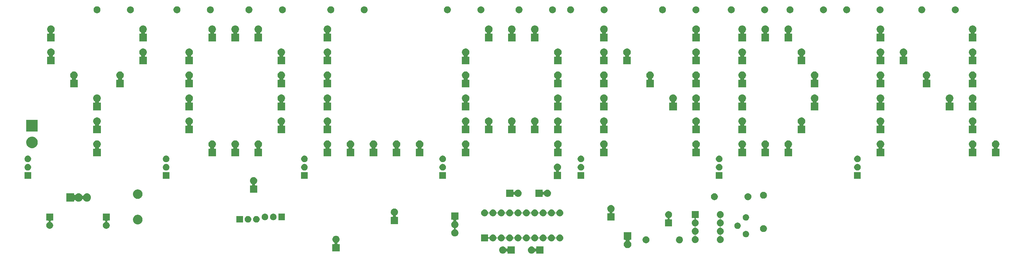
<source format=gbs>
%TF.GenerationSoftware,KiCad,Pcbnew,5.1.4-e60b266~84~ubuntu16.04.1*%
%TF.CreationDate,2019-08-26T22:10:38+07:00*%
%TF.ProjectId,led_yol,6c65645f-796f-46c2-9e6b-696361645f70,1.0*%
%TF.SameCoordinates,Original*%
%TF.FileFunction,Soldermask,Bot*%
%TF.FilePolarity,Negative*%
%FSLAX46Y46*%
G04 Gerber Fmt 4.6, Leading zero omitted, Abs format (unit mm)*
G04 Created by KiCad (PCBNEW 5.1.4-e60b266~84~ubuntu16.04.1) date 2019-08-26 22:10:38*
%MOMM*%
%LPD*%
G04 APERTURE LIST*
%ADD10C,0.100000*%
G04 APERTURE END LIST*
D10*
G36*
X155758983Y-172162180D02*
G01*
X155791422Y-172165375D01*
X155836729Y-172179119D01*
X155999523Y-172228501D01*
X156087742Y-172275655D01*
X156191317Y-172331017D01*
X156359423Y-172468977D01*
X156485014Y-172622011D01*
X156497384Y-172637084D01*
X156540521Y-172717788D01*
X156567749Y-172758537D01*
X156602403Y-172793192D01*
X156643152Y-172820419D01*
X156688430Y-172839174D01*
X156736497Y-172848735D01*
X156785505Y-172848735D01*
X156833572Y-172839174D01*
X156878849Y-172820420D01*
X156919598Y-172793192D01*
X156954253Y-172758538D01*
X156981480Y-172717789D01*
X157000235Y-172672511D01*
X157009796Y-172624444D01*
X157011000Y-172599940D01*
X157011000Y-172149400D01*
X159219000Y-172149400D01*
X159219000Y-174357400D01*
X157011000Y-174357400D01*
X157011000Y-173906860D01*
X157006196Y-173858088D01*
X156991970Y-173811190D01*
X156968868Y-173767968D01*
X156937777Y-173730084D01*
X156899893Y-173698993D01*
X156856671Y-173675891D01*
X156809773Y-173661665D01*
X156761001Y-173656861D01*
X156712229Y-173661665D01*
X156665331Y-173675891D01*
X156622109Y-173698993D01*
X156584225Y-173730084D01*
X156553134Y-173767968D01*
X156540521Y-173789012D01*
X156528667Y-173811190D01*
X156497383Y-173869717D01*
X156359423Y-174037823D01*
X156191317Y-174175783D01*
X156087742Y-174231145D01*
X155999523Y-174278299D01*
X155836729Y-174327681D01*
X155791422Y-174341425D01*
X155758983Y-174344620D01*
X155629231Y-174357400D01*
X155520769Y-174357400D01*
X155391017Y-174344620D01*
X155358578Y-174341425D01*
X155313271Y-174327681D01*
X155150477Y-174278299D01*
X155062258Y-174231145D01*
X154958683Y-174175783D01*
X154790577Y-174037823D01*
X154652617Y-173869717D01*
X154550103Y-173677926D01*
X154550101Y-173677923D01*
X154486975Y-173469821D01*
X154465659Y-173253400D01*
X154486975Y-173036979D01*
X154550101Y-172828877D01*
X154609479Y-172717789D01*
X154652617Y-172637083D01*
X154790577Y-172468977D01*
X154958683Y-172331017D01*
X155062258Y-172275655D01*
X155150477Y-172228501D01*
X155313271Y-172179119D01*
X155358578Y-172165375D01*
X155391017Y-172162180D01*
X155520769Y-172149400D01*
X155629231Y-172149400D01*
X155758983Y-172162180D01*
X155758983Y-172162180D01*
G37*
G36*
X146995983Y-172162180D02*
G01*
X147028422Y-172165375D01*
X147073729Y-172179119D01*
X147236523Y-172228501D01*
X147324742Y-172275655D01*
X147428317Y-172331017D01*
X147596423Y-172468977D01*
X147722014Y-172622011D01*
X147734384Y-172637084D01*
X147777521Y-172717788D01*
X147804749Y-172758537D01*
X147839403Y-172793192D01*
X147880152Y-172820419D01*
X147925430Y-172839174D01*
X147973497Y-172848735D01*
X148022505Y-172848735D01*
X148070572Y-172839174D01*
X148115849Y-172820420D01*
X148156598Y-172793192D01*
X148191253Y-172758538D01*
X148218480Y-172717789D01*
X148237235Y-172672511D01*
X148246796Y-172624444D01*
X148248000Y-172599940D01*
X148248000Y-172149400D01*
X150456000Y-172149400D01*
X150456000Y-174357400D01*
X148248000Y-174357400D01*
X148248000Y-173906860D01*
X148243196Y-173858088D01*
X148228970Y-173811190D01*
X148205868Y-173767968D01*
X148174777Y-173730084D01*
X148136893Y-173698993D01*
X148093671Y-173675891D01*
X148046773Y-173661665D01*
X147998001Y-173656861D01*
X147949229Y-173661665D01*
X147902331Y-173675891D01*
X147859109Y-173698993D01*
X147821225Y-173730084D01*
X147790134Y-173767968D01*
X147777521Y-173789012D01*
X147765667Y-173811190D01*
X147734383Y-173869717D01*
X147596423Y-174037823D01*
X147428317Y-174175783D01*
X147324742Y-174231145D01*
X147236523Y-174278299D01*
X147073729Y-174327681D01*
X147028422Y-174341425D01*
X146995983Y-174344620D01*
X146866231Y-174357400D01*
X146757769Y-174357400D01*
X146628017Y-174344620D01*
X146595578Y-174341425D01*
X146550271Y-174327681D01*
X146387477Y-174278299D01*
X146299258Y-174231145D01*
X146195683Y-174175783D01*
X146027577Y-174037823D01*
X145889617Y-173869717D01*
X145787103Y-173677926D01*
X145787101Y-173677923D01*
X145723975Y-173469821D01*
X145702659Y-173253400D01*
X145723975Y-173036979D01*
X145787101Y-172828877D01*
X145846479Y-172717789D01*
X145889617Y-172637083D01*
X146027577Y-172468977D01*
X146195683Y-172331017D01*
X146299258Y-172275655D01*
X146387477Y-172228501D01*
X146550271Y-172179119D01*
X146595578Y-172165375D01*
X146628017Y-172162180D01*
X146757769Y-172149400D01*
X146866231Y-172149400D01*
X146995983Y-172162180D01*
X146995983Y-172162180D01*
G37*
G36*
X96348383Y-168910980D02*
G01*
X96380822Y-168914175D01*
X96426129Y-168927919D01*
X96588923Y-168977301D01*
X96667780Y-169019451D01*
X96780717Y-169079817D01*
X96948823Y-169217777D01*
X97086783Y-169385883D01*
X97093263Y-169398007D01*
X97189299Y-169577677D01*
X97236385Y-169732900D01*
X97252425Y-169785778D01*
X97273741Y-170002200D01*
X97258317Y-170158805D01*
X97252425Y-170218621D01*
X97189299Y-170426723D01*
X97179189Y-170445637D01*
X97086783Y-170618517D01*
X96948823Y-170786623D01*
X96826395Y-170887096D01*
X96780716Y-170924584D01*
X96700012Y-170967721D01*
X96659263Y-170994949D01*
X96624608Y-171029603D01*
X96597381Y-171070352D01*
X96578626Y-171115630D01*
X96569065Y-171163697D01*
X96569065Y-171212705D01*
X96578626Y-171260772D01*
X96597380Y-171306049D01*
X96624608Y-171346798D01*
X96659262Y-171381453D01*
X96700011Y-171408680D01*
X96745289Y-171427435D01*
X96793356Y-171436996D01*
X96817860Y-171438200D01*
X97268400Y-171438200D01*
X97268400Y-173646200D01*
X95060400Y-173646200D01*
X95060400Y-171438200D01*
X95510940Y-171438200D01*
X95559712Y-171433396D01*
X95606610Y-171419170D01*
X95649832Y-171396068D01*
X95687716Y-171364977D01*
X95718807Y-171327093D01*
X95741909Y-171283871D01*
X95756135Y-171236973D01*
X95760939Y-171188201D01*
X95756135Y-171139429D01*
X95741909Y-171092531D01*
X95718807Y-171049309D01*
X95687716Y-171011425D01*
X95649832Y-170980334D01*
X95628788Y-170967721D01*
X95548084Y-170924584D01*
X95502405Y-170887096D01*
X95379977Y-170786623D01*
X95242017Y-170618517D01*
X95149611Y-170445637D01*
X95139501Y-170426723D01*
X95076375Y-170218621D01*
X95070484Y-170158805D01*
X95055059Y-170002200D01*
X95076375Y-169785778D01*
X95092415Y-169732900D01*
X95139501Y-169577677D01*
X95235537Y-169398007D01*
X95242017Y-169385883D01*
X95379977Y-169217777D01*
X95548083Y-169079817D01*
X95661020Y-169019451D01*
X95739877Y-168977301D01*
X95902671Y-168927919D01*
X95947978Y-168914175D01*
X95980417Y-168910980D01*
X96110169Y-168898200D01*
X96218631Y-168898200D01*
X96348383Y-168910980D01*
X96348383Y-168910980D01*
G37*
G36*
X185888200Y-170140200D02*
G01*
X185561185Y-170140200D01*
X185512413Y-170145004D01*
X185465515Y-170159230D01*
X185422293Y-170182332D01*
X185384409Y-170213423D01*
X185353318Y-170251307D01*
X185330216Y-170294529D01*
X185315990Y-170341427D01*
X185311186Y-170390199D01*
X185315990Y-170438971D01*
X185330216Y-170485869D01*
X185353318Y-170529091D01*
X185384409Y-170566975D01*
X185422283Y-170598058D01*
X185469832Y-170629829D01*
X185630571Y-170790568D01*
X185756862Y-170979576D01*
X185843853Y-171189591D01*
X185888200Y-171412541D01*
X185888200Y-171639859D01*
X185843853Y-171862809D01*
X185756862Y-172072824D01*
X185630571Y-172261832D01*
X185469832Y-172422571D01*
X185280824Y-172548862D01*
X185070809Y-172635853D01*
X184903597Y-172669113D01*
X184847860Y-172680200D01*
X184620540Y-172680200D01*
X184564803Y-172669113D01*
X184397591Y-172635853D01*
X184187576Y-172548862D01*
X183998568Y-172422571D01*
X183837829Y-172261832D01*
X183711538Y-172072824D01*
X183624547Y-171862809D01*
X183580200Y-171639859D01*
X183580200Y-171412541D01*
X183624547Y-171189591D01*
X183711538Y-170979576D01*
X183837829Y-170790568D01*
X183998568Y-170629829D01*
X184046117Y-170598058D01*
X184083991Y-170566975D01*
X184115081Y-170529091D01*
X184138184Y-170485870D01*
X184152410Y-170438972D01*
X184157214Y-170390199D01*
X184152410Y-170341427D01*
X184138184Y-170294529D01*
X184115082Y-170251307D01*
X184083991Y-170213423D01*
X184046107Y-170182333D01*
X184002886Y-170159230D01*
X183955988Y-170145004D01*
X183907215Y-170140200D01*
X183580200Y-170140200D01*
X183580200Y-167832200D01*
X185888200Y-167832200D01*
X185888200Y-170140200D01*
X185888200Y-170140200D01*
G37*
G36*
X190486936Y-169092301D02*
G01*
X190649841Y-169124704D01*
X190841656Y-169204157D01*
X190921625Y-169257591D01*
X190999020Y-169309304D01*
X191014286Y-169319505D01*
X191161095Y-169466314D01*
X191276443Y-169638944D01*
X191355896Y-169830759D01*
X191396400Y-170034390D01*
X191396400Y-170242010D01*
X191355896Y-170445641D01*
X191276443Y-170637456D01*
X191216876Y-170726604D01*
X191163093Y-170807097D01*
X191161095Y-170810086D01*
X191014286Y-170956895D01*
X190841656Y-171072243D01*
X190649841Y-171151696D01*
X190486936Y-171184099D01*
X190446211Y-171192200D01*
X190238589Y-171192200D01*
X190197864Y-171184099D01*
X190034959Y-171151696D01*
X189843144Y-171072243D01*
X189670514Y-170956895D01*
X189523705Y-170810086D01*
X189521708Y-170807097D01*
X189467924Y-170726604D01*
X189408357Y-170637456D01*
X189328904Y-170445641D01*
X189288400Y-170242010D01*
X189288400Y-170034390D01*
X189328904Y-169830759D01*
X189408357Y-169638944D01*
X189523705Y-169466314D01*
X189670514Y-169319505D01*
X189685781Y-169309304D01*
X189763175Y-169257591D01*
X189843144Y-169204157D01*
X190034959Y-169124704D01*
X190197864Y-169092301D01*
X190238589Y-169084200D01*
X190446211Y-169084200D01*
X190486936Y-169092301D01*
X190486936Y-169092301D01*
G37*
G36*
X200709019Y-169099450D02*
G01*
X200907700Y-169159720D01*
X201090805Y-169257591D01*
X201251297Y-169389303D01*
X201383009Y-169549795D01*
X201439471Y-169655429D01*
X201480880Y-169732900D01*
X201516882Y-169851581D01*
X201541149Y-169931581D01*
X201561500Y-170138200D01*
X201546102Y-170294529D01*
X201541149Y-170344820D01*
X201512588Y-170438972D01*
X201480880Y-170543500D01*
X201383009Y-170726605D01*
X201251297Y-170887097D01*
X201090805Y-171018809D01*
X200907700Y-171116680D01*
X200709019Y-171176950D01*
X200554177Y-171192200D01*
X200450623Y-171192200D01*
X200295781Y-171176950D01*
X200097100Y-171116680D01*
X199913995Y-171018809D01*
X199753503Y-170887097D01*
X199621791Y-170726605D01*
X199523920Y-170543500D01*
X199492212Y-170438972D01*
X199463651Y-170344820D01*
X199458698Y-170294529D01*
X199443300Y-170138200D01*
X199463651Y-169931581D01*
X199487919Y-169851581D01*
X199523920Y-169732900D01*
X199565329Y-169655429D01*
X199621791Y-169549795D01*
X199753503Y-169389303D01*
X199913995Y-169257591D01*
X200097100Y-169159720D01*
X200295781Y-169099450D01*
X200450623Y-169084200D01*
X200554177Y-169084200D01*
X200709019Y-169099450D01*
X200709019Y-169099450D01*
G37*
G36*
X206326589Y-163492200D02*
G01*
X205690177Y-163492200D01*
X205641405Y-163497004D01*
X205594507Y-163511230D01*
X205551285Y-163534332D01*
X205513401Y-163565423D01*
X205482310Y-163603307D01*
X205459208Y-163646529D01*
X205444982Y-163693427D01*
X205440178Y-163742199D01*
X205444982Y-163790971D01*
X205459208Y-163837869D01*
X205482310Y-163881091D01*
X205513401Y-163918975D01*
X205551285Y-163950066D01*
X205594507Y-163973168D01*
X205617606Y-163981433D01*
X205677889Y-163999720D01*
X205860994Y-164097591D01*
X206021486Y-164229303D01*
X206153198Y-164389795D01*
X206187584Y-164454128D01*
X206251069Y-164572900D01*
X206299424Y-164732304D01*
X206311338Y-164771581D01*
X206331689Y-164978200D01*
X206319530Y-165101644D01*
X206311338Y-165184820D01*
X206287143Y-165264579D01*
X206251069Y-165383500D01*
X206153198Y-165566605D01*
X206021486Y-165727097D01*
X205860994Y-165858809D01*
X205677889Y-165956680D01*
X205505526Y-166008966D01*
X205460248Y-166027720D01*
X205419499Y-166054948D01*
X205384845Y-166089602D01*
X205357618Y-166130351D01*
X205338863Y-166175629D01*
X205329302Y-166223696D01*
X205329302Y-166272704D01*
X205338863Y-166320771D01*
X205357617Y-166366049D01*
X205384845Y-166406798D01*
X205419499Y-166441452D01*
X205460248Y-166468679D01*
X205505526Y-166487434D01*
X205677889Y-166539720D01*
X205860994Y-166637591D01*
X206021486Y-166769303D01*
X206153198Y-166929795D01*
X206251069Y-167112900D01*
X206311338Y-167311581D01*
X206331689Y-167518200D01*
X206319530Y-167641644D01*
X206311338Y-167724820D01*
X206251069Y-167923500D01*
X206153198Y-168106605D01*
X206021486Y-168267097D01*
X205860994Y-168398809D01*
X205677889Y-168496680D01*
X205505526Y-168548966D01*
X205460248Y-168567720D01*
X205419499Y-168594948D01*
X205384845Y-168629602D01*
X205357618Y-168670351D01*
X205338863Y-168715629D01*
X205329302Y-168763696D01*
X205329302Y-168812704D01*
X205338863Y-168860771D01*
X205357617Y-168906049D01*
X205384845Y-168946798D01*
X205419499Y-168981452D01*
X205460248Y-169008679D01*
X205505526Y-169027434D01*
X205677889Y-169079720D01*
X205860994Y-169177591D01*
X206021486Y-169309303D01*
X206153198Y-169469795D01*
X206195959Y-169549796D01*
X206251069Y-169652900D01*
X206304607Y-169829390D01*
X206311338Y-169851581D01*
X206331689Y-170058200D01*
X206319462Y-170182333D01*
X206311338Y-170264820D01*
X206273305Y-170390199D01*
X206251069Y-170463500D01*
X206153198Y-170646605D01*
X206021486Y-170807097D01*
X205860994Y-170938809D01*
X205677889Y-171036680D01*
X205479208Y-171096950D01*
X205324366Y-171112200D01*
X205220812Y-171112200D01*
X205065970Y-171096950D01*
X204867289Y-171036680D01*
X204684184Y-170938809D01*
X204523692Y-170807097D01*
X204391980Y-170646605D01*
X204294109Y-170463500D01*
X204271873Y-170390199D01*
X204233840Y-170264820D01*
X204225716Y-170182333D01*
X204213489Y-170058200D01*
X204233840Y-169851581D01*
X204240572Y-169829390D01*
X204294109Y-169652900D01*
X204349219Y-169549796D01*
X204391980Y-169469795D01*
X204523692Y-169309303D01*
X204684184Y-169177591D01*
X204867289Y-169079720D01*
X205039652Y-169027434D01*
X205084930Y-169008680D01*
X205125679Y-168981452D01*
X205160333Y-168946798D01*
X205187560Y-168906049D01*
X205206315Y-168860771D01*
X205215876Y-168812704D01*
X205215876Y-168763696D01*
X205206315Y-168715629D01*
X205187561Y-168670351D01*
X205160333Y-168629602D01*
X205125679Y-168594948D01*
X205084930Y-168567721D01*
X205039652Y-168548966D01*
X204867289Y-168496680D01*
X204684184Y-168398809D01*
X204523692Y-168267097D01*
X204391980Y-168106605D01*
X204294109Y-167923500D01*
X204233840Y-167724820D01*
X204225648Y-167641644D01*
X204213489Y-167518200D01*
X204233840Y-167311581D01*
X204294109Y-167112900D01*
X204391980Y-166929795D01*
X204523692Y-166769303D01*
X204684184Y-166637591D01*
X204867289Y-166539720D01*
X205039652Y-166487434D01*
X205084930Y-166468680D01*
X205125679Y-166441452D01*
X205160333Y-166406798D01*
X205187560Y-166366049D01*
X205206315Y-166320771D01*
X205215876Y-166272704D01*
X205215876Y-166223696D01*
X205206315Y-166175629D01*
X205187561Y-166130351D01*
X205160333Y-166089602D01*
X205125679Y-166054948D01*
X205084930Y-166027721D01*
X205039652Y-166008966D01*
X204867289Y-165956680D01*
X204684184Y-165858809D01*
X204523692Y-165727097D01*
X204391980Y-165566605D01*
X204294109Y-165383500D01*
X204258035Y-165264579D01*
X204233840Y-165184820D01*
X204225648Y-165101644D01*
X204213489Y-164978200D01*
X204233840Y-164771581D01*
X204245755Y-164732304D01*
X204294109Y-164572900D01*
X204357594Y-164454128D01*
X204391980Y-164389795D01*
X204523692Y-164229303D01*
X204684184Y-164097591D01*
X204867289Y-163999720D01*
X204927572Y-163981433D01*
X204972849Y-163962679D01*
X205013598Y-163935451D01*
X205048253Y-163900797D01*
X205075480Y-163860048D01*
X205094235Y-163814770D01*
X205103796Y-163766703D01*
X205103796Y-163717695D01*
X205094235Y-163669628D01*
X205075481Y-163624351D01*
X205048253Y-163583602D01*
X205013599Y-163548947D01*
X204972850Y-163521720D01*
X204927572Y-163502965D01*
X204879505Y-163493404D01*
X204855001Y-163492200D01*
X204218589Y-163492200D01*
X204218589Y-161384200D01*
X206326589Y-161384200D01*
X206326589Y-163492200D01*
X206326589Y-163492200D01*
G37*
G36*
X213099208Y-161399450D02*
G01*
X213297889Y-161459720D01*
X213480994Y-161557591D01*
X213641486Y-161689303D01*
X213773198Y-161849795D01*
X213842736Y-161979893D01*
X213871069Y-162032900D01*
X213916704Y-162183337D01*
X213931338Y-162231581D01*
X213951689Y-162438200D01*
X213933902Y-162618783D01*
X213931338Y-162644820D01*
X213912893Y-162705625D01*
X213871069Y-162843500D01*
X213773198Y-163026605D01*
X213641486Y-163187097D01*
X213480994Y-163318809D01*
X213297889Y-163416680D01*
X213125526Y-163468966D01*
X213080248Y-163487720D01*
X213039499Y-163514948D01*
X213004845Y-163549602D01*
X212977618Y-163590351D01*
X212958863Y-163635629D01*
X212949302Y-163683696D01*
X212949302Y-163732704D01*
X212958863Y-163780771D01*
X212977617Y-163826049D01*
X213004845Y-163866798D01*
X213039499Y-163901452D01*
X213080248Y-163928679D01*
X213125526Y-163947434D01*
X213297889Y-163999720D01*
X213480994Y-164097591D01*
X213641486Y-164229303D01*
X213773198Y-164389795D01*
X213807584Y-164454128D01*
X213871069Y-164572900D01*
X213919424Y-164732304D01*
X213931338Y-164771581D01*
X213951689Y-164978200D01*
X213939530Y-165101644D01*
X213931338Y-165184820D01*
X213907143Y-165264579D01*
X213871069Y-165383500D01*
X213773198Y-165566605D01*
X213641486Y-165727097D01*
X213480994Y-165858809D01*
X213297889Y-165956680D01*
X213125526Y-166008966D01*
X213080248Y-166027720D01*
X213039499Y-166054948D01*
X213004845Y-166089602D01*
X212977618Y-166130351D01*
X212958863Y-166175629D01*
X212949302Y-166223696D01*
X212949302Y-166272704D01*
X212958863Y-166320771D01*
X212977617Y-166366049D01*
X213004845Y-166406798D01*
X213039499Y-166441452D01*
X213080248Y-166468679D01*
X213125526Y-166487434D01*
X213297889Y-166539720D01*
X213480994Y-166637591D01*
X213641486Y-166769303D01*
X213773198Y-166929795D01*
X213871069Y-167112900D01*
X213931338Y-167311581D01*
X213951689Y-167518200D01*
X213939530Y-167641644D01*
X213931338Y-167724820D01*
X213871069Y-167923500D01*
X213773198Y-168106605D01*
X213641486Y-168267097D01*
X213480994Y-168398809D01*
X213297889Y-168496680D01*
X213125526Y-168548966D01*
X213080248Y-168567720D01*
X213039499Y-168594948D01*
X213004845Y-168629602D01*
X212977618Y-168670351D01*
X212958863Y-168715629D01*
X212949302Y-168763696D01*
X212949302Y-168812704D01*
X212958863Y-168860771D01*
X212977617Y-168906049D01*
X213004845Y-168946798D01*
X213039499Y-168981452D01*
X213080248Y-169008679D01*
X213125526Y-169027434D01*
X213297889Y-169079720D01*
X213480994Y-169177591D01*
X213641486Y-169309303D01*
X213773198Y-169469795D01*
X213815959Y-169549796D01*
X213871069Y-169652900D01*
X213924607Y-169829390D01*
X213931338Y-169851581D01*
X213951689Y-170058200D01*
X213939462Y-170182333D01*
X213931338Y-170264820D01*
X213893305Y-170390199D01*
X213871069Y-170463500D01*
X213773198Y-170646605D01*
X213641486Y-170807097D01*
X213480994Y-170938809D01*
X213297889Y-171036680D01*
X213099208Y-171096950D01*
X212944366Y-171112200D01*
X212840812Y-171112200D01*
X212685970Y-171096950D01*
X212487289Y-171036680D01*
X212304184Y-170938809D01*
X212143692Y-170807097D01*
X212011980Y-170646605D01*
X211914109Y-170463500D01*
X211891873Y-170390199D01*
X211853840Y-170264820D01*
X211845716Y-170182333D01*
X211833489Y-170058200D01*
X211853840Y-169851581D01*
X211860572Y-169829390D01*
X211914109Y-169652900D01*
X211969219Y-169549796D01*
X212011980Y-169469795D01*
X212143692Y-169309303D01*
X212304184Y-169177591D01*
X212487289Y-169079720D01*
X212659652Y-169027434D01*
X212704930Y-169008680D01*
X212745679Y-168981452D01*
X212780333Y-168946798D01*
X212807560Y-168906049D01*
X212826315Y-168860771D01*
X212835876Y-168812704D01*
X212835876Y-168763696D01*
X212826315Y-168715629D01*
X212807561Y-168670351D01*
X212780333Y-168629602D01*
X212745679Y-168594948D01*
X212704930Y-168567721D01*
X212659652Y-168548966D01*
X212487289Y-168496680D01*
X212304184Y-168398809D01*
X212143692Y-168267097D01*
X212011980Y-168106605D01*
X211914109Y-167923500D01*
X211853840Y-167724820D01*
X211845648Y-167641644D01*
X211833489Y-167518200D01*
X211853840Y-167311581D01*
X211914109Y-167112900D01*
X212011980Y-166929795D01*
X212143692Y-166769303D01*
X212304184Y-166637591D01*
X212487289Y-166539720D01*
X212659652Y-166487434D01*
X212704930Y-166468680D01*
X212745679Y-166441452D01*
X212780333Y-166406798D01*
X212807560Y-166366049D01*
X212826315Y-166320771D01*
X212835876Y-166272704D01*
X212835876Y-166223696D01*
X212826315Y-166175629D01*
X212807561Y-166130351D01*
X212780333Y-166089602D01*
X212745679Y-166054948D01*
X212704930Y-166027721D01*
X212659652Y-166008966D01*
X212487289Y-165956680D01*
X212304184Y-165858809D01*
X212143692Y-165727097D01*
X212011980Y-165566605D01*
X211914109Y-165383500D01*
X211878035Y-165264579D01*
X211853840Y-165184820D01*
X211845648Y-165101644D01*
X211833489Y-164978200D01*
X211853840Y-164771581D01*
X211865755Y-164732304D01*
X211914109Y-164572900D01*
X211977594Y-164454128D01*
X212011980Y-164389795D01*
X212143692Y-164229303D01*
X212304184Y-164097591D01*
X212487289Y-163999720D01*
X212659652Y-163947434D01*
X212704930Y-163928680D01*
X212745679Y-163901452D01*
X212780333Y-163866798D01*
X212807560Y-163826049D01*
X212826315Y-163780771D01*
X212835876Y-163732704D01*
X212835876Y-163683696D01*
X212826315Y-163635629D01*
X212807561Y-163590351D01*
X212780333Y-163549602D01*
X212745679Y-163514948D01*
X212704930Y-163487721D01*
X212659652Y-163468966D01*
X212487289Y-163416680D01*
X212304184Y-163318809D01*
X212143692Y-163187097D01*
X212011980Y-163026605D01*
X211914109Y-162843500D01*
X211872285Y-162705625D01*
X211853840Y-162644820D01*
X211851276Y-162618783D01*
X211833489Y-162438200D01*
X211853840Y-162231581D01*
X211868475Y-162183337D01*
X211914109Y-162032900D01*
X211942442Y-161979893D01*
X212011980Y-161849795D01*
X212143692Y-161689303D01*
X212304184Y-161557591D01*
X212487289Y-161459720D01*
X212685970Y-161399450D01*
X212840812Y-161384200D01*
X212944366Y-161384200D01*
X213099208Y-161399450D01*
X213099208Y-161399450D01*
G37*
G36*
X142354200Y-169152812D02*
G01*
X142359004Y-169201584D01*
X142373230Y-169248482D01*
X142396332Y-169291704D01*
X142427423Y-169329588D01*
X142465307Y-169360679D01*
X142508529Y-169383781D01*
X142555427Y-169398007D01*
X142604199Y-169402811D01*
X142652971Y-169398007D01*
X142699869Y-169383781D01*
X142743091Y-169360679D01*
X142780975Y-169329588D01*
X142812066Y-169291704D01*
X142835168Y-169248482D01*
X142843433Y-169225383D01*
X142861720Y-169165100D01*
X142959591Y-168981995D01*
X143091303Y-168821503D01*
X143251795Y-168689791D01*
X143434900Y-168591920D01*
X143633581Y-168531650D01*
X143788423Y-168516400D01*
X143891977Y-168516400D01*
X144046819Y-168531650D01*
X144245500Y-168591920D01*
X144428605Y-168689791D01*
X144589097Y-168821503D01*
X144720809Y-168981995D01*
X144818680Y-169165100D01*
X144870966Y-169337463D01*
X144889720Y-169382741D01*
X144916948Y-169423490D01*
X144951602Y-169458144D01*
X144992351Y-169485371D01*
X145037629Y-169504126D01*
X145085696Y-169513687D01*
X145134704Y-169513687D01*
X145182771Y-169504126D01*
X145228049Y-169485372D01*
X145268798Y-169458144D01*
X145303452Y-169423490D01*
X145330679Y-169382741D01*
X145349434Y-169337463D01*
X145401720Y-169165100D01*
X145499591Y-168981995D01*
X145631303Y-168821503D01*
X145791795Y-168689791D01*
X145974900Y-168591920D01*
X146173581Y-168531650D01*
X146328423Y-168516400D01*
X146431977Y-168516400D01*
X146586819Y-168531650D01*
X146785500Y-168591920D01*
X146968605Y-168689791D01*
X147129097Y-168821503D01*
X147260809Y-168981995D01*
X147358680Y-169165100D01*
X147410966Y-169337463D01*
X147429720Y-169382741D01*
X147456948Y-169423490D01*
X147491602Y-169458144D01*
X147532351Y-169485371D01*
X147577629Y-169504126D01*
X147625696Y-169513687D01*
X147674704Y-169513687D01*
X147722771Y-169504126D01*
X147768049Y-169485372D01*
X147808798Y-169458144D01*
X147843452Y-169423490D01*
X147870679Y-169382741D01*
X147889434Y-169337463D01*
X147941720Y-169165100D01*
X148039591Y-168981995D01*
X148171303Y-168821503D01*
X148331795Y-168689791D01*
X148514900Y-168591920D01*
X148713581Y-168531650D01*
X148868423Y-168516400D01*
X148971977Y-168516400D01*
X149126819Y-168531650D01*
X149325500Y-168591920D01*
X149508605Y-168689791D01*
X149669097Y-168821503D01*
X149800809Y-168981995D01*
X149898680Y-169165100D01*
X149950966Y-169337463D01*
X149969720Y-169382741D01*
X149996948Y-169423490D01*
X150031602Y-169458144D01*
X150072351Y-169485371D01*
X150117629Y-169504126D01*
X150165696Y-169513687D01*
X150214704Y-169513687D01*
X150262771Y-169504126D01*
X150308049Y-169485372D01*
X150348798Y-169458144D01*
X150383452Y-169423490D01*
X150410679Y-169382741D01*
X150429434Y-169337463D01*
X150481720Y-169165100D01*
X150579591Y-168981995D01*
X150711303Y-168821503D01*
X150871795Y-168689791D01*
X151054900Y-168591920D01*
X151253581Y-168531650D01*
X151408423Y-168516400D01*
X151511977Y-168516400D01*
X151666819Y-168531650D01*
X151865500Y-168591920D01*
X152048605Y-168689791D01*
X152209097Y-168821503D01*
X152340809Y-168981995D01*
X152438680Y-169165100D01*
X152490966Y-169337463D01*
X152509720Y-169382741D01*
X152536948Y-169423490D01*
X152571602Y-169458144D01*
X152612351Y-169485371D01*
X152657629Y-169504126D01*
X152705696Y-169513687D01*
X152754704Y-169513687D01*
X152802771Y-169504126D01*
X152848049Y-169485372D01*
X152888798Y-169458144D01*
X152923452Y-169423490D01*
X152950679Y-169382741D01*
X152969434Y-169337463D01*
X153021720Y-169165100D01*
X153119591Y-168981995D01*
X153251303Y-168821503D01*
X153411795Y-168689791D01*
X153594900Y-168591920D01*
X153793581Y-168531650D01*
X153948423Y-168516400D01*
X154051977Y-168516400D01*
X154206819Y-168531650D01*
X154405500Y-168591920D01*
X154588605Y-168689791D01*
X154749097Y-168821503D01*
X154880809Y-168981995D01*
X154978680Y-169165100D01*
X155030966Y-169337463D01*
X155049720Y-169382741D01*
X155076948Y-169423490D01*
X155111602Y-169458144D01*
X155152351Y-169485371D01*
X155197629Y-169504126D01*
X155245696Y-169513687D01*
X155294704Y-169513687D01*
X155342771Y-169504126D01*
X155388049Y-169485372D01*
X155428798Y-169458144D01*
X155463452Y-169423490D01*
X155490679Y-169382741D01*
X155509434Y-169337463D01*
X155561720Y-169165100D01*
X155659591Y-168981995D01*
X155791303Y-168821503D01*
X155951795Y-168689791D01*
X156134900Y-168591920D01*
X156333581Y-168531650D01*
X156488423Y-168516400D01*
X156591977Y-168516400D01*
X156746819Y-168531650D01*
X156945500Y-168591920D01*
X157128605Y-168689791D01*
X157289097Y-168821503D01*
X157420809Y-168981995D01*
X157518680Y-169165100D01*
X157570966Y-169337463D01*
X157589720Y-169382741D01*
X157616948Y-169423490D01*
X157651602Y-169458144D01*
X157692351Y-169485371D01*
X157737629Y-169504126D01*
X157785696Y-169513687D01*
X157834704Y-169513687D01*
X157882771Y-169504126D01*
X157928049Y-169485372D01*
X157968798Y-169458144D01*
X158003452Y-169423490D01*
X158030679Y-169382741D01*
X158049434Y-169337463D01*
X158101720Y-169165100D01*
X158199591Y-168981995D01*
X158331303Y-168821503D01*
X158491795Y-168689791D01*
X158674900Y-168591920D01*
X158873581Y-168531650D01*
X159028423Y-168516400D01*
X159131977Y-168516400D01*
X159286819Y-168531650D01*
X159485500Y-168591920D01*
X159668605Y-168689791D01*
X159829097Y-168821503D01*
X159960809Y-168981995D01*
X160058680Y-169165100D01*
X160110966Y-169337463D01*
X160129720Y-169382741D01*
X160156948Y-169423490D01*
X160191602Y-169458144D01*
X160232351Y-169485371D01*
X160277629Y-169504126D01*
X160325696Y-169513687D01*
X160374704Y-169513687D01*
X160422771Y-169504126D01*
X160468049Y-169485372D01*
X160508798Y-169458144D01*
X160543452Y-169423490D01*
X160570679Y-169382741D01*
X160589434Y-169337463D01*
X160641720Y-169165100D01*
X160739591Y-168981995D01*
X160871303Y-168821503D01*
X161031795Y-168689791D01*
X161214900Y-168591920D01*
X161413581Y-168531650D01*
X161568423Y-168516400D01*
X161671977Y-168516400D01*
X161826819Y-168531650D01*
X162025500Y-168591920D01*
X162208605Y-168689791D01*
X162369097Y-168821503D01*
X162500809Y-168981995D01*
X162598680Y-169165100D01*
X162650966Y-169337463D01*
X162669720Y-169382741D01*
X162696948Y-169423490D01*
X162731602Y-169458144D01*
X162772351Y-169485371D01*
X162817629Y-169504126D01*
X162865696Y-169513687D01*
X162914704Y-169513687D01*
X162962771Y-169504126D01*
X163008049Y-169485372D01*
X163048798Y-169458144D01*
X163083452Y-169423490D01*
X163110679Y-169382741D01*
X163129434Y-169337463D01*
X163181720Y-169165100D01*
X163279591Y-168981995D01*
X163411303Y-168821503D01*
X163571795Y-168689791D01*
X163754900Y-168591920D01*
X163953581Y-168531650D01*
X164108423Y-168516400D01*
X164211977Y-168516400D01*
X164366819Y-168531650D01*
X164565500Y-168591920D01*
X164748605Y-168689791D01*
X164909097Y-168821503D01*
X165040809Y-168981995D01*
X165133151Y-169154756D01*
X165138680Y-169165100D01*
X165182424Y-169309303D01*
X165198949Y-169363781D01*
X165219300Y-169570400D01*
X165202675Y-169739193D01*
X165198949Y-169777020D01*
X165170701Y-169870140D01*
X165138680Y-169975700D01*
X165040809Y-170158805D01*
X164909097Y-170319297D01*
X164748605Y-170451009D01*
X164565500Y-170548880D01*
X164366819Y-170609150D01*
X164211977Y-170624400D01*
X164108423Y-170624400D01*
X163953581Y-170609150D01*
X163754900Y-170548880D01*
X163571795Y-170451009D01*
X163411303Y-170319297D01*
X163279591Y-170158805D01*
X163181720Y-169975700D01*
X163129434Y-169803337D01*
X163110680Y-169758059D01*
X163083452Y-169717310D01*
X163048798Y-169682656D01*
X163008049Y-169655429D01*
X162962771Y-169636674D01*
X162914704Y-169627113D01*
X162865696Y-169627113D01*
X162817629Y-169636674D01*
X162772351Y-169655428D01*
X162731602Y-169682656D01*
X162696948Y-169717310D01*
X162669721Y-169758059D01*
X162650966Y-169803337D01*
X162598680Y-169975700D01*
X162500809Y-170158805D01*
X162369097Y-170319297D01*
X162208605Y-170451009D01*
X162025500Y-170548880D01*
X161826819Y-170609150D01*
X161671977Y-170624400D01*
X161568423Y-170624400D01*
X161413581Y-170609150D01*
X161214900Y-170548880D01*
X161031795Y-170451009D01*
X160871303Y-170319297D01*
X160739591Y-170158805D01*
X160641720Y-169975700D01*
X160589434Y-169803337D01*
X160570680Y-169758059D01*
X160543452Y-169717310D01*
X160508798Y-169682656D01*
X160468049Y-169655429D01*
X160422771Y-169636674D01*
X160374704Y-169627113D01*
X160325696Y-169627113D01*
X160277629Y-169636674D01*
X160232351Y-169655428D01*
X160191602Y-169682656D01*
X160156948Y-169717310D01*
X160129721Y-169758059D01*
X160110966Y-169803337D01*
X160058680Y-169975700D01*
X159960809Y-170158805D01*
X159829097Y-170319297D01*
X159668605Y-170451009D01*
X159485500Y-170548880D01*
X159286819Y-170609150D01*
X159131977Y-170624400D01*
X159028423Y-170624400D01*
X158873581Y-170609150D01*
X158674900Y-170548880D01*
X158491795Y-170451009D01*
X158331303Y-170319297D01*
X158199591Y-170158805D01*
X158101720Y-169975700D01*
X158049434Y-169803337D01*
X158030680Y-169758059D01*
X158003452Y-169717310D01*
X157968798Y-169682656D01*
X157928049Y-169655429D01*
X157882771Y-169636674D01*
X157834704Y-169627113D01*
X157785696Y-169627113D01*
X157737629Y-169636674D01*
X157692351Y-169655428D01*
X157651602Y-169682656D01*
X157616948Y-169717310D01*
X157589721Y-169758059D01*
X157570966Y-169803337D01*
X157518680Y-169975700D01*
X157420809Y-170158805D01*
X157289097Y-170319297D01*
X157128605Y-170451009D01*
X156945500Y-170548880D01*
X156746819Y-170609150D01*
X156591977Y-170624400D01*
X156488423Y-170624400D01*
X156333581Y-170609150D01*
X156134900Y-170548880D01*
X155951795Y-170451009D01*
X155791303Y-170319297D01*
X155659591Y-170158805D01*
X155561720Y-169975700D01*
X155509434Y-169803337D01*
X155490680Y-169758059D01*
X155463452Y-169717310D01*
X155428798Y-169682656D01*
X155388049Y-169655429D01*
X155342771Y-169636674D01*
X155294704Y-169627113D01*
X155245696Y-169627113D01*
X155197629Y-169636674D01*
X155152351Y-169655428D01*
X155111602Y-169682656D01*
X155076948Y-169717310D01*
X155049721Y-169758059D01*
X155030966Y-169803337D01*
X154978680Y-169975700D01*
X154880809Y-170158805D01*
X154749097Y-170319297D01*
X154588605Y-170451009D01*
X154405500Y-170548880D01*
X154206819Y-170609150D01*
X154051977Y-170624400D01*
X153948423Y-170624400D01*
X153793581Y-170609150D01*
X153594900Y-170548880D01*
X153411795Y-170451009D01*
X153251303Y-170319297D01*
X153119591Y-170158805D01*
X153021720Y-169975700D01*
X152969434Y-169803337D01*
X152950680Y-169758059D01*
X152923452Y-169717310D01*
X152888798Y-169682656D01*
X152848049Y-169655429D01*
X152802771Y-169636674D01*
X152754704Y-169627113D01*
X152705696Y-169627113D01*
X152657629Y-169636674D01*
X152612351Y-169655428D01*
X152571602Y-169682656D01*
X152536948Y-169717310D01*
X152509721Y-169758059D01*
X152490966Y-169803337D01*
X152438680Y-169975700D01*
X152340809Y-170158805D01*
X152209097Y-170319297D01*
X152048605Y-170451009D01*
X151865500Y-170548880D01*
X151666819Y-170609150D01*
X151511977Y-170624400D01*
X151408423Y-170624400D01*
X151253581Y-170609150D01*
X151054900Y-170548880D01*
X150871795Y-170451009D01*
X150711303Y-170319297D01*
X150579591Y-170158805D01*
X150481720Y-169975700D01*
X150429434Y-169803337D01*
X150410680Y-169758059D01*
X150383452Y-169717310D01*
X150348798Y-169682656D01*
X150308049Y-169655429D01*
X150262771Y-169636674D01*
X150214704Y-169627113D01*
X150165696Y-169627113D01*
X150117629Y-169636674D01*
X150072351Y-169655428D01*
X150031602Y-169682656D01*
X149996948Y-169717310D01*
X149969721Y-169758059D01*
X149950966Y-169803337D01*
X149898680Y-169975700D01*
X149800809Y-170158805D01*
X149669097Y-170319297D01*
X149508605Y-170451009D01*
X149325500Y-170548880D01*
X149126819Y-170609150D01*
X148971977Y-170624400D01*
X148868423Y-170624400D01*
X148713581Y-170609150D01*
X148514900Y-170548880D01*
X148331795Y-170451009D01*
X148171303Y-170319297D01*
X148039591Y-170158805D01*
X147941720Y-169975700D01*
X147889434Y-169803337D01*
X147870680Y-169758059D01*
X147843452Y-169717310D01*
X147808798Y-169682656D01*
X147768049Y-169655429D01*
X147722771Y-169636674D01*
X147674704Y-169627113D01*
X147625696Y-169627113D01*
X147577629Y-169636674D01*
X147532351Y-169655428D01*
X147491602Y-169682656D01*
X147456948Y-169717310D01*
X147429721Y-169758059D01*
X147410966Y-169803337D01*
X147358680Y-169975700D01*
X147260809Y-170158805D01*
X147129097Y-170319297D01*
X146968605Y-170451009D01*
X146785500Y-170548880D01*
X146586819Y-170609150D01*
X146431977Y-170624400D01*
X146328423Y-170624400D01*
X146173581Y-170609150D01*
X145974900Y-170548880D01*
X145791795Y-170451009D01*
X145631303Y-170319297D01*
X145499591Y-170158805D01*
X145401720Y-169975700D01*
X145349434Y-169803337D01*
X145330680Y-169758059D01*
X145303452Y-169717310D01*
X145268798Y-169682656D01*
X145228049Y-169655429D01*
X145182771Y-169636674D01*
X145134704Y-169627113D01*
X145085696Y-169627113D01*
X145037629Y-169636674D01*
X144992351Y-169655428D01*
X144951602Y-169682656D01*
X144916948Y-169717310D01*
X144889721Y-169758059D01*
X144870966Y-169803337D01*
X144818680Y-169975700D01*
X144720809Y-170158805D01*
X144589097Y-170319297D01*
X144428605Y-170451009D01*
X144245500Y-170548880D01*
X144046819Y-170609150D01*
X143891977Y-170624400D01*
X143788423Y-170624400D01*
X143633581Y-170609150D01*
X143434900Y-170548880D01*
X143251795Y-170451009D01*
X143091303Y-170319297D01*
X142959591Y-170158805D01*
X142861720Y-169975700D01*
X142843433Y-169915417D01*
X142824679Y-169870140D01*
X142797451Y-169829391D01*
X142762797Y-169794736D01*
X142722048Y-169767509D01*
X142676770Y-169748754D01*
X142628703Y-169739193D01*
X142579695Y-169739193D01*
X142531628Y-169748754D01*
X142486351Y-169767508D01*
X142445602Y-169794736D01*
X142410947Y-169829390D01*
X142383720Y-169870139D01*
X142364965Y-169915417D01*
X142355404Y-169963484D01*
X142354200Y-169987988D01*
X142354200Y-170624400D01*
X140246200Y-170624400D01*
X140246200Y-168516400D01*
X142354200Y-168516400D01*
X142354200Y-169152812D01*
X142354200Y-169152812D01*
G37*
G36*
X220970105Y-167461630D02*
G01*
X221147362Y-167535052D01*
X221306889Y-167641645D01*
X221442555Y-167777311D01*
X221549148Y-167936838D01*
X221622570Y-168114095D01*
X221660000Y-168302269D01*
X221660000Y-168494131D01*
X221622570Y-168682305D01*
X221549148Y-168859562D01*
X221478086Y-168965913D01*
X221442556Y-169019088D01*
X221306888Y-169154756D01*
X221291407Y-169165100D01*
X221147362Y-169261348D01*
X220970105Y-169334770D01*
X220781931Y-169372200D01*
X220590069Y-169372200D01*
X220401895Y-169334770D01*
X220224638Y-169261348D01*
X220080593Y-169165100D01*
X220065112Y-169154756D01*
X219929444Y-169019088D01*
X219893914Y-168965913D01*
X219822852Y-168859562D01*
X219749430Y-168682305D01*
X219712000Y-168494131D01*
X219712000Y-168302269D01*
X219749430Y-168114095D01*
X219822852Y-167936838D01*
X219929445Y-167777311D01*
X220065111Y-167641645D01*
X220224638Y-167535052D01*
X220401895Y-167461630D01*
X220590069Y-167424200D01*
X220781931Y-167424200D01*
X220970105Y-167461630D01*
X220970105Y-167461630D01*
G37*
G36*
X133361800Y-164045000D02*
G01*
X132911260Y-164045000D01*
X132862488Y-164049804D01*
X132815590Y-164064030D01*
X132772368Y-164087132D01*
X132734484Y-164118223D01*
X132703393Y-164156107D01*
X132680291Y-164199329D01*
X132666065Y-164246227D01*
X132661261Y-164294999D01*
X132666065Y-164343771D01*
X132680291Y-164390669D01*
X132703393Y-164433891D01*
X132734484Y-164471775D01*
X132772368Y-164502866D01*
X132793412Y-164515479D01*
X132874116Y-164558616D01*
X132874118Y-164558617D01*
X132874117Y-164558617D01*
X133042223Y-164696577D01*
X133180183Y-164864683D01*
X133213548Y-164927105D01*
X133282699Y-165056477D01*
X133321630Y-165184819D01*
X133345825Y-165264578D01*
X133367141Y-165481000D01*
X133348743Y-165667800D01*
X133345825Y-165697421D01*
X133282699Y-165905523D01*
X133282697Y-165905526D01*
X133180183Y-166097317D01*
X133042223Y-166265423D01*
X132874117Y-166403383D01*
X132770542Y-166458745D01*
X132682323Y-166505899D01*
X132662981Y-166511766D01*
X132617703Y-166530521D01*
X132576954Y-166557748D01*
X132542300Y-166592402D01*
X132515073Y-166633151D01*
X132496318Y-166678429D01*
X132486757Y-166726496D01*
X132486757Y-166775504D01*
X132496318Y-166823571D01*
X132515073Y-166868849D01*
X132542300Y-166909598D01*
X132576954Y-166944252D01*
X132617703Y-166971479D01*
X132662981Y-166990234D01*
X132682323Y-166996101D01*
X132744316Y-167029237D01*
X132874117Y-167098617D01*
X133042223Y-167236577D01*
X133180183Y-167404683D01*
X133235545Y-167508258D01*
X133282699Y-167596477D01*
X133332081Y-167759271D01*
X133345825Y-167804578D01*
X133367141Y-168021000D01*
X133357972Y-168114098D01*
X133345825Y-168237421D01*
X133282699Y-168445523D01*
X133282697Y-168445526D01*
X133180183Y-168637317D01*
X133042223Y-168805423D01*
X132874117Y-168943383D01*
X132801877Y-168981996D01*
X132682323Y-169045899D01*
X132556059Y-169084200D01*
X132474222Y-169109025D01*
X132441783Y-169112220D01*
X132312031Y-169125000D01*
X132203569Y-169125000D01*
X132073817Y-169112220D01*
X132041378Y-169109025D01*
X131959541Y-169084200D01*
X131833277Y-169045899D01*
X131713723Y-168981996D01*
X131641483Y-168943383D01*
X131473377Y-168805423D01*
X131335417Y-168637317D01*
X131232903Y-168445526D01*
X131232901Y-168445523D01*
X131169775Y-168237421D01*
X131157629Y-168114098D01*
X131148459Y-168021000D01*
X131169775Y-167804578D01*
X131183519Y-167759271D01*
X131232901Y-167596477D01*
X131280055Y-167508258D01*
X131335417Y-167404683D01*
X131473377Y-167236577D01*
X131641483Y-167098617D01*
X131771284Y-167029237D01*
X131833277Y-166996101D01*
X131852619Y-166990234D01*
X131897897Y-166971479D01*
X131938646Y-166944252D01*
X131973300Y-166909598D01*
X132000527Y-166868849D01*
X132019282Y-166823571D01*
X132028843Y-166775504D01*
X132028843Y-166726496D01*
X132019282Y-166678429D01*
X132000527Y-166633151D01*
X131973300Y-166592402D01*
X131938646Y-166557748D01*
X131897897Y-166530521D01*
X131852619Y-166511766D01*
X131833277Y-166505899D01*
X131745058Y-166458745D01*
X131641483Y-166403383D01*
X131473377Y-166265423D01*
X131335417Y-166097317D01*
X131232903Y-165905526D01*
X131232901Y-165905523D01*
X131169775Y-165697421D01*
X131166858Y-165667800D01*
X131148459Y-165481000D01*
X131169775Y-165264578D01*
X131193970Y-165184819D01*
X131232901Y-165056477D01*
X131302052Y-164927105D01*
X131335417Y-164864683D01*
X131473377Y-164696577D01*
X131641483Y-164558617D01*
X131641482Y-164558617D01*
X131641484Y-164558616D01*
X131722188Y-164515479D01*
X131762937Y-164488251D01*
X131797592Y-164453597D01*
X131824819Y-164412848D01*
X131843574Y-164367570D01*
X131853135Y-164319503D01*
X131853135Y-164270495D01*
X131843574Y-164222428D01*
X131824820Y-164177151D01*
X131797592Y-164136402D01*
X131762938Y-164101747D01*
X131722189Y-164074520D01*
X131676911Y-164055765D01*
X131628844Y-164046204D01*
X131604340Y-164045000D01*
X131153800Y-164045000D01*
X131153800Y-161837000D01*
X133361800Y-161837000D01*
X133361800Y-164045000D01*
X133361800Y-164045000D01*
G37*
G36*
X226164536Y-165675901D02*
G01*
X226327441Y-165708304D01*
X226519256Y-165787757D01*
X226634343Y-165864656D01*
X226691885Y-165903104D01*
X226838696Y-166049915D01*
X226840918Y-166053241D01*
X226954043Y-166222544D01*
X227033496Y-166414359D01*
X227074000Y-166617990D01*
X227074000Y-166825610D01*
X227033496Y-167029241D01*
X226954043Y-167221056D01*
X226838695Y-167393686D01*
X226691886Y-167540495D01*
X226519256Y-167655843D01*
X226327441Y-167735296D01*
X226164536Y-167767699D01*
X226123811Y-167775800D01*
X225916189Y-167775800D01*
X225875464Y-167767699D01*
X225712559Y-167735296D01*
X225520744Y-167655843D01*
X225348114Y-167540495D01*
X225201305Y-167393686D01*
X225085957Y-167221056D01*
X225006504Y-167029241D01*
X224966000Y-166825610D01*
X224966000Y-166617990D01*
X225006504Y-166414359D01*
X225085957Y-166222544D01*
X225199082Y-166053241D01*
X225201304Y-166049915D01*
X225348115Y-165903104D01*
X225405657Y-165864656D01*
X225520744Y-165787757D01*
X225712559Y-165708304D01*
X225875464Y-165675901D01*
X225916189Y-165667800D01*
X226123811Y-165667800D01*
X226164536Y-165675901D01*
X226164536Y-165675901D01*
G37*
G36*
X218430105Y-164921630D02*
G01*
X218607362Y-164995052D01*
X218713713Y-165066114D01*
X218766888Y-165101644D01*
X218902556Y-165237312D01*
X218938086Y-165290487D01*
X219009148Y-165396838D01*
X219082570Y-165574095D01*
X219120000Y-165762269D01*
X219120000Y-165954131D01*
X219082570Y-166142305D01*
X219009148Y-166319562D01*
X218902555Y-166479089D01*
X218766889Y-166614755D01*
X218607362Y-166721348D01*
X218430105Y-166794770D01*
X218241931Y-166832200D01*
X218050069Y-166832200D01*
X217861895Y-166794770D01*
X217684638Y-166721348D01*
X217525111Y-166614755D01*
X217389445Y-166479089D01*
X217282852Y-166319562D01*
X217209430Y-166142305D01*
X217172000Y-165954131D01*
X217172000Y-165762269D01*
X217209430Y-165574095D01*
X217282852Y-165396838D01*
X217353914Y-165290487D01*
X217389444Y-165237312D01*
X217525112Y-165101644D01*
X217578287Y-165066114D01*
X217684638Y-164995052D01*
X217861895Y-164921630D01*
X218050069Y-164884200D01*
X218241931Y-164884200D01*
X218430105Y-164921630D01*
X218430105Y-164921630D01*
G37*
G36*
X27444600Y-164299800D02*
G01*
X26910710Y-164299800D01*
X26861938Y-164304604D01*
X26815040Y-164318830D01*
X26771818Y-164341932D01*
X26733934Y-164373023D01*
X26702843Y-164410907D01*
X26679741Y-164454129D01*
X26665515Y-164501027D01*
X26660711Y-164549799D01*
X26665515Y-164598571D01*
X26679741Y-164645469D01*
X26702843Y-164688691D01*
X26733934Y-164726575D01*
X26771818Y-164757666D01*
X26815027Y-164780762D01*
X26889856Y-164811757D01*
X26969065Y-164864683D01*
X27054293Y-164921630D01*
X27062486Y-164927105D01*
X27209295Y-165073914D01*
X27324643Y-165246544D01*
X27404096Y-165438359D01*
X27444600Y-165641990D01*
X27444600Y-165849610D01*
X27404096Y-166053241D01*
X27324643Y-166245056D01*
X27247744Y-166360143D01*
X27209296Y-166417685D01*
X27062485Y-166564496D01*
X27031798Y-166585000D01*
X26889856Y-166679843D01*
X26698041Y-166759296D01*
X26535136Y-166791699D01*
X26494411Y-166799800D01*
X26286789Y-166799800D01*
X26246064Y-166791699D01*
X26083159Y-166759296D01*
X25891344Y-166679843D01*
X25749402Y-166585000D01*
X25718715Y-166564496D01*
X25571904Y-166417685D01*
X25533456Y-166360143D01*
X25456557Y-166245056D01*
X25377104Y-166053241D01*
X25336600Y-165849610D01*
X25336600Y-165641990D01*
X25377104Y-165438359D01*
X25456557Y-165246544D01*
X25571905Y-165073914D01*
X25718714Y-164927105D01*
X25726908Y-164921630D01*
X25812135Y-164864683D01*
X25891344Y-164811757D01*
X25966173Y-164780762D01*
X26009382Y-164757665D01*
X26047266Y-164726575D01*
X26078357Y-164688691D01*
X26101459Y-164645469D01*
X26115685Y-164598571D01*
X26120489Y-164549798D01*
X26115685Y-164501026D01*
X26101459Y-164454128D01*
X26078356Y-164410907D01*
X26047266Y-164373023D01*
X26009382Y-164341932D01*
X25966160Y-164318830D01*
X25919262Y-164304604D01*
X25870490Y-164299800D01*
X25336600Y-164299800D01*
X25336600Y-162191800D01*
X27444600Y-162191800D01*
X27444600Y-164299800D01*
X27444600Y-164299800D01*
G37*
G36*
X10248800Y-164299800D02*
G01*
X9714910Y-164299800D01*
X9666138Y-164304604D01*
X9619240Y-164318830D01*
X9576018Y-164341932D01*
X9538134Y-164373023D01*
X9507043Y-164410907D01*
X9483941Y-164454129D01*
X9469715Y-164501027D01*
X9464911Y-164549799D01*
X9469715Y-164598571D01*
X9483941Y-164645469D01*
X9507043Y-164688691D01*
X9538134Y-164726575D01*
X9576018Y-164757666D01*
X9619227Y-164780762D01*
X9694056Y-164811757D01*
X9773265Y-164864683D01*
X9858493Y-164921630D01*
X9866686Y-164927105D01*
X10013495Y-165073914D01*
X10128843Y-165246544D01*
X10208296Y-165438359D01*
X10248800Y-165641990D01*
X10248800Y-165849610D01*
X10208296Y-166053241D01*
X10128843Y-166245056D01*
X10051944Y-166360143D01*
X10013496Y-166417685D01*
X9866685Y-166564496D01*
X9835998Y-166585000D01*
X9694056Y-166679843D01*
X9502241Y-166759296D01*
X9339336Y-166791699D01*
X9298611Y-166799800D01*
X9090989Y-166799800D01*
X9050264Y-166791699D01*
X8887359Y-166759296D01*
X8695544Y-166679843D01*
X8553602Y-166585000D01*
X8522915Y-166564496D01*
X8376104Y-166417685D01*
X8337656Y-166360143D01*
X8260757Y-166245056D01*
X8181304Y-166053241D01*
X8140800Y-165849610D01*
X8140800Y-165641990D01*
X8181304Y-165438359D01*
X8260757Y-165246544D01*
X8376105Y-165073914D01*
X8522914Y-164927105D01*
X8531108Y-164921630D01*
X8616335Y-164864683D01*
X8695544Y-164811757D01*
X8770373Y-164780762D01*
X8813582Y-164757665D01*
X8851466Y-164726575D01*
X8882557Y-164688691D01*
X8905659Y-164645469D01*
X8919885Y-164598571D01*
X8924689Y-164549798D01*
X8919885Y-164501026D01*
X8905659Y-164454128D01*
X8882556Y-164410907D01*
X8851466Y-164373023D01*
X8813582Y-164341932D01*
X8770360Y-164318830D01*
X8723462Y-164304604D01*
X8674690Y-164299800D01*
X8140800Y-164299800D01*
X8140800Y-162191800D01*
X10248800Y-162191800D01*
X10248800Y-164299800D01*
X10248800Y-164299800D01*
G37*
G36*
X197344936Y-161423301D02*
G01*
X197507841Y-161455704D01*
X197699656Y-161535157D01*
X197762851Y-161577383D01*
X197872285Y-161650504D01*
X198019096Y-161797315D01*
X198046377Y-161838144D01*
X198134443Y-161969944D01*
X198213896Y-162161759D01*
X198254400Y-162365390D01*
X198254400Y-162573010D01*
X198213896Y-162776641D01*
X198134443Y-162968456D01*
X198062816Y-163075653D01*
X198019096Y-163141085D01*
X197872285Y-163287896D01*
X197826020Y-163318809D01*
X197699656Y-163403243D01*
X197624827Y-163434238D01*
X197581618Y-163457335D01*
X197543734Y-163488425D01*
X197512643Y-163526309D01*
X197489541Y-163569531D01*
X197475315Y-163616429D01*
X197470511Y-163665202D01*
X197475315Y-163713974D01*
X197489541Y-163760872D01*
X197512644Y-163804093D01*
X197543734Y-163841977D01*
X197581618Y-163873068D01*
X197624840Y-163896170D01*
X197671738Y-163910396D01*
X197720510Y-163915200D01*
X198254400Y-163915200D01*
X198254400Y-166023200D01*
X196146400Y-166023200D01*
X196146400Y-163915200D01*
X196680290Y-163915200D01*
X196729062Y-163910396D01*
X196775960Y-163896170D01*
X196819182Y-163873068D01*
X196857066Y-163841977D01*
X196888157Y-163804093D01*
X196911259Y-163760871D01*
X196925485Y-163713973D01*
X196930289Y-163665201D01*
X196925485Y-163616429D01*
X196911259Y-163569531D01*
X196888157Y-163526309D01*
X196857066Y-163488425D01*
X196819182Y-163457334D01*
X196775973Y-163434238D01*
X196701144Y-163403243D01*
X196574780Y-163318809D01*
X196528515Y-163287896D01*
X196381704Y-163141085D01*
X196337984Y-163075653D01*
X196266357Y-162968456D01*
X196186904Y-162776641D01*
X196146400Y-162573010D01*
X196146400Y-162365390D01*
X196186904Y-162161759D01*
X196266357Y-161969944D01*
X196354423Y-161838144D01*
X196381704Y-161797315D01*
X196528515Y-161650504D01*
X196637949Y-161577383D01*
X196701144Y-161535157D01*
X196892959Y-161455704D01*
X197055864Y-161423301D01*
X197096589Y-161415200D01*
X197304211Y-161415200D01*
X197344936Y-161423301D01*
X197344936Y-161423301D01*
G37*
G36*
X36365114Y-162583276D02*
G01*
X36629727Y-162692882D01*
X36867872Y-162852005D01*
X37070395Y-163054528D01*
X37229518Y-163292673D01*
X37339124Y-163557286D01*
X37395000Y-163838193D01*
X37395000Y-164124607D01*
X37339124Y-164405514D01*
X37229518Y-164670127D01*
X37070395Y-164908272D01*
X36867872Y-165110795D01*
X36629727Y-165269918D01*
X36365114Y-165379524D01*
X36084207Y-165435400D01*
X35797793Y-165435400D01*
X35516886Y-165379524D01*
X35252273Y-165269918D01*
X35014128Y-165110795D01*
X34811605Y-164908272D01*
X34652482Y-164670127D01*
X34542876Y-164405514D01*
X34487000Y-164124607D01*
X34487000Y-163838193D01*
X34542876Y-163557286D01*
X34652482Y-163292673D01*
X34811605Y-163054528D01*
X35014128Y-162852005D01*
X35252273Y-162692882D01*
X35516886Y-162583276D01*
X35797793Y-162527400D01*
X36084207Y-162527400D01*
X36365114Y-162583276D01*
X36365114Y-162583276D01*
G37*
G36*
X114102983Y-160605180D02*
G01*
X114135422Y-160608375D01*
X114180729Y-160622119D01*
X114343523Y-160671501D01*
X114431742Y-160718655D01*
X114535317Y-160774017D01*
X114703423Y-160911977D01*
X114840923Y-161079523D01*
X114841382Y-161080082D01*
X114943899Y-161271877D01*
X114987375Y-161415200D01*
X115007025Y-161479978D01*
X115028341Y-161696400D01*
X115018903Y-161792229D01*
X115007025Y-161912821D01*
X114943899Y-162120923D01*
X114910538Y-162183337D01*
X114841383Y-162312717D01*
X114703423Y-162480823D01*
X114550389Y-162606414D01*
X114535316Y-162618784D01*
X114454612Y-162661921D01*
X114413863Y-162689149D01*
X114379208Y-162723803D01*
X114351981Y-162764552D01*
X114333226Y-162809830D01*
X114323665Y-162857897D01*
X114323665Y-162906905D01*
X114333226Y-162954972D01*
X114351980Y-163000249D01*
X114379208Y-163040998D01*
X114413862Y-163075653D01*
X114454611Y-163102880D01*
X114499889Y-163121635D01*
X114547956Y-163131196D01*
X114572460Y-163132400D01*
X115023000Y-163132400D01*
X115023000Y-165340400D01*
X112815000Y-165340400D01*
X112815000Y-163132400D01*
X113265540Y-163132400D01*
X113314312Y-163127596D01*
X113361210Y-163113370D01*
X113404432Y-163090268D01*
X113442316Y-163059177D01*
X113473407Y-163021293D01*
X113496509Y-162978071D01*
X113510735Y-162931173D01*
X113515539Y-162882401D01*
X113510735Y-162833629D01*
X113496509Y-162786731D01*
X113473407Y-162743509D01*
X113442316Y-162705625D01*
X113404432Y-162674534D01*
X113383388Y-162661921D01*
X113302684Y-162618784D01*
X113287611Y-162606414D01*
X113134577Y-162480823D01*
X112996617Y-162312717D01*
X112927462Y-162183337D01*
X112894101Y-162120923D01*
X112830975Y-161912821D01*
X112819098Y-161792229D01*
X112809659Y-161696400D01*
X112830975Y-161479978D01*
X112850625Y-161415200D01*
X112894101Y-161271877D01*
X112996618Y-161080082D01*
X112997077Y-161079523D01*
X113134577Y-160911977D01*
X113302683Y-160774017D01*
X113406258Y-160718655D01*
X113494477Y-160671501D01*
X113657271Y-160622119D01*
X113702578Y-160608375D01*
X113735017Y-160605180D01*
X113864769Y-160592400D01*
X113973231Y-160592400D01*
X114102983Y-160605180D01*
X114102983Y-160605180D01*
G37*
G36*
X72268053Y-162924182D02*
G01*
X72268055Y-162924183D01*
X72268056Y-162924183D01*
X72279395Y-162928880D01*
X72450771Y-162999866D01*
X72615214Y-163109743D01*
X72755057Y-163249586D01*
X72864934Y-163414029D01*
X72940618Y-163596747D01*
X72979200Y-163790712D01*
X72979200Y-163988488D01*
X72940618Y-164182453D01*
X72864934Y-164365171D01*
X72864933Y-164365172D01*
X72755058Y-164529613D01*
X72615213Y-164669458D01*
X72450771Y-164779334D01*
X72321571Y-164832850D01*
X72268056Y-164855017D01*
X72268055Y-164855017D01*
X72268053Y-164855018D01*
X72074088Y-164893600D01*
X71876312Y-164893600D01*
X71682347Y-164855018D01*
X71682345Y-164855017D01*
X71682344Y-164855017D01*
X71628829Y-164832850D01*
X71499629Y-164779334D01*
X71335187Y-164669458D01*
X71195342Y-164529613D01*
X71085467Y-164365172D01*
X71085466Y-164365171D01*
X71009782Y-164182453D01*
X70971200Y-163988488D01*
X70971200Y-163790712D01*
X71009782Y-163596747D01*
X71085466Y-163414029D01*
X71195343Y-163249586D01*
X71335186Y-163109743D01*
X71499629Y-162999866D01*
X71671005Y-162928880D01*
X71682344Y-162924183D01*
X71682345Y-162924183D01*
X71682347Y-162924182D01*
X71876312Y-162885600D01*
X72074088Y-162885600D01*
X72268053Y-162924182D01*
X72268053Y-162924182D01*
G37*
G36*
X69728053Y-162924182D02*
G01*
X69728055Y-162924183D01*
X69728056Y-162924183D01*
X69739395Y-162928880D01*
X69910771Y-162999866D01*
X70075214Y-163109743D01*
X70215057Y-163249586D01*
X70324934Y-163414029D01*
X70400618Y-163596747D01*
X70439200Y-163790712D01*
X70439200Y-163988488D01*
X70400618Y-164182453D01*
X70324934Y-164365171D01*
X70324933Y-164365172D01*
X70215058Y-164529613D01*
X70075213Y-164669458D01*
X69910771Y-164779334D01*
X69781571Y-164832850D01*
X69728056Y-164855017D01*
X69728055Y-164855017D01*
X69728053Y-164855018D01*
X69534088Y-164893600D01*
X69336312Y-164893600D01*
X69142347Y-164855018D01*
X69142345Y-164855017D01*
X69142344Y-164855017D01*
X69088829Y-164832850D01*
X68959629Y-164779334D01*
X68795187Y-164669458D01*
X68655342Y-164529613D01*
X68545467Y-164365172D01*
X68545466Y-164365171D01*
X68469782Y-164182453D01*
X68431200Y-163988488D01*
X68431200Y-163790712D01*
X68469782Y-163596747D01*
X68545466Y-163414029D01*
X68655343Y-163249586D01*
X68795186Y-163109743D01*
X68959629Y-162999866D01*
X69131005Y-162928880D01*
X69142344Y-162924183D01*
X69142345Y-162924183D01*
X69142347Y-162924182D01*
X69336312Y-162885600D01*
X69534088Y-162885600D01*
X69728053Y-162924182D01*
X69728053Y-162924182D01*
G37*
G36*
X67899200Y-164893600D02*
G01*
X65891200Y-164893600D01*
X65891200Y-162885600D01*
X67899200Y-162885600D01*
X67899200Y-164893600D01*
X67899200Y-164893600D01*
G37*
G36*
X179888983Y-159563780D02*
G01*
X179921422Y-159566975D01*
X179966729Y-159580719D01*
X180129523Y-159630101D01*
X180217742Y-159677255D01*
X180321317Y-159732617D01*
X180489423Y-159870577D01*
X180627382Y-160038682D01*
X180729899Y-160230477D01*
X180793025Y-160438579D01*
X180814341Y-160655000D01*
X180793025Y-160871421D01*
X180729899Y-161079523D01*
X180682745Y-161167742D01*
X180627383Y-161271317D01*
X180489423Y-161439423D01*
X180372767Y-161535159D01*
X180321316Y-161577384D01*
X180240612Y-161620521D01*
X180199863Y-161647749D01*
X180165208Y-161682403D01*
X180137981Y-161723152D01*
X180119226Y-161768430D01*
X180109665Y-161816497D01*
X180109665Y-161865505D01*
X180119226Y-161913572D01*
X180137980Y-161958849D01*
X180165208Y-161999598D01*
X180199862Y-162034253D01*
X180240611Y-162061480D01*
X180285889Y-162080235D01*
X180333956Y-162089796D01*
X180358460Y-162091000D01*
X180809000Y-162091000D01*
X180809000Y-164299000D01*
X178601000Y-164299000D01*
X178601000Y-162091000D01*
X179051540Y-162091000D01*
X179100312Y-162086196D01*
X179147210Y-162071970D01*
X179190432Y-162048868D01*
X179228316Y-162017777D01*
X179259407Y-161979893D01*
X179282509Y-161936671D01*
X179296735Y-161889773D01*
X179301539Y-161841001D01*
X179296735Y-161792229D01*
X179282509Y-161745331D01*
X179259407Y-161702109D01*
X179228316Y-161664225D01*
X179190432Y-161633134D01*
X179169388Y-161620521D01*
X179088684Y-161577384D01*
X179037233Y-161535159D01*
X178920577Y-161439423D01*
X178782617Y-161271317D01*
X178727255Y-161167742D01*
X178680101Y-161079523D01*
X178616975Y-160871421D01*
X178595659Y-160655000D01*
X178616975Y-160438579D01*
X178680101Y-160230477D01*
X178782618Y-160038682D01*
X178920577Y-159870577D01*
X179088683Y-159732617D01*
X179192258Y-159677255D01*
X179280477Y-159630101D01*
X179443271Y-159580719D01*
X179488578Y-159566975D01*
X179521017Y-159563780D01*
X179650769Y-159551000D01*
X179759231Y-159551000D01*
X179888983Y-159563780D01*
X179888983Y-159563780D01*
G37*
G36*
X220970105Y-162381630D02*
G01*
X221147362Y-162455052D01*
X221253713Y-162526114D01*
X221306888Y-162561644D01*
X221442556Y-162697312D01*
X221473424Y-162743509D01*
X221549148Y-162856838D01*
X221622570Y-163034095D01*
X221660000Y-163222269D01*
X221660000Y-163414131D01*
X221622570Y-163602305D01*
X221549148Y-163779562D01*
X221442555Y-163939089D01*
X221306889Y-164074755D01*
X221147362Y-164181348D01*
X220970105Y-164254770D01*
X220781931Y-164292200D01*
X220590069Y-164292200D01*
X220401895Y-164254770D01*
X220224638Y-164181348D01*
X220065111Y-164074755D01*
X219929445Y-163939089D01*
X219822852Y-163779562D01*
X219749430Y-163602305D01*
X219712000Y-163414131D01*
X219712000Y-163222269D01*
X219749430Y-163034095D01*
X219822852Y-162856838D01*
X219898576Y-162743509D01*
X219929444Y-162697312D01*
X220065112Y-162561644D01*
X220118287Y-162526114D01*
X220224638Y-162455052D01*
X220401895Y-162381630D01*
X220590069Y-162344200D01*
X220781931Y-162344200D01*
X220970105Y-162381630D01*
X220970105Y-162381630D01*
G37*
G36*
X77401653Y-162204182D02*
G01*
X77401655Y-162204183D01*
X77401656Y-162204183D01*
X77455171Y-162226350D01*
X77584371Y-162279866D01*
X77748813Y-162389742D01*
X77888658Y-162529587D01*
X77924532Y-162583277D01*
X77998534Y-162694029D01*
X78019029Y-162743509D01*
X78065972Y-162856838D01*
X78074218Y-162876747D01*
X78112800Y-163070712D01*
X78112800Y-163268488D01*
X78075236Y-163457334D01*
X78074217Y-163462456D01*
X78061398Y-163493404D01*
X77998534Y-163645171D01*
X77982192Y-163669628D01*
X77888658Y-163809613D01*
X77748813Y-163949458D01*
X77690404Y-163988485D01*
X77584371Y-164059334D01*
X77455171Y-164112850D01*
X77401656Y-164135017D01*
X77401655Y-164135017D01*
X77401653Y-164135018D01*
X77207688Y-164173600D01*
X77009912Y-164173600D01*
X76815947Y-164135018D01*
X76815945Y-164135017D01*
X76815944Y-164135017D01*
X76762429Y-164112850D01*
X76633229Y-164059334D01*
X76527196Y-163988485D01*
X76468787Y-163949458D01*
X76328942Y-163809613D01*
X76235408Y-163669628D01*
X76219066Y-163645171D01*
X76156202Y-163493404D01*
X76143383Y-163462456D01*
X76142364Y-163457334D01*
X76104800Y-163268488D01*
X76104800Y-163070712D01*
X76143382Y-162876747D01*
X76151629Y-162856838D01*
X76198571Y-162743509D01*
X76219066Y-162694029D01*
X76293068Y-162583277D01*
X76328942Y-162529587D01*
X76468787Y-162389742D01*
X76633229Y-162279866D01*
X76762429Y-162226350D01*
X76815944Y-162204183D01*
X76815945Y-162204183D01*
X76815947Y-162204182D01*
X77009912Y-162165600D01*
X77207688Y-162165600D01*
X77401653Y-162204182D01*
X77401653Y-162204182D01*
G37*
G36*
X74861653Y-162204182D02*
G01*
X74861655Y-162204183D01*
X74861656Y-162204183D01*
X74915171Y-162226350D01*
X75044371Y-162279866D01*
X75208813Y-162389742D01*
X75348658Y-162529587D01*
X75384532Y-162583277D01*
X75458534Y-162694029D01*
X75479029Y-162743509D01*
X75525972Y-162856838D01*
X75534218Y-162876747D01*
X75572800Y-163070712D01*
X75572800Y-163268488D01*
X75535236Y-163457334D01*
X75534217Y-163462456D01*
X75521398Y-163493404D01*
X75458534Y-163645171D01*
X75442192Y-163669628D01*
X75348658Y-163809613D01*
X75208813Y-163949458D01*
X75150404Y-163988485D01*
X75044371Y-164059334D01*
X74915171Y-164112850D01*
X74861656Y-164135017D01*
X74861655Y-164135017D01*
X74861653Y-164135018D01*
X74667688Y-164173600D01*
X74469912Y-164173600D01*
X74275947Y-164135018D01*
X74275945Y-164135017D01*
X74275944Y-164135017D01*
X74222429Y-164112850D01*
X74093229Y-164059334D01*
X73987196Y-163988485D01*
X73928787Y-163949458D01*
X73788942Y-163809613D01*
X73695408Y-163669628D01*
X73679066Y-163645171D01*
X73616202Y-163493404D01*
X73603383Y-163462456D01*
X73602364Y-163457334D01*
X73564800Y-163268488D01*
X73564800Y-163070712D01*
X73603382Y-162876747D01*
X73611629Y-162856838D01*
X73658571Y-162743509D01*
X73679066Y-162694029D01*
X73753068Y-162583277D01*
X73788942Y-162529587D01*
X73928787Y-162389742D01*
X74093229Y-162279866D01*
X74222429Y-162226350D01*
X74275944Y-162204183D01*
X74275945Y-162204183D01*
X74275947Y-162204182D01*
X74469912Y-162165600D01*
X74667688Y-162165600D01*
X74861653Y-162204182D01*
X74861653Y-162204182D01*
G37*
G36*
X80652800Y-164173600D02*
G01*
X78644800Y-164173600D01*
X78644800Y-162165600D01*
X80652800Y-162165600D01*
X80652800Y-164173600D01*
X80652800Y-164173600D01*
G37*
G36*
X141506819Y-160911650D02*
G01*
X141705500Y-160971920D01*
X141888605Y-161069791D01*
X142049097Y-161201503D01*
X142180809Y-161361995D01*
X142278680Y-161545100D01*
X142330966Y-161717463D01*
X142349720Y-161762741D01*
X142376948Y-161803490D01*
X142411602Y-161838144D01*
X142452351Y-161865371D01*
X142497629Y-161884126D01*
X142545696Y-161893687D01*
X142594704Y-161893687D01*
X142642771Y-161884126D01*
X142688049Y-161865372D01*
X142728798Y-161838144D01*
X142763452Y-161803490D01*
X142790679Y-161762741D01*
X142809434Y-161717463D01*
X142861720Y-161545100D01*
X142959591Y-161361995D01*
X143091303Y-161201503D01*
X143251795Y-161069791D01*
X143434900Y-160971920D01*
X143633581Y-160911650D01*
X143788423Y-160896400D01*
X143891977Y-160896400D01*
X144046819Y-160911650D01*
X144245500Y-160971920D01*
X144428605Y-161069791D01*
X144589097Y-161201503D01*
X144720809Y-161361995D01*
X144818680Y-161545100D01*
X144870966Y-161717463D01*
X144889720Y-161762741D01*
X144916948Y-161803490D01*
X144951602Y-161838144D01*
X144992351Y-161865371D01*
X145037629Y-161884126D01*
X145085696Y-161893687D01*
X145134704Y-161893687D01*
X145182771Y-161884126D01*
X145228049Y-161865372D01*
X145268798Y-161838144D01*
X145303452Y-161803490D01*
X145330679Y-161762741D01*
X145349434Y-161717463D01*
X145401720Y-161545100D01*
X145499591Y-161361995D01*
X145631303Y-161201503D01*
X145791795Y-161069791D01*
X145974900Y-160971920D01*
X146173581Y-160911650D01*
X146328423Y-160896400D01*
X146431977Y-160896400D01*
X146586819Y-160911650D01*
X146785500Y-160971920D01*
X146968605Y-161069791D01*
X147129097Y-161201503D01*
X147260809Y-161361995D01*
X147358680Y-161545100D01*
X147410966Y-161717463D01*
X147429720Y-161762741D01*
X147456948Y-161803490D01*
X147491602Y-161838144D01*
X147532351Y-161865371D01*
X147577629Y-161884126D01*
X147625696Y-161893687D01*
X147674704Y-161893687D01*
X147722771Y-161884126D01*
X147768049Y-161865372D01*
X147808798Y-161838144D01*
X147843452Y-161803490D01*
X147870679Y-161762741D01*
X147889434Y-161717463D01*
X147941720Y-161545100D01*
X148039591Y-161361995D01*
X148171303Y-161201503D01*
X148331795Y-161069791D01*
X148514900Y-160971920D01*
X148713581Y-160911650D01*
X148868423Y-160896400D01*
X148971977Y-160896400D01*
X149126819Y-160911650D01*
X149325500Y-160971920D01*
X149508605Y-161069791D01*
X149669097Y-161201503D01*
X149800809Y-161361995D01*
X149898680Y-161545100D01*
X149950966Y-161717463D01*
X149969720Y-161762741D01*
X149996948Y-161803490D01*
X150031602Y-161838144D01*
X150072351Y-161865371D01*
X150117629Y-161884126D01*
X150165696Y-161893687D01*
X150214704Y-161893687D01*
X150262771Y-161884126D01*
X150308049Y-161865372D01*
X150348798Y-161838144D01*
X150383452Y-161803490D01*
X150410679Y-161762741D01*
X150429434Y-161717463D01*
X150481720Y-161545100D01*
X150579591Y-161361995D01*
X150711303Y-161201503D01*
X150871795Y-161069791D01*
X151054900Y-160971920D01*
X151253581Y-160911650D01*
X151408423Y-160896400D01*
X151511977Y-160896400D01*
X151666819Y-160911650D01*
X151865500Y-160971920D01*
X152048605Y-161069791D01*
X152209097Y-161201503D01*
X152340809Y-161361995D01*
X152438680Y-161545100D01*
X152490966Y-161717463D01*
X152509720Y-161762741D01*
X152536948Y-161803490D01*
X152571602Y-161838144D01*
X152612351Y-161865371D01*
X152657629Y-161884126D01*
X152705696Y-161893687D01*
X152754704Y-161893687D01*
X152802771Y-161884126D01*
X152848049Y-161865372D01*
X152888798Y-161838144D01*
X152923452Y-161803490D01*
X152950679Y-161762741D01*
X152969434Y-161717463D01*
X153021720Y-161545100D01*
X153119591Y-161361995D01*
X153251303Y-161201503D01*
X153411795Y-161069791D01*
X153594900Y-160971920D01*
X153793581Y-160911650D01*
X153948423Y-160896400D01*
X154051977Y-160896400D01*
X154206819Y-160911650D01*
X154405500Y-160971920D01*
X154588605Y-161069791D01*
X154749097Y-161201503D01*
X154880809Y-161361995D01*
X154978680Y-161545100D01*
X155030966Y-161717463D01*
X155049720Y-161762741D01*
X155076948Y-161803490D01*
X155111602Y-161838144D01*
X155152351Y-161865371D01*
X155197629Y-161884126D01*
X155245696Y-161893687D01*
X155294704Y-161893687D01*
X155342771Y-161884126D01*
X155388049Y-161865372D01*
X155428798Y-161838144D01*
X155463452Y-161803490D01*
X155490679Y-161762741D01*
X155509434Y-161717463D01*
X155561720Y-161545100D01*
X155659591Y-161361995D01*
X155791303Y-161201503D01*
X155951795Y-161069791D01*
X156134900Y-160971920D01*
X156333581Y-160911650D01*
X156488423Y-160896400D01*
X156591977Y-160896400D01*
X156746819Y-160911650D01*
X156945500Y-160971920D01*
X157128605Y-161069791D01*
X157289097Y-161201503D01*
X157420809Y-161361995D01*
X157518680Y-161545100D01*
X157570966Y-161717463D01*
X157589720Y-161762741D01*
X157616948Y-161803490D01*
X157651602Y-161838144D01*
X157692351Y-161865371D01*
X157737629Y-161884126D01*
X157785696Y-161893687D01*
X157834704Y-161893687D01*
X157882771Y-161884126D01*
X157928049Y-161865372D01*
X157968798Y-161838144D01*
X158003452Y-161803490D01*
X158030679Y-161762741D01*
X158049434Y-161717463D01*
X158101720Y-161545100D01*
X158199591Y-161361995D01*
X158331303Y-161201503D01*
X158491795Y-161069791D01*
X158674900Y-160971920D01*
X158873581Y-160911650D01*
X159028423Y-160896400D01*
X159131977Y-160896400D01*
X159286819Y-160911650D01*
X159485500Y-160971920D01*
X159668605Y-161069791D01*
X159829097Y-161201503D01*
X159960809Y-161361995D01*
X160058680Y-161545100D01*
X160110966Y-161717463D01*
X160129720Y-161762741D01*
X160156948Y-161803490D01*
X160191602Y-161838144D01*
X160232351Y-161865371D01*
X160277629Y-161884126D01*
X160325696Y-161893687D01*
X160374704Y-161893687D01*
X160422771Y-161884126D01*
X160468049Y-161865372D01*
X160508798Y-161838144D01*
X160543452Y-161803490D01*
X160570679Y-161762741D01*
X160589434Y-161717463D01*
X160641720Y-161545100D01*
X160739591Y-161361995D01*
X160871303Y-161201503D01*
X161031795Y-161069791D01*
X161214900Y-160971920D01*
X161413581Y-160911650D01*
X161568423Y-160896400D01*
X161671977Y-160896400D01*
X161826819Y-160911650D01*
X162025500Y-160971920D01*
X162208605Y-161069791D01*
X162369097Y-161201503D01*
X162500809Y-161361995D01*
X162598680Y-161545100D01*
X162650966Y-161717463D01*
X162669720Y-161762741D01*
X162696948Y-161803490D01*
X162731602Y-161838144D01*
X162772351Y-161865371D01*
X162817629Y-161884126D01*
X162865696Y-161893687D01*
X162914704Y-161893687D01*
X162962771Y-161884126D01*
X163008049Y-161865372D01*
X163048798Y-161838144D01*
X163083452Y-161803490D01*
X163110679Y-161762741D01*
X163129434Y-161717463D01*
X163181720Y-161545100D01*
X163279591Y-161361995D01*
X163411303Y-161201503D01*
X163571795Y-161069791D01*
X163754900Y-160971920D01*
X163953581Y-160911650D01*
X164108423Y-160896400D01*
X164211977Y-160896400D01*
X164366819Y-160911650D01*
X164565500Y-160971920D01*
X164748605Y-161069791D01*
X164909097Y-161201503D01*
X165040809Y-161361995D01*
X165103872Y-161479978D01*
X165138680Y-161545100D01*
X165192692Y-161723152D01*
X165198949Y-161743781D01*
X165219300Y-161950400D01*
X165204830Y-162097310D01*
X165198949Y-162157020D01*
X165184642Y-162204183D01*
X165138680Y-162355700D01*
X165040809Y-162538805D01*
X164909097Y-162699297D01*
X164748605Y-162831009D01*
X164565500Y-162928880D01*
X164366819Y-162989150D01*
X164211977Y-163004400D01*
X164108423Y-163004400D01*
X163953581Y-162989150D01*
X163754900Y-162928880D01*
X163571795Y-162831009D01*
X163411303Y-162699297D01*
X163279591Y-162538805D01*
X163181720Y-162355700D01*
X163129434Y-162183337D01*
X163110680Y-162138059D01*
X163083452Y-162097310D01*
X163048798Y-162062656D01*
X163008049Y-162035429D01*
X162962771Y-162016674D01*
X162914704Y-162007113D01*
X162865696Y-162007113D01*
X162817629Y-162016674D01*
X162772351Y-162035428D01*
X162731602Y-162062656D01*
X162696948Y-162097310D01*
X162669721Y-162138059D01*
X162650966Y-162183337D01*
X162598680Y-162355700D01*
X162500809Y-162538805D01*
X162369097Y-162699297D01*
X162208605Y-162831009D01*
X162025500Y-162928880D01*
X161826819Y-162989150D01*
X161671977Y-163004400D01*
X161568423Y-163004400D01*
X161413581Y-162989150D01*
X161214900Y-162928880D01*
X161031795Y-162831009D01*
X160871303Y-162699297D01*
X160739591Y-162538805D01*
X160641720Y-162355700D01*
X160589434Y-162183337D01*
X160570680Y-162138059D01*
X160543452Y-162097310D01*
X160508798Y-162062656D01*
X160468049Y-162035429D01*
X160422771Y-162016674D01*
X160374704Y-162007113D01*
X160325696Y-162007113D01*
X160277629Y-162016674D01*
X160232351Y-162035428D01*
X160191602Y-162062656D01*
X160156948Y-162097310D01*
X160129721Y-162138059D01*
X160110966Y-162183337D01*
X160058680Y-162355700D01*
X159960809Y-162538805D01*
X159829097Y-162699297D01*
X159668605Y-162831009D01*
X159485500Y-162928880D01*
X159286819Y-162989150D01*
X159131977Y-163004400D01*
X159028423Y-163004400D01*
X158873581Y-162989150D01*
X158674900Y-162928880D01*
X158491795Y-162831009D01*
X158331303Y-162699297D01*
X158199591Y-162538805D01*
X158101720Y-162355700D01*
X158049434Y-162183337D01*
X158030680Y-162138059D01*
X158003452Y-162097310D01*
X157968798Y-162062656D01*
X157928049Y-162035429D01*
X157882771Y-162016674D01*
X157834704Y-162007113D01*
X157785696Y-162007113D01*
X157737629Y-162016674D01*
X157692351Y-162035428D01*
X157651602Y-162062656D01*
X157616948Y-162097310D01*
X157589721Y-162138059D01*
X157570966Y-162183337D01*
X157518680Y-162355700D01*
X157420809Y-162538805D01*
X157289097Y-162699297D01*
X157128605Y-162831009D01*
X156945500Y-162928880D01*
X156746819Y-162989150D01*
X156591977Y-163004400D01*
X156488423Y-163004400D01*
X156333581Y-162989150D01*
X156134900Y-162928880D01*
X155951795Y-162831009D01*
X155791303Y-162699297D01*
X155659591Y-162538805D01*
X155561720Y-162355700D01*
X155509434Y-162183337D01*
X155490680Y-162138059D01*
X155463452Y-162097310D01*
X155428798Y-162062656D01*
X155388049Y-162035429D01*
X155342771Y-162016674D01*
X155294704Y-162007113D01*
X155245696Y-162007113D01*
X155197629Y-162016674D01*
X155152351Y-162035428D01*
X155111602Y-162062656D01*
X155076948Y-162097310D01*
X155049721Y-162138059D01*
X155030966Y-162183337D01*
X154978680Y-162355700D01*
X154880809Y-162538805D01*
X154749097Y-162699297D01*
X154588605Y-162831009D01*
X154405500Y-162928880D01*
X154206819Y-162989150D01*
X154051977Y-163004400D01*
X153948423Y-163004400D01*
X153793581Y-162989150D01*
X153594900Y-162928880D01*
X153411795Y-162831009D01*
X153251303Y-162699297D01*
X153119591Y-162538805D01*
X153021720Y-162355700D01*
X152969434Y-162183337D01*
X152950680Y-162138059D01*
X152923452Y-162097310D01*
X152888798Y-162062656D01*
X152848049Y-162035429D01*
X152802771Y-162016674D01*
X152754704Y-162007113D01*
X152705696Y-162007113D01*
X152657629Y-162016674D01*
X152612351Y-162035428D01*
X152571602Y-162062656D01*
X152536948Y-162097310D01*
X152509721Y-162138059D01*
X152490966Y-162183337D01*
X152438680Y-162355700D01*
X152340809Y-162538805D01*
X152209097Y-162699297D01*
X152048605Y-162831009D01*
X151865500Y-162928880D01*
X151666819Y-162989150D01*
X151511977Y-163004400D01*
X151408423Y-163004400D01*
X151253581Y-162989150D01*
X151054900Y-162928880D01*
X150871795Y-162831009D01*
X150711303Y-162699297D01*
X150579591Y-162538805D01*
X150481720Y-162355700D01*
X150429434Y-162183337D01*
X150410680Y-162138059D01*
X150383452Y-162097310D01*
X150348798Y-162062656D01*
X150308049Y-162035429D01*
X150262771Y-162016674D01*
X150214704Y-162007113D01*
X150165696Y-162007113D01*
X150117629Y-162016674D01*
X150072351Y-162035428D01*
X150031602Y-162062656D01*
X149996948Y-162097310D01*
X149969721Y-162138059D01*
X149950966Y-162183337D01*
X149898680Y-162355700D01*
X149800809Y-162538805D01*
X149669097Y-162699297D01*
X149508605Y-162831009D01*
X149325500Y-162928880D01*
X149126819Y-162989150D01*
X148971977Y-163004400D01*
X148868423Y-163004400D01*
X148713581Y-162989150D01*
X148514900Y-162928880D01*
X148331795Y-162831009D01*
X148171303Y-162699297D01*
X148039591Y-162538805D01*
X147941720Y-162355700D01*
X147889434Y-162183337D01*
X147870680Y-162138059D01*
X147843452Y-162097310D01*
X147808798Y-162062656D01*
X147768049Y-162035429D01*
X147722771Y-162016674D01*
X147674704Y-162007113D01*
X147625696Y-162007113D01*
X147577629Y-162016674D01*
X147532351Y-162035428D01*
X147491602Y-162062656D01*
X147456948Y-162097310D01*
X147429721Y-162138059D01*
X147410966Y-162183337D01*
X147358680Y-162355700D01*
X147260809Y-162538805D01*
X147129097Y-162699297D01*
X146968605Y-162831009D01*
X146785500Y-162928880D01*
X146586819Y-162989150D01*
X146431977Y-163004400D01*
X146328423Y-163004400D01*
X146173581Y-162989150D01*
X145974900Y-162928880D01*
X145791795Y-162831009D01*
X145631303Y-162699297D01*
X145499591Y-162538805D01*
X145401720Y-162355700D01*
X145349434Y-162183337D01*
X145330680Y-162138059D01*
X145303452Y-162097310D01*
X145268798Y-162062656D01*
X145228049Y-162035429D01*
X145182771Y-162016674D01*
X145134704Y-162007113D01*
X145085696Y-162007113D01*
X145037629Y-162016674D01*
X144992351Y-162035428D01*
X144951602Y-162062656D01*
X144916948Y-162097310D01*
X144889721Y-162138059D01*
X144870966Y-162183337D01*
X144818680Y-162355700D01*
X144720809Y-162538805D01*
X144589097Y-162699297D01*
X144428605Y-162831009D01*
X144245500Y-162928880D01*
X144046819Y-162989150D01*
X143891977Y-163004400D01*
X143788423Y-163004400D01*
X143633581Y-162989150D01*
X143434900Y-162928880D01*
X143251795Y-162831009D01*
X143091303Y-162699297D01*
X142959591Y-162538805D01*
X142861720Y-162355700D01*
X142809434Y-162183337D01*
X142790680Y-162138059D01*
X142763452Y-162097310D01*
X142728798Y-162062656D01*
X142688049Y-162035429D01*
X142642771Y-162016674D01*
X142594704Y-162007113D01*
X142545696Y-162007113D01*
X142497629Y-162016674D01*
X142452351Y-162035428D01*
X142411602Y-162062656D01*
X142376948Y-162097310D01*
X142349721Y-162138059D01*
X142330966Y-162183337D01*
X142278680Y-162355700D01*
X142180809Y-162538805D01*
X142049097Y-162699297D01*
X141888605Y-162831009D01*
X141705500Y-162928880D01*
X141506819Y-162989150D01*
X141351977Y-163004400D01*
X141248423Y-163004400D01*
X141093581Y-162989150D01*
X140894900Y-162928880D01*
X140711795Y-162831009D01*
X140551303Y-162699297D01*
X140419591Y-162538805D01*
X140321720Y-162355700D01*
X140275758Y-162204183D01*
X140261451Y-162157020D01*
X140255570Y-162097310D01*
X140241100Y-161950400D01*
X140261451Y-161743781D01*
X140267709Y-161723152D01*
X140321720Y-161545100D01*
X140356528Y-161479978D01*
X140419591Y-161361995D01*
X140551303Y-161201503D01*
X140711795Y-161069791D01*
X140894900Y-160971920D01*
X141093581Y-160911650D01*
X141248423Y-160896400D01*
X141351977Y-160896400D01*
X141506819Y-160911650D01*
X141506819Y-160911650D01*
G37*
G36*
X18026241Y-155998304D02*
G01*
X18194314Y-156014858D01*
X18421737Y-156083845D01*
X18631342Y-156195881D01*
X18781964Y-156319494D01*
X18815052Y-156346648D01*
X18872138Y-156416208D01*
X18965822Y-156530362D01*
X19007320Y-156608000D01*
X19034548Y-156648749D01*
X19069202Y-156683403D01*
X19109951Y-156710631D01*
X19155228Y-156729386D01*
X19203295Y-156738947D01*
X19252303Y-156738947D01*
X19300370Y-156729386D01*
X19345648Y-156710632D01*
X19386397Y-156683404D01*
X19421051Y-156648750D01*
X19448279Y-156608001D01*
X19489778Y-156530361D01*
X19629045Y-156360665D01*
X19640548Y-156346648D01*
X19765348Y-156244228D01*
X19824260Y-156195880D01*
X20033862Y-156083845D01*
X20261285Y-156014857D01*
X20497799Y-155991563D01*
X20497800Y-155991563D01*
X20566241Y-155998304D01*
X20734314Y-156014858D01*
X20961737Y-156083845D01*
X21171342Y-156195881D01*
X21321964Y-156319494D01*
X21355052Y-156346648D01*
X21440578Y-156450863D01*
X21505820Y-156530360D01*
X21617855Y-156739962D01*
X21686842Y-156967385D01*
X21704300Y-157144632D01*
X21704300Y-157358167D01*
X21686842Y-157535414D01*
X21617855Y-157762837D01*
X21505820Y-157972439D01*
X21462072Y-158025746D01*
X21355052Y-158156152D01*
X21355050Y-158156153D01*
X21355049Y-158156155D01*
X21171343Y-158306919D01*
X20961738Y-158418955D01*
X20734315Y-158487943D01*
X20497801Y-158511237D01*
X20497800Y-158511237D01*
X20261286Y-158487942D01*
X20033863Y-158418955D01*
X19824258Y-158306919D01*
X19640551Y-158156154D01*
X19489778Y-157972438D01*
X19448280Y-157894800D01*
X19421052Y-157854051D01*
X19386398Y-157819397D01*
X19345649Y-157792169D01*
X19300372Y-157773414D01*
X19252305Y-157763853D01*
X19203297Y-157763853D01*
X19155230Y-157773414D01*
X19109952Y-157792168D01*
X19069203Y-157819396D01*
X19034549Y-157854050D01*
X19007321Y-157894799D01*
X18965823Y-157972435D01*
X18951178Y-157990280D01*
X18815052Y-158156152D01*
X18815050Y-158156153D01*
X18815049Y-158156155D01*
X18631343Y-158306919D01*
X18421738Y-158418955D01*
X18194315Y-158487943D01*
X17957801Y-158511237D01*
X17957800Y-158511237D01*
X17721286Y-158487942D01*
X17493863Y-158418955D01*
X17284258Y-158306919D01*
X17100549Y-158156152D01*
X17067550Y-158115943D01*
X17032896Y-158081289D01*
X16992147Y-158054061D01*
X16946869Y-158035307D01*
X16898802Y-158025746D01*
X16849794Y-158025746D01*
X16801727Y-158035307D01*
X16756450Y-158054062D01*
X16715701Y-158081290D01*
X16681047Y-158115944D01*
X16653819Y-158156693D01*
X16635065Y-158201971D01*
X16624300Y-158274541D01*
X16624300Y-158505400D01*
X14211300Y-158505400D01*
X14211300Y-155997400D01*
X16624300Y-155997400D01*
X16624300Y-156228259D01*
X16629104Y-156277031D01*
X16643330Y-156323929D01*
X16666432Y-156367151D01*
X16697523Y-156405035D01*
X16735407Y-156436126D01*
X16778629Y-156459228D01*
X16825527Y-156473454D01*
X16874299Y-156478258D01*
X16923071Y-156473454D01*
X16969969Y-156459228D01*
X17013191Y-156436126D01*
X17067546Y-156386861D01*
X17100548Y-156346648D01*
X17236404Y-156235155D01*
X17284260Y-156195880D01*
X17493862Y-156083845D01*
X17721285Y-156014857D01*
X17957799Y-155991563D01*
X17957800Y-155991563D01*
X18026241Y-155998304D01*
X18026241Y-155998304D01*
G37*
G36*
X211280136Y-155965901D02*
G01*
X211443041Y-155998304D01*
X211634856Y-156077757D01*
X211714825Y-156131191D01*
X211807485Y-156193104D01*
X211954296Y-156339915D01*
X211972494Y-156367151D01*
X212069643Y-156512544D01*
X212149096Y-156704359D01*
X212189600Y-156907990D01*
X212189600Y-157115610D01*
X212149096Y-157319241D01*
X212069643Y-157511056D01*
X211954295Y-157683686D01*
X211807486Y-157830495D01*
X211634856Y-157945843D01*
X211443041Y-158025296D01*
X211298427Y-158054061D01*
X211239411Y-158065800D01*
X211031789Y-158065800D01*
X210972773Y-158054061D01*
X210828159Y-158025296D01*
X210636344Y-157945843D01*
X210463714Y-157830495D01*
X210316905Y-157683686D01*
X210201557Y-157511056D01*
X210122104Y-157319241D01*
X210081600Y-157115610D01*
X210081600Y-156907990D01*
X210122104Y-156704359D01*
X210201557Y-156512544D01*
X210298706Y-156367151D01*
X210316904Y-156339915D01*
X210463715Y-156193104D01*
X210556375Y-156131191D01*
X210636344Y-156077757D01*
X210828159Y-155998304D01*
X210991064Y-155965901D01*
X211031789Y-155957800D01*
X211239411Y-155957800D01*
X211280136Y-155965901D01*
X211280136Y-155965901D01*
G37*
G36*
X221502219Y-155973050D02*
G01*
X221700900Y-156033320D01*
X221884005Y-156131191D01*
X222044497Y-156262903D01*
X222176209Y-156423395D01*
X222255808Y-156572316D01*
X222274080Y-156606500D01*
X222323198Y-156768419D01*
X222334349Y-156805181D01*
X222354700Y-157011800D01*
X222334349Y-157218419D01*
X222274080Y-157417100D01*
X222176209Y-157600205D01*
X222044497Y-157760697D01*
X221884005Y-157892409D01*
X221700900Y-157990280D01*
X221502219Y-158050550D01*
X221347377Y-158065800D01*
X221243823Y-158065800D01*
X221088981Y-158050550D01*
X220890300Y-157990280D01*
X220707195Y-157892409D01*
X220546703Y-157760697D01*
X220414991Y-157600205D01*
X220317120Y-157417100D01*
X220256851Y-157218419D01*
X220236500Y-157011800D01*
X220256851Y-156805181D01*
X220268003Y-156768419D01*
X220317120Y-156606500D01*
X220335392Y-156572316D01*
X220414991Y-156423395D01*
X220546703Y-156262903D01*
X220707195Y-156131191D01*
X220890300Y-156033320D01*
X221088981Y-155973050D01*
X221243823Y-155957800D01*
X221347377Y-155957800D01*
X221502219Y-155973050D01*
X221502219Y-155973050D01*
G37*
G36*
X36365114Y-154833276D02*
G01*
X36629727Y-154942882D01*
X36867872Y-155102005D01*
X37070395Y-155304528D01*
X37229518Y-155542673D01*
X37339124Y-155807286D01*
X37395000Y-156088193D01*
X37395000Y-156374607D01*
X37339124Y-156655514D01*
X37229518Y-156920127D01*
X37070395Y-157158272D01*
X36867872Y-157360795D01*
X36629727Y-157519918D01*
X36365114Y-157629524D01*
X36084207Y-157685400D01*
X35797793Y-157685400D01*
X35516886Y-157629524D01*
X35252273Y-157519918D01*
X35014128Y-157360795D01*
X34811605Y-157158272D01*
X34652482Y-156920127D01*
X34542876Y-156655514D01*
X34487000Y-156374607D01*
X34487000Y-156088193D01*
X34542876Y-155807286D01*
X34652482Y-155542673D01*
X34811605Y-155304528D01*
X35014128Y-155102005D01*
X35252273Y-154942882D01*
X35516886Y-154833276D01*
X35797793Y-154777400D01*
X36084207Y-154777400D01*
X36365114Y-154833276D01*
X36365114Y-154833276D01*
G37*
G36*
X226226619Y-155523050D02*
G01*
X226425300Y-155583320D01*
X226608405Y-155681191D01*
X226768897Y-155812903D01*
X226900609Y-155973395D01*
X226922771Y-156014858D01*
X226998480Y-156156500D01*
X227056162Y-156346651D01*
X227058749Y-156355181D01*
X227079100Y-156561800D01*
X227061652Y-156738947D01*
X227058749Y-156768420D01*
X227025392Y-156878382D01*
X226998480Y-156967100D01*
X226900609Y-157150205D01*
X226768897Y-157310697D01*
X226608405Y-157442409D01*
X226425300Y-157540280D01*
X226226619Y-157600550D01*
X226071777Y-157615800D01*
X225968223Y-157615800D01*
X225813381Y-157600550D01*
X225614700Y-157540280D01*
X225431595Y-157442409D01*
X225271103Y-157310697D01*
X225139391Y-157150205D01*
X225041520Y-156967100D01*
X225014608Y-156878382D01*
X224981251Y-156768420D01*
X224978348Y-156738947D01*
X224960900Y-156561800D01*
X224981251Y-156355181D01*
X224983839Y-156346651D01*
X225041520Y-156156500D01*
X225117229Y-156014858D01*
X225139391Y-155973395D01*
X225271103Y-155812903D01*
X225431595Y-155681191D01*
X225614700Y-155583320D01*
X225813381Y-155523050D01*
X225968223Y-155507800D01*
X226071777Y-155507800D01*
X226226619Y-155523050D01*
X226226619Y-155523050D01*
G37*
G36*
X158939600Y-155302540D02*
G01*
X158944404Y-155351312D01*
X158958630Y-155398210D01*
X158981732Y-155441432D01*
X159012823Y-155479316D01*
X159050707Y-155510407D01*
X159093929Y-155533509D01*
X159140827Y-155547735D01*
X159189599Y-155552539D01*
X159238371Y-155547735D01*
X159285269Y-155533509D01*
X159328491Y-155510407D01*
X159366375Y-155479316D01*
X159397466Y-155441432D01*
X159410079Y-155420388D01*
X159453216Y-155339684D01*
X159482068Y-155304528D01*
X159591177Y-155171577D01*
X159759283Y-155033617D01*
X159862858Y-154978255D01*
X159951077Y-154931101D01*
X160113871Y-154881719D01*
X160159178Y-154867975D01*
X160191617Y-154864780D01*
X160321369Y-154852000D01*
X160429831Y-154852000D01*
X160559583Y-154864780D01*
X160592022Y-154867975D01*
X160637329Y-154881719D01*
X160800123Y-154931101D01*
X160888342Y-154978255D01*
X160991917Y-155033617D01*
X161160023Y-155171577D01*
X161297983Y-155339683D01*
X161352369Y-155441432D01*
X161400499Y-155531477D01*
X161445913Y-155681191D01*
X161463625Y-155739578D01*
X161470294Y-155807286D01*
X161484941Y-155956000D01*
X161463625Y-156172421D01*
X161400499Y-156380523D01*
X161395978Y-156388981D01*
X161297983Y-156572317D01*
X161160023Y-156740423D01*
X160991917Y-156878383D01*
X160936526Y-156907990D01*
X160800123Y-156980899D01*
X160637329Y-157030281D01*
X160592022Y-157044025D01*
X160559583Y-157047220D01*
X160429831Y-157060000D01*
X160321369Y-157060000D01*
X160191617Y-157047220D01*
X160159178Y-157044025D01*
X160113871Y-157030281D01*
X159951077Y-156980899D01*
X159814674Y-156907990D01*
X159759283Y-156878383D01*
X159591177Y-156740423D01*
X159453217Y-156572317D01*
X159447596Y-156561800D01*
X159410079Y-156491612D01*
X159382851Y-156450863D01*
X159348197Y-156416208D01*
X159307448Y-156388981D01*
X159262170Y-156370226D01*
X159214103Y-156360665D01*
X159165095Y-156360665D01*
X159117028Y-156370226D01*
X159071751Y-156388980D01*
X159031002Y-156416208D01*
X158996347Y-156450862D01*
X158969120Y-156491611D01*
X158950365Y-156536889D01*
X158940804Y-156584956D01*
X158939600Y-156609460D01*
X158939600Y-157060000D01*
X156731600Y-157060000D01*
X156731600Y-154852000D01*
X158939600Y-154852000D01*
X158939600Y-155302540D01*
X158939600Y-155302540D01*
G37*
G36*
X150024200Y-155302540D02*
G01*
X150029004Y-155351312D01*
X150043230Y-155398210D01*
X150066332Y-155441432D01*
X150097423Y-155479316D01*
X150135307Y-155510407D01*
X150178529Y-155533509D01*
X150225427Y-155547735D01*
X150274199Y-155552539D01*
X150322971Y-155547735D01*
X150369869Y-155533509D01*
X150413091Y-155510407D01*
X150450975Y-155479316D01*
X150482066Y-155441432D01*
X150494679Y-155420388D01*
X150537816Y-155339684D01*
X150566668Y-155304528D01*
X150675777Y-155171577D01*
X150843883Y-155033617D01*
X150947458Y-154978255D01*
X151035677Y-154931101D01*
X151198471Y-154881719D01*
X151243778Y-154867975D01*
X151276217Y-154864780D01*
X151405969Y-154852000D01*
X151514431Y-154852000D01*
X151644183Y-154864780D01*
X151676622Y-154867975D01*
X151721929Y-154881719D01*
X151884723Y-154931101D01*
X151972942Y-154978255D01*
X152076517Y-155033617D01*
X152244623Y-155171577D01*
X152382583Y-155339683D01*
X152436969Y-155441432D01*
X152485099Y-155531477D01*
X152530513Y-155681191D01*
X152548225Y-155739578D01*
X152554894Y-155807286D01*
X152569541Y-155956000D01*
X152548225Y-156172421D01*
X152485099Y-156380523D01*
X152480578Y-156388981D01*
X152382583Y-156572317D01*
X152244623Y-156740423D01*
X152076517Y-156878383D01*
X152021126Y-156907990D01*
X151884723Y-156980899D01*
X151721929Y-157030281D01*
X151676622Y-157044025D01*
X151644183Y-157047220D01*
X151514431Y-157060000D01*
X151405969Y-157060000D01*
X151276217Y-157047220D01*
X151243778Y-157044025D01*
X151198471Y-157030281D01*
X151035677Y-156980899D01*
X150899274Y-156907990D01*
X150843883Y-156878383D01*
X150675777Y-156740423D01*
X150537817Y-156572317D01*
X150532196Y-156561800D01*
X150494679Y-156491612D01*
X150467451Y-156450863D01*
X150432797Y-156416208D01*
X150392048Y-156388981D01*
X150346770Y-156370226D01*
X150298703Y-156360665D01*
X150249695Y-156360665D01*
X150201628Y-156370226D01*
X150156351Y-156388980D01*
X150115602Y-156416208D01*
X150080947Y-156450862D01*
X150053720Y-156491611D01*
X150034965Y-156536889D01*
X150025404Y-156584956D01*
X150024200Y-156609460D01*
X150024200Y-157060000D01*
X147816200Y-157060000D01*
X147816200Y-154852000D01*
X150024200Y-154852000D01*
X150024200Y-155302540D01*
X150024200Y-155302540D01*
G37*
G36*
X71303983Y-151054780D02*
G01*
X71336422Y-151057975D01*
X71381729Y-151071719D01*
X71544523Y-151121101D01*
X71632742Y-151168255D01*
X71736317Y-151223617D01*
X71904423Y-151361577D01*
X72042382Y-151529682D01*
X72144899Y-151721477D01*
X72208025Y-151929579D01*
X72229341Y-152146000D01*
X72208025Y-152362421D01*
X72144899Y-152570523D01*
X72144897Y-152570526D01*
X72042383Y-152762317D01*
X71904423Y-152930423D01*
X71751389Y-153056014D01*
X71736316Y-153068384D01*
X71655612Y-153111521D01*
X71614863Y-153138749D01*
X71580208Y-153173403D01*
X71552981Y-153214152D01*
X71534226Y-153259430D01*
X71524665Y-153307497D01*
X71524665Y-153356505D01*
X71534226Y-153404572D01*
X71552980Y-153449849D01*
X71580208Y-153490598D01*
X71614862Y-153525253D01*
X71655611Y-153552480D01*
X71700889Y-153571235D01*
X71748956Y-153580796D01*
X71773460Y-153582000D01*
X72224000Y-153582000D01*
X72224000Y-155790000D01*
X70016000Y-155790000D01*
X70016000Y-153582000D01*
X70466540Y-153582000D01*
X70515312Y-153577196D01*
X70562210Y-153562970D01*
X70605432Y-153539868D01*
X70643316Y-153508777D01*
X70674407Y-153470893D01*
X70697509Y-153427671D01*
X70711735Y-153380773D01*
X70716539Y-153332001D01*
X70711735Y-153283229D01*
X70697509Y-153236331D01*
X70674407Y-153193109D01*
X70643316Y-153155225D01*
X70605432Y-153124134D01*
X70584388Y-153111521D01*
X70503684Y-153068384D01*
X70488611Y-153056014D01*
X70335577Y-152930423D01*
X70197617Y-152762317D01*
X70095103Y-152570526D01*
X70095101Y-152570523D01*
X70031975Y-152362421D01*
X70010659Y-152146000D01*
X70031975Y-151929579D01*
X70095101Y-151721477D01*
X70197618Y-151529682D01*
X70335577Y-151361577D01*
X70503683Y-151223617D01*
X70607258Y-151168255D01*
X70695477Y-151121101D01*
X70858271Y-151071719D01*
X70903578Y-151057975D01*
X70936017Y-151054780D01*
X71065769Y-151042000D01*
X71174231Y-151042000D01*
X71303983Y-151054780D01*
X71303983Y-151054780D01*
G37*
G36*
X163607583Y-146939980D02*
G01*
X163640022Y-146943175D01*
X163685329Y-146956919D01*
X163848123Y-147006301D01*
X163876371Y-147021400D01*
X164039917Y-147108817D01*
X164208023Y-147246777D01*
X164321776Y-147385387D01*
X164345982Y-147414882D01*
X164448499Y-147606677D01*
X164497881Y-147769471D01*
X164511625Y-147814778D01*
X164532941Y-148031200D01*
X164523773Y-148124288D01*
X164511625Y-148247621D01*
X164448499Y-148455723D01*
X164448497Y-148455726D01*
X164345983Y-148647517D01*
X164208023Y-148815623D01*
X164054989Y-148941214D01*
X164039916Y-148953584D01*
X163959212Y-148996721D01*
X163918463Y-149023949D01*
X163883808Y-149058603D01*
X163856581Y-149099352D01*
X163837826Y-149144630D01*
X163828265Y-149192697D01*
X163828265Y-149241705D01*
X163837826Y-149289772D01*
X163856580Y-149335049D01*
X163883808Y-149375798D01*
X163918462Y-149410453D01*
X163959211Y-149437680D01*
X164004489Y-149456435D01*
X164052556Y-149465996D01*
X164077060Y-149467200D01*
X164527600Y-149467200D01*
X164527600Y-151675200D01*
X162319600Y-151675200D01*
X162319600Y-149467200D01*
X162770140Y-149467200D01*
X162818912Y-149462396D01*
X162865810Y-149448170D01*
X162909032Y-149425068D01*
X162946916Y-149393977D01*
X162978007Y-149356093D01*
X163001109Y-149312871D01*
X163015335Y-149265973D01*
X163020139Y-149217201D01*
X163015335Y-149168429D01*
X163001109Y-149121531D01*
X162978007Y-149078309D01*
X162946916Y-149040425D01*
X162909032Y-149009334D01*
X162887988Y-148996721D01*
X162807284Y-148953584D01*
X162792211Y-148941214D01*
X162639177Y-148815623D01*
X162501217Y-148647517D01*
X162398703Y-148455726D01*
X162398701Y-148455723D01*
X162335575Y-148247621D01*
X162323428Y-148124288D01*
X162314259Y-148031200D01*
X162335575Y-147814778D01*
X162349319Y-147769471D01*
X162398701Y-147606677D01*
X162501218Y-147414882D01*
X162525424Y-147385387D01*
X162639177Y-147246777D01*
X162807283Y-147108817D01*
X162970829Y-147021400D01*
X162999077Y-147006301D01*
X163161871Y-146956919D01*
X163207178Y-146943175D01*
X163239617Y-146939980D01*
X163369369Y-146927200D01*
X163477831Y-146927200D01*
X163607583Y-146939980D01*
X163607583Y-146939980D01*
G37*
G36*
X255564800Y-151569400D02*
G01*
X253556800Y-151569400D01*
X253556800Y-149561400D01*
X255564800Y-149561400D01*
X255564800Y-151569400D01*
X255564800Y-151569400D01*
G37*
G36*
X213564800Y-151569400D02*
G01*
X211556800Y-151569400D01*
X211556800Y-149561400D01*
X213564800Y-149561400D01*
X213564800Y-151569400D01*
X213564800Y-151569400D01*
G37*
G36*
X171564800Y-151569400D02*
G01*
X169556800Y-151569400D01*
X169556800Y-149561400D01*
X171564800Y-149561400D01*
X171564800Y-151569400D01*
X171564800Y-151569400D01*
G37*
G36*
X87564800Y-151569400D02*
G01*
X85556800Y-151569400D01*
X85556800Y-149561400D01*
X87564800Y-149561400D01*
X87564800Y-151569400D01*
X87564800Y-151569400D01*
G37*
G36*
X3564800Y-151569400D02*
G01*
X1556800Y-151569400D01*
X1556800Y-149561400D01*
X3564800Y-149561400D01*
X3564800Y-151569400D01*
X3564800Y-151569400D01*
G37*
G36*
X45564800Y-151569400D02*
G01*
X43556800Y-151569400D01*
X43556800Y-149561400D01*
X45564800Y-149561400D01*
X45564800Y-151569400D01*
X45564800Y-151569400D01*
G37*
G36*
X129564800Y-151569400D02*
G01*
X127556800Y-151569400D01*
X127556800Y-149561400D01*
X129564800Y-149561400D01*
X129564800Y-151569400D01*
X129564800Y-151569400D01*
G37*
G36*
X254853653Y-147059982D02*
G01*
X254853655Y-147059983D01*
X254853656Y-147059983D01*
X254907171Y-147082150D01*
X255036371Y-147135666D01*
X255200814Y-147245543D01*
X255340657Y-147385386D01*
X255450534Y-147549829D01*
X255526218Y-147732547D01*
X255564800Y-147926512D01*
X255564800Y-148124288D01*
X255526218Y-148318253D01*
X255450534Y-148500971D01*
X255450533Y-148500972D01*
X255340658Y-148665413D01*
X255200813Y-148805258D01*
X255118593Y-148860195D01*
X255036371Y-148915134D01*
X254943544Y-148953584D01*
X254853656Y-148990817D01*
X254853655Y-148990817D01*
X254853653Y-148990818D01*
X254659688Y-149029400D01*
X254461912Y-149029400D01*
X254267947Y-148990818D01*
X254267945Y-148990817D01*
X254267944Y-148990817D01*
X254178056Y-148953584D01*
X254085229Y-148915134D01*
X254003007Y-148860195D01*
X253920787Y-148805258D01*
X253780942Y-148665413D01*
X253671067Y-148500972D01*
X253671066Y-148500971D01*
X253595382Y-148318253D01*
X253556800Y-148124288D01*
X253556800Y-147926512D01*
X253595382Y-147732547D01*
X253671066Y-147549829D01*
X253780943Y-147385386D01*
X253920786Y-147245543D01*
X254085229Y-147135666D01*
X254214429Y-147082150D01*
X254267944Y-147059983D01*
X254267945Y-147059983D01*
X254267947Y-147059982D01*
X254461912Y-147021400D01*
X254659688Y-147021400D01*
X254853653Y-147059982D01*
X254853653Y-147059982D01*
G37*
G36*
X2853653Y-147059982D02*
G01*
X2853655Y-147059983D01*
X2853656Y-147059983D01*
X2907171Y-147082150D01*
X3036371Y-147135666D01*
X3200814Y-147245543D01*
X3340657Y-147385386D01*
X3450534Y-147549829D01*
X3526218Y-147732547D01*
X3564800Y-147926512D01*
X3564800Y-148124288D01*
X3526218Y-148318253D01*
X3450534Y-148500971D01*
X3450533Y-148500972D01*
X3340658Y-148665413D01*
X3200813Y-148805258D01*
X3118593Y-148860195D01*
X3036371Y-148915134D01*
X2943544Y-148953584D01*
X2853656Y-148990817D01*
X2853655Y-148990817D01*
X2853653Y-148990818D01*
X2659688Y-149029400D01*
X2461912Y-149029400D01*
X2267947Y-148990818D01*
X2267945Y-148990817D01*
X2267944Y-148990817D01*
X2178056Y-148953584D01*
X2085229Y-148915134D01*
X2003007Y-148860195D01*
X1920787Y-148805258D01*
X1780942Y-148665413D01*
X1671067Y-148500972D01*
X1671066Y-148500971D01*
X1595382Y-148318253D01*
X1556800Y-148124288D01*
X1556800Y-147926512D01*
X1595382Y-147732547D01*
X1671066Y-147549829D01*
X1780943Y-147385386D01*
X1920786Y-147245543D01*
X2085229Y-147135666D01*
X2214429Y-147082150D01*
X2267944Y-147059983D01*
X2267945Y-147059983D01*
X2267947Y-147059982D01*
X2461912Y-147021400D01*
X2659688Y-147021400D01*
X2853653Y-147059982D01*
X2853653Y-147059982D01*
G37*
G36*
X44853653Y-147059982D02*
G01*
X44853655Y-147059983D01*
X44853656Y-147059983D01*
X44907171Y-147082150D01*
X45036371Y-147135666D01*
X45200814Y-147245543D01*
X45340657Y-147385386D01*
X45450534Y-147549829D01*
X45526218Y-147732547D01*
X45564800Y-147926512D01*
X45564800Y-148124288D01*
X45526218Y-148318253D01*
X45450534Y-148500971D01*
X45450533Y-148500972D01*
X45340658Y-148665413D01*
X45200813Y-148805258D01*
X45118593Y-148860195D01*
X45036371Y-148915134D01*
X44943544Y-148953584D01*
X44853656Y-148990817D01*
X44853655Y-148990817D01*
X44853653Y-148990818D01*
X44659688Y-149029400D01*
X44461912Y-149029400D01*
X44267947Y-148990818D01*
X44267945Y-148990817D01*
X44267944Y-148990817D01*
X44178056Y-148953584D01*
X44085229Y-148915134D01*
X44003007Y-148860195D01*
X43920787Y-148805258D01*
X43780942Y-148665413D01*
X43671067Y-148500972D01*
X43671066Y-148500971D01*
X43595382Y-148318253D01*
X43556800Y-148124288D01*
X43556800Y-147926512D01*
X43595382Y-147732547D01*
X43671066Y-147549829D01*
X43780943Y-147385386D01*
X43920786Y-147245543D01*
X44085229Y-147135666D01*
X44214429Y-147082150D01*
X44267944Y-147059983D01*
X44267945Y-147059983D01*
X44267947Y-147059982D01*
X44461912Y-147021400D01*
X44659688Y-147021400D01*
X44853653Y-147059982D01*
X44853653Y-147059982D01*
G37*
G36*
X86853653Y-147059982D02*
G01*
X86853655Y-147059983D01*
X86853656Y-147059983D01*
X86907171Y-147082150D01*
X87036371Y-147135666D01*
X87200814Y-147245543D01*
X87340657Y-147385386D01*
X87450534Y-147549829D01*
X87526218Y-147732547D01*
X87564800Y-147926512D01*
X87564800Y-148124288D01*
X87526218Y-148318253D01*
X87450534Y-148500971D01*
X87450533Y-148500972D01*
X87340658Y-148665413D01*
X87200813Y-148805258D01*
X87118593Y-148860195D01*
X87036371Y-148915134D01*
X86943544Y-148953584D01*
X86853656Y-148990817D01*
X86853655Y-148990817D01*
X86853653Y-148990818D01*
X86659688Y-149029400D01*
X86461912Y-149029400D01*
X86267947Y-148990818D01*
X86267945Y-148990817D01*
X86267944Y-148990817D01*
X86178056Y-148953584D01*
X86085229Y-148915134D01*
X86003007Y-148860195D01*
X85920787Y-148805258D01*
X85780942Y-148665413D01*
X85671067Y-148500972D01*
X85671066Y-148500971D01*
X85595382Y-148318253D01*
X85556800Y-148124288D01*
X85556800Y-147926512D01*
X85595382Y-147732547D01*
X85671066Y-147549829D01*
X85780943Y-147385386D01*
X85920786Y-147245543D01*
X86085229Y-147135666D01*
X86214429Y-147082150D01*
X86267944Y-147059983D01*
X86267945Y-147059983D01*
X86267947Y-147059982D01*
X86461912Y-147021400D01*
X86659688Y-147021400D01*
X86853653Y-147059982D01*
X86853653Y-147059982D01*
G37*
G36*
X212853653Y-147059982D02*
G01*
X212853655Y-147059983D01*
X212853656Y-147059983D01*
X212907171Y-147082150D01*
X213036371Y-147135666D01*
X213200814Y-147245543D01*
X213340657Y-147385386D01*
X213450534Y-147549829D01*
X213526218Y-147732547D01*
X213564800Y-147926512D01*
X213564800Y-148124288D01*
X213526218Y-148318253D01*
X213450534Y-148500971D01*
X213450533Y-148500972D01*
X213340658Y-148665413D01*
X213200813Y-148805258D01*
X213118593Y-148860195D01*
X213036371Y-148915134D01*
X212943544Y-148953584D01*
X212853656Y-148990817D01*
X212853655Y-148990817D01*
X212853653Y-148990818D01*
X212659688Y-149029400D01*
X212461912Y-149029400D01*
X212267947Y-148990818D01*
X212267945Y-148990817D01*
X212267944Y-148990817D01*
X212178056Y-148953584D01*
X212085229Y-148915134D01*
X212003007Y-148860195D01*
X211920787Y-148805258D01*
X211780942Y-148665413D01*
X211671067Y-148500972D01*
X211671066Y-148500971D01*
X211595382Y-148318253D01*
X211556800Y-148124288D01*
X211556800Y-147926512D01*
X211595382Y-147732547D01*
X211671066Y-147549829D01*
X211780943Y-147385386D01*
X211920786Y-147245543D01*
X212085229Y-147135666D01*
X212214429Y-147082150D01*
X212267944Y-147059983D01*
X212267945Y-147059983D01*
X212267947Y-147059982D01*
X212461912Y-147021400D01*
X212659688Y-147021400D01*
X212853653Y-147059982D01*
X212853653Y-147059982D01*
G37*
G36*
X170853653Y-147059982D02*
G01*
X170853655Y-147059983D01*
X170853656Y-147059983D01*
X170907171Y-147082150D01*
X171036371Y-147135666D01*
X171200814Y-147245543D01*
X171340657Y-147385386D01*
X171450534Y-147549829D01*
X171526218Y-147732547D01*
X171564800Y-147926512D01*
X171564800Y-148124288D01*
X171526218Y-148318253D01*
X171450534Y-148500971D01*
X171450533Y-148500972D01*
X171340658Y-148665413D01*
X171200813Y-148805258D01*
X171118593Y-148860195D01*
X171036371Y-148915134D01*
X170943544Y-148953584D01*
X170853656Y-148990817D01*
X170853655Y-148990817D01*
X170853653Y-148990818D01*
X170659688Y-149029400D01*
X170461912Y-149029400D01*
X170267947Y-148990818D01*
X170267945Y-148990817D01*
X170267944Y-148990817D01*
X170178056Y-148953584D01*
X170085229Y-148915134D01*
X170003007Y-148860195D01*
X169920787Y-148805258D01*
X169780942Y-148665413D01*
X169671067Y-148500972D01*
X169671066Y-148500971D01*
X169595382Y-148318253D01*
X169556800Y-148124288D01*
X169556800Y-147926512D01*
X169595382Y-147732547D01*
X169671066Y-147549829D01*
X169780943Y-147385386D01*
X169920786Y-147245543D01*
X170085229Y-147135666D01*
X170214429Y-147082150D01*
X170267944Y-147059983D01*
X170267945Y-147059983D01*
X170267947Y-147059982D01*
X170461912Y-147021400D01*
X170659688Y-147021400D01*
X170853653Y-147059982D01*
X170853653Y-147059982D01*
G37*
G36*
X128853653Y-147059982D02*
G01*
X128853655Y-147059983D01*
X128853656Y-147059983D01*
X128907171Y-147082150D01*
X129036371Y-147135666D01*
X129200814Y-147245543D01*
X129340657Y-147385386D01*
X129450534Y-147549829D01*
X129526218Y-147732547D01*
X129564800Y-147926512D01*
X129564800Y-148124288D01*
X129526218Y-148318253D01*
X129450534Y-148500971D01*
X129450533Y-148500972D01*
X129340658Y-148665413D01*
X129200813Y-148805258D01*
X129118593Y-148860195D01*
X129036371Y-148915134D01*
X128943544Y-148953584D01*
X128853656Y-148990817D01*
X128853655Y-148990817D01*
X128853653Y-148990818D01*
X128659688Y-149029400D01*
X128461912Y-149029400D01*
X128267947Y-148990818D01*
X128267945Y-148990817D01*
X128267944Y-148990817D01*
X128178056Y-148953584D01*
X128085229Y-148915134D01*
X128003007Y-148860195D01*
X127920787Y-148805258D01*
X127780942Y-148665413D01*
X127671067Y-148500972D01*
X127671066Y-148500971D01*
X127595382Y-148318253D01*
X127556800Y-148124288D01*
X127556800Y-147926512D01*
X127595382Y-147732547D01*
X127671066Y-147549829D01*
X127780943Y-147385386D01*
X127920786Y-147245543D01*
X128085229Y-147135666D01*
X128214429Y-147082150D01*
X128267944Y-147059983D01*
X128267945Y-147059983D01*
X128267947Y-147059982D01*
X128461912Y-147021400D01*
X128659688Y-147021400D01*
X128853653Y-147059982D01*
X128853653Y-147059982D01*
G37*
G36*
X2853653Y-144519982D02*
G01*
X2853655Y-144519983D01*
X2853656Y-144519983D01*
X2907171Y-144542150D01*
X3036371Y-144595666D01*
X3200814Y-144705543D01*
X3340657Y-144845386D01*
X3450534Y-145009829D01*
X3526218Y-145192547D01*
X3564800Y-145386512D01*
X3564800Y-145584288D01*
X3526218Y-145778253D01*
X3450534Y-145960971D01*
X3340657Y-146125414D01*
X3200814Y-146265257D01*
X3036371Y-146375134D01*
X2907171Y-146428650D01*
X2853656Y-146450817D01*
X2853655Y-146450817D01*
X2853653Y-146450818D01*
X2659688Y-146489400D01*
X2461912Y-146489400D01*
X2267947Y-146450818D01*
X2267945Y-146450817D01*
X2267944Y-146450817D01*
X2214429Y-146428650D01*
X2085229Y-146375134D01*
X1920786Y-146265257D01*
X1780943Y-146125414D01*
X1671066Y-145960971D01*
X1595382Y-145778253D01*
X1556800Y-145584288D01*
X1556800Y-145386512D01*
X1595382Y-145192547D01*
X1671066Y-145009829D01*
X1780943Y-144845386D01*
X1920786Y-144705543D01*
X2085229Y-144595666D01*
X2214429Y-144542150D01*
X2267944Y-144519983D01*
X2267945Y-144519983D01*
X2267947Y-144519982D01*
X2461912Y-144481400D01*
X2659688Y-144481400D01*
X2853653Y-144519982D01*
X2853653Y-144519982D01*
G37*
G36*
X212853653Y-144519982D02*
G01*
X212853655Y-144519983D01*
X212853656Y-144519983D01*
X212907171Y-144542150D01*
X213036371Y-144595666D01*
X213200814Y-144705543D01*
X213340657Y-144845386D01*
X213450534Y-145009829D01*
X213526218Y-145192547D01*
X213564800Y-145386512D01*
X213564800Y-145584288D01*
X213526218Y-145778253D01*
X213450534Y-145960971D01*
X213340657Y-146125414D01*
X213200814Y-146265257D01*
X213036371Y-146375134D01*
X212907171Y-146428650D01*
X212853656Y-146450817D01*
X212853655Y-146450817D01*
X212853653Y-146450818D01*
X212659688Y-146489400D01*
X212461912Y-146489400D01*
X212267947Y-146450818D01*
X212267945Y-146450817D01*
X212267944Y-146450817D01*
X212214429Y-146428650D01*
X212085229Y-146375134D01*
X211920786Y-146265257D01*
X211780943Y-146125414D01*
X211671066Y-145960971D01*
X211595382Y-145778253D01*
X211556800Y-145584288D01*
X211556800Y-145386512D01*
X211595382Y-145192547D01*
X211671066Y-145009829D01*
X211780943Y-144845386D01*
X211920786Y-144705543D01*
X212085229Y-144595666D01*
X212214429Y-144542150D01*
X212267944Y-144519983D01*
X212267945Y-144519983D01*
X212267947Y-144519982D01*
X212461912Y-144481400D01*
X212659688Y-144481400D01*
X212853653Y-144519982D01*
X212853653Y-144519982D01*
G37*
G36*
X254853653Y-144519982D02*
G01*
X254853655Y-144519983D01*
X254853656Y-144519983D01*
X254907171Y-144542150D01*
X255036371Y-144595666D01*
X255200814Y-144705543D01*
X255340657Y-144845386D01*
X255450534Y-145009829D01*
X255526218Y-145192547D01*
X255564800Y-145386512D01*
X255564800Y-145584288D01*
X255526218Y-145778253D01*
X255450534Y-145960971D01*
X255340657Y-146125414D01*
X255200814Y-146265257D01*
X255036371Y-146375134D01*
X254907171Y-146428650D01*
X254853656Y-146450817D01*
X254853655Y-146450817D01*
X254853653Y-146450818D01*
X254659688Y-146489400D01*
X254461912Y-146489400D01*
X254267947Y-146450818D01*
X254267945Y-146450817D01*
X254267944Y-146450817D01*
X254214429Y-146428650D01*
X254085229Y-146375134D01*
X253920786Y-146265257D01*
X253780943Y-146125414D01*
X253671066Y-145960971D01*
X253595382Y-145778253D01*
X253556800Y-145584288D01*
X253556800Y-145386512D01*
X253595382Y-145192547D01*
X253671066Y-145009829D01*
X253780943Y-144845386D01*
X253920786Y-144705543D01*
X254085229Y-144595666D01*
X254214429Y-144542150D01*
X254267944Y-144519983D01*
X254267945Y-144519983D01*
X254267947Y-144519982D01*
X254461912Y-144481400D01*
X254659688Y-144481400D01*
X254853653Y-144519982D01*
X254853653Y-144519982D01*
G37*
G36*
X170853653Y-144519982D02*
G01*
X170853655Y-144519983D01*
X170853656Y-144519983D01*
X170907171Y-144542150D01*
X171036371Y-144595666D01*
X171200814Y-144705543D01*
X171340657Y-144845386D01*
X171450534Y-145009829D01*
X171526218Y-145192547D01*
X171564800Y-145386512D01*
X171564800Y-145584288D01*
X171526218Y-145778253D01*
X171450534Y-145960971D01*
X171340657Y-146125414D01*
X171200814Y-146265257D01*
X171036371Y-146375134D01*
X170907171Y-146428650D01*
X170853656Y-146450817D01*
X170853655Y-146450817D01*
X170853653Y-146450818D01*
X170659688Y-146489400D01*
X170461912Y-146489400D01*
X170267947Y-146450818D01*
X170267945Y-146450817D01*
X170267944Y-146450817D01*
X170214429Y-146428650D01*
X170085229Y-146375134D01*
X169920786Y-146265257D01*
X169780943Y-146125414D01*
X169671066Y-145960971D01*
X169595382Y-145778253D01*
X169556800Y-145584288D01*
X169556800Y-145386512D01*
X169595382Y-145192547D01*
X169671066Y-145009829D01*
X169780943Y-144845386D01*
X169920786Y-144705543D01*
X170085229Y-144595666D01*
X170214429Y-144542150D01*
X170267944Y-144519983D01*
X170267945Y-144519983D01*
X170267947Y-144519982D01*
X170461912Y-144481400D01*
X170659688Y-144481400D01*
X170853653Y-144519982D01*
X170853653Y-144519982D01*
G37*
G36*
X86853653Y-144519982D02*
G01*
X86853655Y-144519983D01*
X86853656Y-144519983D01*
X86907171Y-144542150D01*
X87036371Y-144595666D01*
X87200814Y-144705543D01*
X87340657Y-144845386D01*
X87450534Y-145009829D01*
X87526218Y-145192547D01*
X87564800Y-145386512D01*
X87564800Y-145584288D01*
X87526218Y-145778253D01*
X87450534Y-145960971D01*
X87340657Y-146125414D01*
X87200814Y-146265257D01*
X87036371Y-146375134D01*
X86907171Y-146428650D01*
X86853656Y-146450817D01*
X86853655Y-146450817D01*
X86853653Y-146450818D01*
X86659688Y-146489400D01*
X86461912Y-146489400D01*
X86267947Y-146450818D01*
X86267945Y-146450817D01*
X86267944Y-146450817D01*
X86214429Y-146428650D01*
X86085229Y-146375134D01*
X85920786Y-146265257D01*
X85780943Y-146125414D01*
X85671066Y-145960971D01*
X85595382Y-145778253D01*
X85556800Y-145584288D01*
X85556800Y-145386512D01*
X85595382Y-145192547D01*
X85671066Y-145009829D01*
X85780943Y-144845386D01*
X85920786Y-144705543D01*
X86085229Y-144595666D01*
X86214429Y-144542150D01*
X86267944Y-144519983D01*
X86267945Y-144519983D01*
X86267947Y-144519982D01*
X86461912Y-144481400D01*
X86659688Y-144481400D01*
X86853653Y-144519982D01*
X86853653Y-144519982D01*
G37*
G36*
X128853653Y-144519982D02*
G01*
X128853655Y-144519983D01*
X128853656Y-144519983D01*
X128907171Y-144542150D01*
X129036371Y-144595666D01*
X129200814Y-144705543D01*
X129340657Y-144845386D01*
X129450534Y-145009829D01*
X129526218Y-145192547D01*
X129564800Y-145386512D01*
X129564800Y-145584288D01*
X129526218Y-145778253D01*
X129450534Y-145960971D01*
X129340657Y-146125414D01*
X129200814Y-146265257D01*
X129036371Y-146375134D01*
X128907171Y-146428650D01*
X128853656Y-146450817D01*
X128853655Y-146450817D01*
X128853653Y-146450818D01*
X128659688Y-146489400D01*
X128461912Y-146489400D01*
X128267947Y-146450818D01*
X128267945Y-146450817D01*
X128267944Y-146450817D01*
X128214429Y-146428650D01*
X128085229Y-146375134D01*
X127920786Y-146265257D01*
X127780943Y-146125414D01*
X127671066Y-145960971D01*
X127595382Y-145778253D01*
X127556800Y-145584288D01*
X127556800Y-145386512D01*
X127595382Y-145192547D01*
X127671066Y-145009829D01*
X127780943Y-144845386D01*
X127920786Y-144705543D01*
X128085229Y-144595666D01*
X128214429Y-144542150D01*
X128267944Y-144519983D01*
X128267945Y-144519983D01*
X128267947Y-144519982D01*
X128461912Y-144481400D01*
X128659688Y-144481400D01*
X128853653Y-144519982D01*
X128853653Y-144519982D01*
G37*
G36*
X44853653Y-144519982D02*
G01*
X44853655Y-144519983D01*
X44853656Y-144519983D01*
X44907171Y-144542150D01*
X45036371Y-144595666D01*
X45200814Y-144705543D01*
X45340657Y-144845386D01*
X45450534Y-145009829D01*
X45526218Y-145192547D01*
X45564800Y-145386512D01*
X45564800Y-145584288D01*
X45526218Y-145778253D01*
X45450534Y-145960971D01*
X45340657Y-146125414D01*
X45200814Y-146265257D01*
X45036371Y-146375134D01*
X44907171Y-146428650D01*
X44853656Y-146450817D01*
X44853655Y-146450817D01*
X44853653Y-146450818D01*
X44659688Y-146489400D01*
X44461912Y-146489400D01*
X44267947Y-146450818D01*
X44267945Y-146450817D01*
X44267944Y-146450817D01*
X44214429Y-146428650D01*
X44085229Y-146375134D01*
X43920786Y-146265257D01*
X43780943Y-146125414D01*
X43671066Y-145960971D01*
X43595382Y-145778253D01*
X43556800Y-145584288D01*
X43556800Y-145386512D01*
X43595382Y-145192547D01*
X43671066Y-145009829D01*
X43780943Y-144845386D01*
X43920786Y-144705543D01*
X44085229Y-144595666D01*
X44214429Y-144542150D01*
X44267944Y-144519983D01*
X44267945Y-144519983D01*
X44267947Y-144519982D01*
X44461912Y-144481400D01*
X44659688Y-144481400D01*
X44853653Y-144519982D01*
X44853653Y-144519982D01*
G37*
G36*
X219730197Y-139882487D02*
G01*
X219897409Y-139915747D01*
X220107424Y-140002738D01*
X220296432Y-140129029D01*
X220457171Y-140289768D01*
X220583462Y-140478776D01*
X220670453Y-140688791D01*
X220714800Y-140911741D01*
X220714800Y-141139059D01*
X220670453Y-141362009D01*
X220583462Y-141572024D01*
X220457171Y-141761032D01*
X220296432Y-141921771D01*
X220248883Y-141953542D01*
X220211009Y-141984625D01*
X220179919Y-142022509D01*
X220156816Y-142065730D01*
X220142590Y-142112628D01*
X220137786Y-142161401D01*
X220142590Y-142210173D01*
X220156816Y-142257071D01*
X220179918Y-142300293D01*
X220211009Y-142338177D01*
X220248893Y-142369267D01*
X220292114Y-142392370D01*
X220339012Y-142406596D01*
X220387785Y-142411400D01*
X220714800Y-142411400D01*
X220714800Y-144719400D01*
X218406800Y-144719400D01*
X218406800Y-142411400D01*
X218733815Y-142411400D01*
X218782587Y-142406596D01*
X218829485Y-142392370D01*
X218872707Y-142369268D01*
X218910591Y-142338177D01*
X218941682Y-142300293D01*
X218964784Y-142257071D01*
X218979010Y-142210173D01*
X218983814Y-142161401D01*
X218979010Y-142112629D01*
X218964784Y-142065731D01*
X218941682Y-142022509D01*
X218910591Y-141984625D01*
X218872717Y-141953542D01*
X218825168Y-141921771D01*
X218664429Y-141761032D01*
X218538138Y-141572024D01*
X218451147Y-141362009D01*
X218406800Y-141139059D01*
X218406800Y-140911741D01*
X218451147Y-140688791D01*
X218538138Y-140478776D01*
X218664429Y-140289768D01*
X218825168Y-140129029D01*
X219014176Y-140002738D01*
X219224191Y-139915747D01*
X219391403Y-139882487D01*
X219447140Y-139871400D01*
X219674460Y-139871400D01*
X219730197Y-139882487D01*
X219730197Y-139882487D01*
G37*
G36*
X226730197Y-139882487D02*
G01*
X226897409Y-139915747D01*
X227107424Y-140002738D01*
X227296432Y-140129029D01*
X227457171Y-140289768D01*
X227583462Y-140478776D01*
X227670453Y-140688791D01*
X227714800Y-140911741D01*
X227714800Y-141139059D01*
X227670453Y-141362009D01*
X227583462Y-141572024D01*
X227457171Y-141761032D01*
X227296432Y-141921771D01*
X227248883Y-141953542D01*
X227211009Y-141984625D01*
X227179919Y-142022509D01*
X227156816Y-142065730D01*
X227142590Y-142112628D01*
X227137786Y-142161401D01*
X227142590Y-142210173D01*
X227156816Y-142257071D01*
X227179918Y-142300293D01*
X227211009Y-142338177D01*
X227248893Y-142369267D01*
X227292114Y-142392370D01*
X227339012Y-142406596D01*
X227387785Y-142411400D01*
X227714800Y-142411400D01*
X227714800Y-144719400D01*
X225406800Y-144719400D01*
X225406800Y-142411400D01*
X225733815Y-142411400D01*
X225782587Y-142406596D01*
X225829485Y-142392370D01*
X225872707Y-142369268D01*
X225910591Y-142338177D01*
X225941682Y-142300293D01*
X225964784Y-142257071D01*
X225979010Y-142210173D01*
X225983814Y-142161401D01*
X225979010Y-142112629D01*
X225964784Y-142065731D01*
X225941682Y-142022509D01*
X225910591Y-141984625D01*
X225872717Y-141953542D01*
X225825168Y-141921771D01*
X225664429Y-141761032D01*
X225538138Y-141572024D01*
X225451147Y-141362009D01*
X225406800Y-141139059D01*
X225406800Y-140911741D01*
X225451147Y-140688791D01*
X225538138Y-140478776D01*
X225664429Y-140289768D01*
X225825168Y-140129029D01*
X226014176Y-140002738D01*
X226224191Y-139915747D01*
X226391403Y-139882487D01*
X226447140Y-139871400D01*
X226674460Y-139871400D01*
X226730197Y-139882487D01*
X226730197Y-139882487D01*
G37*
G36*
X205730197Y-139882487D02*
G01*
X205897409Y-139915747D01*
X206107424Y-140002738D01*
X206296432Y-140129029D01*
X206457171Y-140289768D01*
X206583462Y-140478776D01*
X206670453Y-140688791D01*
X206714800Y-140911741D01*
X206714800Y-141139059D01*
X206670453Y-141362009D01*
X206583462Y-141572024D01*
X206457171Y-141761032D01*
X206296432Y-141921771D01*
X206248883Y-141953542D01*
X206211009Y-141984625D01*
X206179919Y-142022509D01*
X206156816Y-142065730D01*
X206142590Y-142112628D01*
X206137786Y-142161401D01*
X206142590Y-142210173D01*
X206156816Y-142257071D01*
X206179918Y-142300293D01*
X206211009Y-142338177D01*
X206248893Y-142369267D01*
X206292114Y-142392370D01*
X206339012Y-142406596D01*
X206387785Y-142411400D01*
X206714800Y-142411400D01*
X206714800Y-144719400D01*
X204406800Y-144719400D01*
X204406800Y-142411400D01*
X204733815Y-142411400D01*
X204782587Y-142406596D01*
X204829485Y-142392370D01*
X204872707Y-142369268D01*
X204910591Y-142338177D01*
X204941682Y-142300293D01*
X204964784Y-142257071D01*
X204979010Y-142210173D01*
X204983814Y-142161401D01*
X204979010Y-142112629D01*
X204964784Y-142065731D01*
X204941682Y-142022509D01*
X204910591Y-141984625D01*
X204872717Y-141953542D01*
X204825168Y-141921771D01*
X204664429Y-141761032D01*
X204538138Y-141572024D01*
X204451147Y-141362009D01*
X204406800Y-141139059D01*
X204406800Y-140911741D01*
X204451147Y-140688791D01*
X204538138Y-140478776D01*
X204664429Y-140289768D01*
X204825168Y-140129029D01*
X205014176Y-140002738D01*
X205224191Y-139915747D01*
X205391403Y-139882487D01*
X205447140Y-139871400D01*
X205674460Y-139871400D01*
X205730197Y-139882487D01*
X205730197Y-139882487D01*
G37*
G36*
X177730197Y-139882487D02*
G01*
X177897409Y-139915747D01*
X178107424Y-140002738D01*
X178296432Y-140129029D01*
X178457171Y-140289768D01*
X178583462Y-140478776D01*
X178670453Y-140688791D01*
X178714800Y-140911741D01*
X178714800Y-141139059D01*
X178670453Y-141362009D01*
X178583462Y-141572024D01*
X178457171Y-141761032D01*
X178296432Y-141921771D01*
X178248883Y-141953542D01*
X178211009Y-141984625D01*
X178179919Y-142022509D01*
X178156816Y-142065730D01*
X178142590Y-142112628D01*
X178137786Y-142161401D01*
X178142590Y-142210173D01*
X178156816Y-142257071D01*
X178179918Y-142300293D01*
X178211009Y-142338177D01*
X178248893Y-142369267D01*
X178292114Y-142392370D01*
X178339012Y-142406596D01*
X178387785Y-142411400D01*
X178714800Y-142411400D01*
X178714800Y-144719400D01*
X176406800Y-144719400D01*
X176406800Y-142411400D01*
X176733815Y-142411400D01*
X176782587Y-142406596D01*
X176829485Y-142392370D01*
X176872707Y-142369268D01*
X176910591Y-142338177D01*
X176941682Y-142300293D01*
X176964784Y-142257071D01*
X176979010Y-142210173D01*
X176983814Y-142161401D01*
X176979010Y-142112629D01*
X176964784Y-142065731D01*
X176941682Y-142022509D01*
X176910591Y-141984625D01*
X176872717Y-141953542D01*
X176825168Y-141921771D01*
X176664429Y-141761032D01*
X176538138Y-141572024D01*
X176451147Y-141362009D01*
X176406800Y-141139059D01*
X176406800Y-140911741D01*
X176451147Y-140688791D01*
X176538138Y-140478776D01*
X176664429Y-140289768D01*
X176825168Y-140129029D01*
X177014176Y-140002738D01*
X177224191Y-139915747D01*
X177391403Y-139882487D01*
X177447140Y-139871400D01*
X177674460Y-139871400D01*
X177730197Y-139882487D01*
X177730197Y-139882487D01*
G37*
G36*
X233730197Y-139882487D02*
G01*
X233897409Y-139915747D01*
X234107424Y-140002738D01*
X234296432Y-140129029D01*
X234457171Y-140289768D01*
X234583462Y-140478776D01*
X234670453Y-140688791D01*
X234714800Y-140911741D01*
X234714800Y-141139059D01*
X234670453Y-141362009D01*
X234583462Y-141572024D01*
X234457171Y-141761032D01*
X234296432Y-141921771D01*
X234248883Y-141953542D01*
X234211009Y-141984625D01*
X234179919Y-142022509D01*
X234156816Y-142065730D01*
X234142590Y-142112628D01*
X234137786Y-142161401D01*
X234142590Y-142210173D01*
X234156816Y-142257071D01*
X234179918Y-142300293D01*
X234211009Y-142338177D01*
X234248893Y-142369267D01*
X234292114Y-142392370D01*
X234339012Y-142406596D01*
X234387785Y-142411400D01*
X234714800Y-142411400D01*
X234714800Y-144719400D01*
X232406800Y-144719400D01*
X232406800Y-142411400D01*
X232733815Y-142411400D01*
X232782587Y-142406596D01*
X232829485Y-142392370D01*
X232872707Y-142369268D01*
X232910591Y-142338177D01*
X232941682Y-142300293D01*
X232964784Y-142257071D01*
X232979010Y-142210173D01*
X232983814Y-142161401D01*
X232979010Y-142112629D01*
X232964784Y-142065731D01*
X232941682Y-142022509D01*
X232910591Y-141984625D01*
X232872717Y-141953542D01*
X232825168Y-141921771D01*
X232664429Y-141761032D01*
X232538138Y-141572024D01*
X232451147Y-141362009D01*
X232406800Y-141139059D01*
X232406800Y-140911741D01*
X232451147Y-140688791D01*
X232538138Y-140478776D01*
X232664429Y-140289768D01*
X232825168Y-140129029D01*
X233014176Y-140002738D01*
X233224191Y-139915747D01*
X233391403Y-139882487D01*
X233447140Y-139871400D01*
X233674460Y-139871400D01*
X233730197Y-139882487D01*
X233730197Y-139882487D01*
G37*
G36*
X289730197Y-139882487D02*
G01*
X289897409Y-139915747D01*
X290107424Y-140002738D01*
X290296432Y-140129029D01*
X290457171Y-140289768D01*
X290583462Y-140478776D01*
X290670453Y-140688791D01*
X290714800Y-140911741D01*
X290714800Y-141139059D01*
X290670453Y-141362009D01*
X290583462Y-141572024D01*
X290457171Y-141761032D01*
X290296432Y-141921771D01*
X290248883Y-141953542D01*
X290211009Y-141984625D01*
X290179919Y-142022509D01*
X290156816Y-142065730D01*
X290142590Y-142112628D01*
X290137786Y-142161401D01*
X290142590Y-142210173D01*
X290156816Y-142257071D01*
X290179918Y-142300293D01*
X290211009Y-142338177D01*
X290248893Y-142369267D01*
X290292114Y-142392370D01*
X290339012Y-142406596D01*
X290387785Y-142411400D01*
X290714800Y-142411400D01*
X290714800Y-144719400D01*
X288406800Y-144719400D01*
X288406800Y-142411400D01*
X288733815Y-142411400D01*
X288782587Y-142406596D01*
X288829485Y-142392370D01*
X288872707Y-142369268D01*
X288910591Y-142338177D01*
X288941682Y-142300293D01*
X288964784Y-142257071D01*
X288979010Y-142210173D01*
X288983814Y-142161401D01*
X288979010Y-142112629D01*
X288964784Y-142065731D01*
X288941682Y-142022509D01*
X288910591Y-141984625D01*
X288872717Y-141953542D01*
X288825168Y-141921771D01*
X288664429Y-141761032D01*
X288538138Y-141572024D01*
X288451147Y-141362009D01*
X288406800Y-141139059D01*
X288406800Y-140911741D01*
X288451147Y-140688791D01*
X288538138Y-140478776D01*
X288664429Y-140289768D01*
X288825168Y-140129029D01*
X289014176Y-140002738D01*
X289224191Y-139915747D01*
X289391403Y-139882487D01*
X289447140Y-139871400D01*
X289674460Y-139871400D01*
X289730197Y-139882487D01*
X289730197Y-139882487D01*
G37*
G36*
X23730197Y-139882487D02*
G01*
X23897409Y-139915747D01*
X24107424Y-140002738D01*
X24296432Y-140129029D01*
X24457171Y-140289768D01*
X24583462Y-140478776D01*
X24670453Y-140688791D01*
X24714800Y-140911741D01*
X24714800Y-141139059D01*
X24670453Y-141362009D01*
X24583462Y-141572024D01*
X24457171Y-141761032D01*
X24296432Y-141921771D01*
X24248883Y-141953542D01*
X24211009Y-141984625D01*
X24179919Y-142022509D01*
X24156816Y-142065730D01*
X24142590Y-142112628D01*
X24137786Y-142161401D01*
X24142590Y-142210173D01*
X24156816Y-142257071D01*
X24179918Y-142300293D01*
X24211009Y-142338177D01*
X24248893Y-142369267D01*
X24292114Y-142392370D01*
X24339012Y-142406596D01*
X24387785Y-142411400D01*
X24714800Y-142411400D01*
X24714800Y-144719400D01*
X22406800Y-144719400D01*
X22406800Y-142411400D01*
X22733815Y-142411400D01*
X22782587Y-142406596D01*
X22829485Y-142392370D01*
X22872707Y-142369268D01*
X22910591Y-142338177D01*
X22941682Y-142300293D01*
X22964784Y-142257071D01*
X22979010Y-142210173D01*
X22983814Y-142161401D01*
X22979010Y-142112629D01*
X22964784Y-142065731D01*
X22941682Y-142022509D01*
X22910591Y-141984625D01*
X22872717Y-141953542D01*
X22825168Y-141921771D01*
X22664429Y-141761032D01*
X22538138Y-141572024D01*
X22451147Y-141362009D01*
X22406800Y-141139059D01*
X22406800Y-140911741D01*
X22451147Y-140688791D01*
X22538138Y-140478776D01*
X22664429Y-140289768D01*
X22825168Y-140129029D01*
X23014176Y-140002738D01*
X23224191Y-139915747D01*
X23391403Y-139882487D01*
X23447140Y-139871400D01*
X23674460Y-139871400D01*
X23730197Y-139882487D01*
X23730197Y-139882487D01*
G37*
G36*
X72730197Y-139882487D02*
G01*
X72897409Y-139915747D01*
X73107424Y-140002738D01*
X73296432Y-140129029D01*
X73457171Y-140289768D01*
X73583462Y-140478776D01*
X73670453Y-140688791D01*
X73714800Y-140911741D01*
X73714800Y-141139059D01*
X73670453Y-141362009D01*
X73583462Y-141572024D01*
X73457171Y-141761032D01*
X73296432Y-141921771D01*
X73248883Y-141953542D01*
X73211009Y-141984625D01*
X73179919Y-142022509D01*
X73156816Y-142065730D01*
X73142590Y-142112628D01*
X73137786Y-142161401D01*
X73142590Y-142210173D01*
X73156816Y-142257071D01*
X73179918Y-142300293D01*
X73211009Y-142338177D01*
X73248893Y-142369267D01*
X73292114Y-142392370D01*
X73339012Y-142406596D01*
X73387785Y-142411400D01*
X73714800Y-142411400D01*
X73714800Y-144719400D01*
X71406800Y-144719400D01*
X71406800Y-142411400D01*
X71733815Y-142411400D01*
X71782587Y-142406596D01*
X71829485Y-142392370D01*
X71872707Y-142369268D01*
X71910591Y-142338177D01*
X71941682Y-142300293D01*
X71964784Y-142257071D01*
X71979010Y-142210173D01*
X71983814Y-142161401D01*
X71979010Y-142112629D01*
X71964784Y-142065731D01*
X71941682Y-142022509D01*
X71910591Y-141984625D01*
X71872717Y-141953542D01*
X71825168Y-141921771D01*
X71664429Y-141761032D01*
X71538138Y-141572024D01*
X71451147Y-141362009D01*
X71406800Y-141139059D01*
X71406800Y-140911741D01*
X71451147Y-140688791D01*
X71538138Y-140478776D01*
X71664429Y-140289768D01*
X71825168Y-140129029D01*
X72014176Y-140002738D01*
X72224191Y-139915747D01*
X72391403Y-139882487D01*
X72447140Y-139871400D01*
X72674460Y-139871400D01*
X72730197Y-139882487D01*
X72730197Y-139882487D01*
G37*
G36*
X296730197Y-139882487D02*
G01*
X296897409Y-139915747D01*
X297107424Y-140002738D01*
X297296432Y-140129029D01*
X297457171Y-140289768D01*
X297583462Y-140478776D01*
X297670453Y-140688791D01*
X297714800Y-140911741D01*
X297714800Y-141139059D01*
X297670453Y-141362009D01*
X297583462Y-141572024D01*
X297457171Y-141761032D01*
X297296432Y-141921771D01*
X297248883Y-141953542D01*
X297211009Y-141984625D01*
X297179919Y-142022509D01*
X297156816Y-142065730D01*
X297142590Y-142112628D01*
X297137786Y-142161401D01*
X297142590Y-142210173D01*
X297156816Y-142257071D01*
X297179918Y-142300293D01*
X297211009Y-142338177D01*
X297248893Y-142369267D01*
X297292114Y-142392370D01*
X297339012Y-142406596D01*
X297387785Y-142411400D01*
X297714800Y-142411400D01*
X297714800Y-144719400D01*
X295406800Y-144719400D01*
X295406800Y-142411400D01*
X295733815Y-142411400D01*
X295782587Y-142406596D01*
X295829485Y-142392370D01*
X295872707Y-142369268D01*
X295910591Y-142338177D01*
X295941682Y-142300293D01*
X295964784Y-142257071D01*
X295979010Y-142210173D01*
X295983814Y-142161401D01*
X295979010Y-142112629D01*
X295964784Y-142065731D01*
X295941682Y-142022509D01*
X295910591Y-141984625D01*
X295872717Y-141953542D01*
X295825168Y-141921771D01*
X295664429Y-141761032D01*
X295538138Y-141572024D01*
X295451147Y-141362009D01*
X295406800Y-141139059D01*
X295406800Y-140911741D01*
X295451147Y-140688791D01*
X295538138Y-140478776D01*
X295664429Y-140289768D01*
X295825168Y-140129029D01*
X296014176Y-140002738D01*
X296224191Y-139915747D01*
X296391403Y-139882487D01*
X296447140Y-139871400D01*
X296674460Y-139871400D01*
X296730197Y-139882487D01*
X296730197Y-139882487D01*
G37*
G36*
X261730197Y-139882487D02*
G01*
X261897409Y-139915747D01*
X262107424Y-140002738D01*
X262296432Y-140129029D01*
X262457171Y-140289768D01*
X262583462Y-140478776D01*
X262670453Y-140688791D01*
X262714800Y-140911741D01*
X262714800Y-141139059D01*
X262670453Y-141362009D01*
X262583462Y-141572024D01*
X262457171Y-141761032D01*
X262296432Y-141921771D01*
X262248883Y-141953542D01*
X262211009Y-141984625D01*
X262179919Y-142022509D01*
X262156816Y-142065730D01*
X262142590Y-142112628D01*
X262137786Y-142161401D01*
X262142590Y-142210173D01*
X262156816Y-142257071D01*
X262179918Y-142300293D01*
X262211009Y-142338177D01*
X262248893Y-142369267D01*
X262292114Y-142392370D01*
X262339012Y-142406596D01*
X262387785Y-142411400D01*
X262714800Y-142411400D01*
X262714800Y-144719400D01*
X260406800Y-144719400D01*
X260406800Y-142411400D01*
X260733815Y-142411400D01*
X260782587Y-142406596D01*
X260829485Y-142392370D01*
X260872707Y-142369268D01*
X260910591Y-142338177D01*
X260941682Y-142300293D01*
X260964784Y-142257071D01*
X260979010Y-142210173D01*
X260983814Y-142161401D01*
X260979010Y-142112629D01*
X260964784Y-142065731D01*
X260941682Y-142022509D01*
X260910591Y-141984625D01*
X260872717Y-141953542D01*
X260825168Y-141921771D01*
X260664429Y-141761032D01*
X260538138Y-141572024D01*
X260451147Y-141362009D01*
X260406800Y-141139059D01*
X260406800Y-140911741D01*
X260451147Y-140688791D01*
X260538138Y-140478776D01*
X260664429Y-140289768D01*
X260825168Y-140129029D01*
X261014176Y-140002738D01*
X261224191Y-139915747D01*
X261391403Y-139882487D01*
X261447140Y-139871400D01*
X261674460Y-139871400D01*
X261730197Y-139882487D01*
X261730197Y-139882487D01*
G37*
G36*
X65730197Y-139882487D02*
G01*
X65897409Y-139915747D01*
X66107424Y-140002738D01*
X66296432Y-140129029D01*
X66457171Y-140289768D01*
X66583462Y-140478776D01*
X66670453Y-140688791D01*
X66714800Y-140911741D01*
X66714800Y-141139059D01*
X66670453Y-141362009D01*
X66583462Y-141572024D01*
X66457171Y-141761032D01*
X66296432Y-141921771D01*
X66248883Y-141953542D01*
X66211009Y-141984625D01*
X66179919Y-142022509D01*
X66156816Y-142065730D01*
X66142590Y-142112628D01*
X66137786Y-142161401D01*
X66142590Y-142210173D01*
X66156816Y-142257071D01*
X66179918Y-142300293D01*
X66211009Y-142338177D01*
X66248893Y-142369267D01*
X66292114Y-142392370D01*
X66339012Y-142406596D01*
X66387785Y-142411400D01*
X66714800Y-142411400D01*
X66714800Y-144719400D01*
X64406800Y-144719400D01*
X64406800Y-142411400D01*
X64733815Y-142411400D01*
X64782587Y-142406596D01*
X64829485Y-142392370D01*
X64872707Y-142369268D01*
X64910591Y-142338177D01*
X64941682Y-142300293D01*
X64964784Y-142257071D01*
X64979010Y-142210173D01*
X64983814Y-142161401D01*
X64979010Y-142112629D01*
X64964784Y-142065731D01*
X64941682Y-142022509D01*
X64910591Y-141984625D01*
X64872717Y-141953542D01*
X64825168Y-141921771D01*
X64664429Y-141761032D01*
X64538138Y-141572024D01*
X64451147Y-141362009D01*
X64406800Y-141139059D01*
X64406800Y-140911741D01*
X64451147Y-140688791D01*
X64538138Y-140478776D01*
X64664429Y-140289768D01*
X64825168Y-140129029D01*
X65014176Y-140002738D01*
X65224191Y-139915747D01*
X65391403Y-139882487D01*
X65447140Y-139871400D01*
X65674460Y-139871400D01*
X65730197Y-139882487D01*
X65730197Y-139882487D01*
G37*
G36*
X93730197Y-139882487D02*
G01*
X93897409Y-139915747D01*
X94107424Y-140002738D01*
X94296432Y-140129029D01*
X94457171Y-140289768D01*
X94583462Y-140478776D01*
X94670453Y-140688791D01*
X94714800Y-140911741D01*
X94714800Y-141139059D01*
X94670453Y-141362009D01*
X94583462Y-141572024D01*
X94457171Y-141761032D01*
X94296432Y-141921771D01*
X94248883Y-141953542D01*
X94211009Y-141984625D01*
X94179919Y-142022509D01*
X94156816Y-142065730D01*
X94142590Y-142112628D01*
X94137786Y-142161401D01*
X94142590Y-142210173D01*
X94156816Y-142257071D01*
X94179918Y-142300293D01*
X94211009Y-142338177D01*
X94248893Y-142369267D01*
X94292114Y-142392370D01*
X94339012Y-142406596D01*
X94387785Y-142411400D01*
X94714800Y-142411400D01*
X94714800Y-144719400D01*
X92406800Y-144719400D01*
X92406800Y-142411400D01*
X92733815Y-142411400D01*
X92782587Y-142406596D01*
X92829485Y-142392370D01*
X92872707Y-142369268D01*
X92910591Y-142338177D01*
X92941682Y-142300293D01*
X92964784Y-142257071D01*
X92979010Y-142210173D01*
X92983814Y-142161401D01*
X92979010Y-142112629D01*
X92964784Y-142065731D01*
X92941682Y-142022509D01*
X92910591Y-141984625D01*
X92872717Y-141953542D01*
X92825168Y-141921771D01*
X92664429Y-141761032D01*
X92538138Y-141572024D01*
X92451147Y-141362009D01*
X92406800Y-141139059D01*
X92406800Y-140911741D01*
X92451147Y-140688791D01*
X92538138Y-140478776D01*
X92664429Y-140289768D01*
X92825168Y-140129029D01*
X93014176Y-140002738D01*
X93224191Y-139915747D01*
X93391403Y-139882487D01*
X93447140Y-139871400D01*
X93674460Y-139871400D01*
X93730197Y-139882487D01*
X93730197Y-139882487D01*
G37*
G36*
X100730197Y-139882487D02*
G01*
X100897409Y-139915747D01*
X101107424Y-140002738D01*
X101296432Y-140129029D01*
X101457171Y-140289768D01*
X101583462Y-140478776D01*
X101670453Y-140688791D01*
X101714800Y-140911741D01*
X101714800Y-141139059D01*
X101670453Y-141362009D01*
X101583462Y-141572024D01*
X101457171Y-141761032D01*
X101296432Y-141921771D01*
X101248883Y-141953542D01*
X101211009Y-141984625D01*
X101179919Y-142022509D01*
X101156816Y-142065730D01*
X101142590Y-142112628D01*
X101137786Y-142161401D01*
X101142590Y-142210173D01*
X101156816Y-142257071D01*
X101179918Y-142300293D01*
X101211009Y-142338177D01*
X101248893Y-142369267D01*
X101292114Y-142392370D01*
X101339012Y-142406596D01*
X101387785Y-142411400D01*
X101714800Y-142411400D01*
X101714800Y-144719400D01*
X99406800Y-144719400D01*
X99406800Y-142411400D01*
X99733815Y-142411400D01*
X99782587Y-142406596D01*
X99829485Y-142392370D01*
X99872707Y-142369268D01*
X99910591Y-142338177D01*
X99941682Y-142300293D01*
X99964784Y-142257071D01*
X99979010Y-142210173D01*
X99983814Y-142161401D01*
X99979010Y-142112629D01*
X99964784Y-142065731D01*
X99941682Y-142022509D01*
X99910591Y-141984625D01*
X99872717Y-141953542D01*
X99825168Y-141921771D01*
X99664429Y-141761032D01*
X99538138Y-141572024D01*
X99451147Y-141362009D01*
X99406800Y-141139059D01*
X99406800Y-140911741D01*
X99451147Y-140688791D01*
X99538138Y-140478776D01*
X99664429Y-140289768D01*
X99825168Y-140129029D01*
X100014176Y-140002738D01*
X100224191Y-139915747D01*
X100391403Y-139882487D01*
X100447140Y-139871400D01*
X100674460Y-139871400D01*
X100730197Y-139882487D01*
X100730197Y-139882487D01*
G37*
G36*
X107730197Y-139882487D02*
G01*
X107897409Y-139915747D01*
X108107424Y-140002738D01*
X108296432Y-140129029D01*
X108457171Y-140289768D01*
X108583462Y-140478776D01*
X108670453Y-140688791D01*
X108714800Y-140911741D01*
X108714800Y-141139059D01*
X108670453Y-141362009D01*
X108583462Y-141572024D01*
X108457171Y-141761032D01*
X108296432Y-141921771D01*
X108248883Y-141953542D01*
X108211009Y-141984625D01*
X108179919Y-142022509D01*
X108156816Y-142065730D01*
X108142590Y-142112628D01*
X108137786Y-142161401D01*
X108142590Y-142210173D01*
X108156816Y-142257071D01*
X108179918Y-142300293D01*
X108211009Y-142338177D01*
X108248893Y-142369267D01*
X108292114Y-142392370D01*
X108339012Y-142406596D01*
X108387785Y-142411400D01*
X108714800Y-142411400D01*
X108714800Y-144719400D01*
X106406800Y-144719400D01*
X106406800Y-142411400D01*
X106733815Y-142411400D01*
X106782587Y-142406596D01*
X106829485Y-142392370D01*
X106872707Y-142369268D01*
X106910591Y-142338177D01*
X106941682Y-142300293D01*
X106964784Y-142257071D01*
X106979010Y-142210173D01*
X106983814Y-142161401D01*
X106979010Y-142112629D01*
X106964784Y-142065731D01*
X106941682Y-142022509D01*
X106910591Y-141984625D01*
X106872717Y-141953542D01*
X106825168Y-141921771D01*
X106664429Y-141761032D01*
X106538138Y-141572024D01*
X106451147Y-141362009D01*
X106406800Y-141139059D01*
X106406800Y-140911741D01*
X106451147Y-140688791D01*
X106538138Y-140478776D01*
X106664429Y-140289768D01*
X106825168Y-140129029D01*
X107014176Y-140002738D01*
X107224191Y-139915747D01*
X107391403Y-139882487D01*
X107447140Y-139871400D01*
X107674460Y-139871400D01*
X107730197Y-139882487D01*
X107730197Y-139882487D01*
G37*
G36*
X114730197Y-139882487D02*
G01*
X114897409Y-139915747D01*
X115107424Y-140002738D01*
X115296432Y-140129029D01*
X115457171Y-140289768D01*
X115583462Y-140478776D01*
X115670453Y-140688791D01*
X115714800Y-140911741D01*
X115714800Y-141139059D01*
X115670453Y-141362009D01*
X115583462Y-141572024D01*
X115457171Y-141761032D01*
X115296432Y-141921771D01*
X115248883Y-141953542D01*
X115211009Y-141984625D01*
X115179919Y-142022509D01*
X115156816Y-142065730D01*
X115142590Y-142112628D01*
X115137786Y-142161401D01*
X115142590Y-142210173D01*
X115156816Y-142257071D01*
X115179918Y-142300293D01*
X115211009Y-142338177D01*
X115248893Y-142369267D01*
X115292114Y-142392370D01*
X115339012Y-142406596D01*
X115387785Y-142411400D01*
X115714800Y-142411400D01*
X115714800Y-144719400D01*
X113406800Y-144719400D01*
X113406800Y-142411400D01*
X113733815Y-142411400D01*
X113782587Y-142406596D01*
X113829485Y-142392370D01*
X113872707Y-142369268D01*
X113910591Y-142338177D01*
X113941682Y-142300293D01*
X113964784Y-142257071D01*
X113979010Y-142210173D01*
X113983814Y-142161401D01*
X113979010Y-142112629D01*
X113964784Y-142065731D01*
X113941682Y-142022509D01*
X113910591Y-141984625D01*
X113872717Y-141953542D01*
X113825168Y-141921771D01*
X113664429Y-141761032D01*
X113538138Y-141572024D01*
X113451147Y-141362009D01*
X113406800Y-141139059D01*
X113406800Y-140911741D01*
X113451147Y-140688791D01*
X113538138Y-140478776D01*
X113664429Y-140289768D01*
X113825168Y-140129029D01*
X114014176Y-140002738D01*
X114224191Y-139915747D01*
X114391403Y-139882487D01*
X114447140Y-139871400D01*
X114674460Y-139871400D01*
X114730197Y-139882487D01*
X114730197Y-139882487D01*
G37*
G36*
X121730197Y-139882487D02*
G01*
X121897409Y-139915747D01*
X122107424Y-140002738D01*
X122296432Y-140129029D01*
X122457171Y-140289768D01*
X122583462Y-140478776D01*
X122670453Y-140688791D01*
X122714800Y-140911741D01*
X122714800Y-141139059D01*
X122670453Y-141362009D01*
X122583462Y-141572024D01*
X122457171Y-141761032D01*
X122296432Y-141921771D01*
X122248883Y-141953542D01*
X122211009Y-141984625D01*
X122179919Y-142022509D01*
X122156816Y-142065730D01*
X122142590Y-142112628D01*
X122137786Y-142161401D01*
X122142590Y-142210173D01*
X122156816Y-142257071D01*
X122179918Y-142300293D01*
X122211009Y-142338177D01*
X122248893Y-142369267D01*
X122292114Y-142392370D01*
X122339012Y-142406596D01*
X122387785Y-142411400D01*
X122714800Y-142411400D01*
X122714800Y-144719400D01*
X120406800Y-144719400D01*
X120406800Y-142411400D01*
X120733815Y-142411400D01*
X120782587Y-142406596D01*
X120829485Y-142392370D01*
X120872707Y-142369268D01*
X120910591Y-142338177D01*
X120941682Y-142300293D01*
X120964784Y-142257071D01*
X120979010Y-142210173D01*
X120983814Y-142161401D01*
X120979010Y-142112629D01*
X120964784Y-142065731D01*
X120941682Y-142022509D01*
X120910591Y-141984625D01*
X120872717Y-141953542D01*
X120825168Y-141921771D01*
X120664429Y-141761032D01*
X120538138Y-141572024D01*
X120451147Y-141362009D01*
X120406800Y-141139059D01*
X120406800Y-140911741D01*
X120451147Y-140688791D01*
X120538138Y-140478776D01*
X120664429Y-140289768D01*
X120825168Y-140129029D01*
X121014176Y-140002738D01*
X121224191Y-139915747D01*
X121391403Y-139882487D01*
X121447140Y-139871400D01*
X121674460Y-139871400D01*
X121730197Y-139882487D01*
X121730197Y-139882487D01*
G37*
G36*
X135730197Y-139882487D02*
G01*
X135897409Y-139915747D01*
X136107424Y-140002738D01*
X136296432Y-140129029D01*
X136457171Y-140289768D01*
X136583462Y-140478776D01*
X136670453Y-140688791D01*
X136714800Y-140911741D01*
X136714800Y-141139059D01*
X136670453Y-141362009D01*
X136583462Y-141572024D01*
X136457171Y-141761032D01*
X136296432Y-141921771D01*
X136248883Y-141953542D01*
X136211009Y-141984625D01*
X136179919Y-142022509D01*
X136156816Y-142065730D01*
X136142590Y-142112628D01*
X136137786Y-142161401D01*
X136142590Y-142210173D01*
X136156816Y-142257071D01*
X136179918Y-142300293D01*
X136211009Y-142338177D01*
X136248893Y-142369267D01*
X136292114Y-142392370D01*
X136339012Y-142406596D01*
X136387785Y-142411400D01*
X136714800Y-142411400D01*
X136714800Y-144719400D01*
X134406800Y-144719400D01*
X134406800Y-142411400D01*
X134733815Y-142411400D01*
X134782587Y-142406596D01*
X134829485Y-142392370D01*
X134872707Y-142369268D01*
X134910591Y-142338177D01*
X134941682Y-142300293D01*
X134964784Y-142257071D01*
X134979010Y-142210173D01*
X134983814Y-142161401D01*
X134979010Y-142112629D01*
X134964784Y-142065731D01*
X134941682Y-142022509D01*
X134910591Y-141984625D01*
X134872717Y-141953542D01*
X134825168Y-141921771D01*
X134664429Y-141761032D01*
X134538138Y-141572024D01*
X134451147Y-141362009D01*
X134406800Y-141139059D01*
X134406800Y-140911741D01*
X134451147Y-140688791D01*
X134538138Y-140478776D01*
X134664429Y-140289768D01*
X134825168Y-140129029D01*
X135014176Y-140002738D01*
X135224191Y-139915747D01*
X135391403Y-139882487D01*
X135447140Y-139871400D01*
X135674460Y-139871400D01*
X135730197Y-139882487D01*
X135730197Y-139882487D01*
G37*
G36*
X163730197Y-139882487D02*
G01*
X163897409Y-139915747D01*
X164107424Y-140002738D01*
X164296432Y-140129029D01*
X164457171Y-140289768D01*
X164583462Y-140478776D01*
X164670453Y-140688791D01*
X164714800Y-140911741D01*
X164714800Y-141139059D01*
X164670453Y-141362009D01*
X164583462Y-141572024D01*
X164457171Y-141761032D01*
X164296432Y-141921771D01*
X164248883Y-141953542D01*
X164211009Y-141984625D01*
X164179919Y-142022509D01*
X164156816Y-142065730D01*
X164142590Y-142112628D01*
X164137786Y-142161401D01*
X164142590Y-142210173D01*
X164156816Y-142257071D01*
X164179918Y-142300293D01*
X164211009Y-142338177D01*
X164248893Y-142369267D01*
X164292114Y-142392370D01*
X164339012Y-142406596D01*
X164387785Y-142411400D01*
X164714800Y-142411400D01*
X164714800Y-144719400D01*
X162406800Y-144719400D01*
X162406800Y-142411400D01*
X162733815Y-142411400D01*
X162782587Y-142406596D01*
X162829485Y-142392370D01*
X162872707Y-142369268D01*
X162910591Y-142338177D01*
X162941682Y-142300293D01*
X162964784Y-142257071D01*
X162979010Y-142210173D01*
X162983814Y-142161401D01*
X162979010Y-142112629D01*
X162964784Y-142065731D01*
X162941682Y-142022509D01*
X162910591Y-141984625D01*
X162872717Y-141953542D01*
X162825168Y-141921771D01*
X162664429Y-141761032D01*
X162538138Y-141572024D01*
X162451147Y-141362009D01*
X162406800Y-141139059D01*
X162406800Y-140911741D01*
X162451147Y-140688791D01*
X162538138Y-140478776D01*
X162664429Y-140289768D01*
X162825168Y-140129029D01*
X163014176Y-140002738D01*
X163224191Y-139915747D01*
X163391403Y-139882487D01*
X163447140Y-139871400D01*
X163674460Y-139871400D01*
X163730197Y-139882487D01*
X163730197Y-139882487D01*
G37*
G36*
X58730197Y-139882487D02*
G01*
X58897409Y-139915747D01*
X59107424Y-140002738D01*
X59296432Y-140129029D01*
X59457171Y-140289768D01*
X59583462Y-140478776D01*
X59670453Y-140688791D01*
X59714800Y-140911741D01*
X59714800Y-141139059D01*
X59670453Y-141362009D01*
X59583462Y-141572024D01*
X59457171Y-141761032D01*
X59296432Y-141921771D01*
X59248883Y-141953542D01*
X59211009Y-141984625D01*
X59179919Y-142022509D01*
X59156816Y-142065730D01*
X59142590Y-142112628D01*
X59137786Y-142161401D01*
X59142590Y-142210173D01*
X59156816Y-142257071D01*
X59179918Y-142300293D01*
X59211009Y-142338177D01*
X59248893Y-142369267D01*
X59292114Y-142392370D01*
X59339012Y-142406596D01*
X59387785Y-142411400D01*
X59714800Y-142411400D01*
X59714800Y-144719400D01*
X57406800Y-144719400D01*
X57406800Y-142411400D01*
X57733815Y-142411400D01*
X57782587Y-142406596D01*
X57829485Y-142392370D01*
X57872707Y-142369268D01*
X57910591Y-142338177D01*
X57941682Y-142300293D01*
X57964784Y-142257071D01*
X57979010Y-142210173D01*
X57983814Y-142161401D01*
X57979010Y-142112629D01*
X57964784Y-142065731D01*
X57941682Y-142022509D01*
X57910591Y-141984625D01*
X57872717Y-141953542D01*
X57825168Y-141921771D01*
X57664429Y-141761032D01*
X57538138Y-141572024D01*
X57451147Y-141362009D01*
X57406800Y-141139059D01*
X57406800Y-140911741D01*
X57451147Y-140688791D01*
X57538138Y-140478776D01*
X57664429Y-140289768D01*
X57825168Y-140129029D01*
X58014176Y-140002738D01*
X58224191Y-139915747D01*
X58391403Y-139882487D01*
X58447140Y-139871400D01*
X58674460Y-139871400D01*
X58730197Y-139882487D01*
X58730197Y-139882487D01*
G37*
G36*
X4067471Y-138750251D02*
G01*
X4321623Y-138800805D01*
X4640831Y-138933025D01*
X4928110Y-139124979D01*
X5172421Y-139369290D01*
X5364375Y-139656569D01*
X5496595Y-139975777D01*
X5527079Y-140129031D01*
X5559052Y-140289768D01*
X5564000Y-140314646D01*
X5564000Y-140660154D01*
X5496595Y-140999023D01*
X5364375Y-141318231D01*
X5172421Y-141605510D01*
X4928110Y-141849821D01*
X4640831Y-142041775D01*
X4321623Y-142173995D01*
X4067471Y-142224549D01*
X3982755Y-142241400D01*
X3637245Y-142241400D01*
X3552529Y-142224549D01*
X3298377Y-142173995D01*
X2979169Y-142041775D01*
X2691890Y-141849821D01*
X2447579Y-141605510D01*
X2255625Y-141318231D01*
X2123405Y-140999023D01*
X2056000Y-140660154D01*
X2056000Y-140314646D01*
X2060949Y-140289768D01*
X2092921Y-140129031D01*
X2123405Y-139975777D01*
X2255625Y-139656569D01*
X2447579Y-139369290D01*
X2691890Y-139124979D01*
X2979169Y-138933025D01*
X3298377Y-138800805D01*
X3552529Y-138750251D01*
X3637245Y-138733400D01*
X3982755Y-138733400D01*
X4067471Y-138750251D01*
X4067471Y-138750251D01*
G37*
G36*
X289730197Y-132882487D02*
G01*
X289897409Y-132915747D01*
X290107424Y-133002738D01*
X290296432Y-133129029D01*
X290457171Y-133289768D01*
X290583462Y-133478776D01*
X290670453Y-133688791D01*
X290714800Y-133911741D01*
X290714800Y-134139059D01*
X290670453Y-134362009D01*
X290583462Y-134572024D01*
X290457171Y-134761032D01*
X290296432Y-134921771D01*
X290248883Y-134953542D01*
X290211009Y-134984625D01*
X290179919Y-135022509D01*
X290156816Y-135065730D01*
X290142590Y-135112628D01*
X290137786Y-135161401D01*
X290142590Y-135210173D01*
X290156816Y-135257071D01*
X290179918Y-135300293D01*
X290211009Y-135338177D01*
X290248893Y-135369267D01*
X290292114Y-135392370D01*
X290339012Y-135406596D01*
X290387785Y-135411400D01*
X290714800Y-135411400D01*
X290714800Y-137719400D01*
X288406800Y-137719400D01*
X288406800Y-135411400D01*
X288733815Y-135411400D01*
X288782587Y-135406596D01*
X288829485Y-135392370D01*
X288872707Y-135369268D01*
X288910591Y-135338177D01*
X288941682Y-135300293D01*
X288964784Y-135257071D01*
X288979010Y-135210173D01*
X288983814Y-135161401D01*
X288979010Y-135112629D01*
X288964784Y-135065731D01*
X288941682Y-135022509D01*
X288910591Y-134984625D01*
X288872717Y-134953542D01*
X288825168Y-134921771D01*
X288664429Y-134761032D01*
X288538138Y-134572024D01*
X288451147Y-134362009D01*
X288406800Y-134139059D01*
X288406800Y-133911741D01*
X288451147Y-133688791D01*
X288538138Y-133478776D01*
X288664429Y-133289768D01*
X288825168Y-133129029D01*
X289014176Y-133002738D01*
X289224191Y-132915747D01*
X289391403Y-132882487D01*
X289447140Y-132871400D01*
X289674460Y-132871400D01*
X289730197Y-132882487D01*
X289730197Y-132882487D01*
G37*
G36*
X142730197Y-132882487D02*
G01*
X142897409Y-132915747D01*
X143107424Y-133002738D01*
X143296432Y-133129029D01*
X143457171Y-133289768D01*
X143583462Y-133478776D01*
X143670453Y-133688791D01*
X143714800Y-133911741D01*
X143714800Y-134139059D01*
X143670453Y-134362009D01*
X143583462Y-134572024D01*
X143457171Y-134761032D01*
X143296432Y-134921771D01*
X143248883Y-134953542D01*
X143211009Y-134984625D01*
X143179919Y-135022509D01*
X143156816Y-135065730D01*
X143142590Y-135112628D01*
X143137786Y-135161401D01*
X143142590Y-135210173D01*
X143156816Y-135257071D01*
X143179918Y-135300293D01*
X143211009Y-135338177D01*
X143248893Y-135369267D01*
X143292114Y-135392370D01*
X143339012Y-135406596D01*
X143387785Y-135411400D01*
X143714800Y-135411400D01*
X143714800Y-137719400D01*
X141406800Y-137719400D01*
X141406800Y-135411400D01*
X141733815Y-135411400D01*
X141782587Y-135406596D01*
X141829485Y-135392370D01*
X141872707Y-135369268D01*
X141910591Y-135338177D01*
X141941682Y-135300293D01*
X141964784Y-135257071D01*
X141979010Y-135210173D01*
X141983814Y-135161401D01*
X141979010Y-135112629D01*
X141964784Y-135065731D01*
X141941682Y-135022509D01*
X141910591Y-134984625D01*
X141872717Y-134953542D01*
X141825168Y-134921771D01*
X141664429Y-134761032D01*
X141538138Y-134572024D01*
X141451147Y-134362009D01*
X141406800Y-134139059D01*
X141406800Y-133911741D01*
X141451147Y-133688791D01*
X141538138Y-133478776D01*
X141664429Y-133289768D01*
X141825168Y-133129029D01*
X142014176Y-133002738D01*
X142224191Y-132915747D01*
X142391403Y-132882487D01*
X142447140Y-132871400D01*
X142674460Y-132871400D01*
X142730197Y-132882487D01*
X142730197Y-132882487D01*
G37*
G36*
X23730197Y-132882487D02*
G01*
X23897409Y-132915747D01*
X24107424Y-133002738D01*
X24296432Y-133129029D01*
X24457171Y-133289768D01*
X24583462Y-133478776D01*
X24670453Y-133688791D01*
X24714800Y-133911741D01*
X24714800Y-134139059D01*
X24670453Y-134362009D01*
X24583462Y-134572024D01*
X24457171Y-134761032D01*
X24296432Y-134921771D01*
X24248883Y-134953542D01*
X24211009Y-134984625D01*
X24179919Y-135022509D01*
X24156816Y-135065730D01*
X24142590Y-135112628D01*
X24137786Y-135161401D01*
X24142590Y-135210173D01*
X24156816Y-135257071D01*
X24179918Y-135300293D01*
X24211009Y-135338177D01*
X24248893Y-135369267D01*
X24292114Y-135392370D01*
X24339012Y-135406596D01*
X24387785Y-135411400D01*
X24714800Y-135411400D01*
X24714800Y-137719400D01*
X22406800Y-137719400D01*
X22406800Y-135411400D01*
X22733815Y-135411400D01*
X22782587Y-135406596D01*
X22829485Y-135392370D01*
X22872707Y-135369268D01*
X22910591Y-135338177D01*
X22941682Y-135300293D01*
X22964784Y-135257071D01*
X22979010Y-135210173D01*
X22983814Y-135161401D01*
X22979010Y-135112629D01*
X22964784Y-135065731D01*
X22941682Y-135022509D01*
X22910591Y-134984625D01*
X22872717Y-134953542D01*
X22825168Y-134921771D01*
X22664429Y-134761032D01*
X22538138Y-134572024D01*
X22451147Y-134362009D01*
X22406800Y-134139059D01*
X22406800Y-133911741D01*
X22451147Y-133688791D01*
X22538138Y-133478776D01*
X22664429Y-133289768D01*
X22825168Y-133129029D01*
X23014176Y-133002738D01*
X23224191Y-132915747D01*
X23391403Y-132882487D01*
X23447140Y-132871400D01*
X23674460Y-132871400D01*
X23730197Y-132882487D01*
X23730197Y-132882487D01*
G37*
G36*
X135730197Y-132882487D02*
G01*
X135897409Y-132915747D01*
X136107424Y-133002738D01*
X136296432Y-133129029D01*
X136457171Y-133289768D01*
X136583462Y-133478776D01*
X136670453Y-133688791D01*
X136714800Y-133911741D01*
X136714800Y-134139059D01*
X136670453Y-134362009D01*
X136583462Y-134572024D01*
X136457171Y-134761032D01*
X136296432Y-134921771D01*
X136248883Y-134953542D01*
X136211009Y-134984625D01*
X136179919Y-135022509D01*
X136156816Y-135065730D01*
X136142590Y-135112628D01*
X136137786Y-135161401D01*
X136142590Y-135210173D01*
X136156816Y-135257071D01*
X136179918Y-135300293D01*
X136211009Y-135338177D01*
X136248893Y-135369267D01*
X136292114Y-135392370D01*
X136339012Y-135406596D01*
X136387785Y-135411400D01*
X136714800Y-135411400D01*
X136714800Y-137719400D01*
X134406800Y-137719400D01*
X134406800Y-135411400D01*
X134733815Y-135411400D01*
X134782587Y-135406596D01*
X134829485Y-135392370D01*
X134872707Y-135369268D01*
X134910591Y-135338177D01*
X134941682Y-135300293D01*
X134964784Y-135257071D01*
X134979010Y-135210173D01*
X134983814Y-135161401D01*
X134979010Y-135112629D01*
X134964784Y-135065731D01*
X134941682Y-135022509D01*
X134910591Y-134984625D01*
X134872717Y-134953542D01*
X134825168Y-134921771D01*
X134664429Y-134761032D01*
X134538138Y-134572024D01*
X134451147Y-134362009D01*
X134406800Y-134139059D01*
X134406800Y-133911741D01*
X134451147Y-133688791D01*
X134538138Y-133478776D01*
X134664429Y-133289768D01*
X134825168Y-133129029D01*
X135014176Y-133002738D01*
X135224191Y-132915747D01*
X135391403Y-132882487D01*
X135447140Y-132871400D01*
X135674460Y-132871400D01*
X135730197Y-132882487D01*
X135730197Y-132882487D01*
G37*
G36*
X163730197Y-132882487D02*
G01*
X163897409Y-132915747D01*
X164107424Y-133002738D01*
X164296432Y-133129029D01*
X164457171Y-133289768D01*
X164583462Y-133478776D01*
X164670453Y-133688791D01*
X164714800Y-133911741D01*
X164714800Y-134139059D01*
X164670453Y-134362009D01*
X164583462Y-134572024D01*
X164457171Y-134761032D01*
X164296432Y-134921771D01*
X164248883Y-134953542D01*
X164211009Y-134984625D01*
X164179919Y-135022509D01*
X164156816Y-135065730D01*
X164142590Y-135112628D01*
X164137786Y-135161401D01*
X164142590Y-135210173D01*
X164156816Y-135257071D01*
X164179918Y-135300293D01*
X164211009Y-135338177D01*
X164248893Y-135369267D01*
X164292114Y-135392370D01*
X164339012Y-135406596D01*
X164387785Y-135411400D01*
X164714800Y-135411400D01*
X164714800Y-137719400D01*
X162406800Y-137719400D01*
X162406800Y-135411400D01*
X162733815Y-135411400D01*
X162782587Y-135406596D01*
X162829485Y-135392370D01*
X162872707Y-135369268D01*
X162910591Y-135338177D01*
X162941682Y-135300293D01*
X162964784Y-135257071D01*
X162979010Y-135210173D01*
X162983814Y-135161401D01*
X162979010Y-135112629D01*
X162964784Y-135065731D01*
X162941682Y-135022509D01*
X162910591Y-134984625D01*
X162872717Y-134953542D01*
X162825168Y-134921771D01*
X162664429Y-134761032D01*
X162538138Y-134572024D01*
X162451147Y-134362009D01*
X162406800Y-134139059D01*
X162406800Y-133911741D01*
X162451147Y-133688791D01*
X162538138Y-133478776D01*
X162664429Y-133289768D01*
X162825168Y-133129029D01*
X163014176Y-133002738D01*
X163224191Y-132915747D01*
X163391403Y-132882487D01*
X163447140Y-132871400D01*
X163674460Y-132871400D01*
X163730197Y-132882487D01*
X163730197Y-132882487D01*
G37*
G36*
X156730197Y-132882487D02*
G01*
X156897409Y-132915747D01*
X157107424Y-133002738D01*
X157296432Y-133129029D01*
X157457171Y-133289768D01*
X157583462Y-133478776D01*
X157670453Y-133688791D01*
X157714800Y-133911741D01*
X157714800Y-134139059D01*
X157670453Y-134362009D01*
X157583462Y-134572024D01*
X157457171Y-134761032D01*
X157296432Y-134921771D01*
X157248883Y-134953542D01*
X157211009Y-134984625D01*
X157179919Y-135022509D01*
X157156816Y-135065730D01*
X157142590Y-135112628D01*
X157137786Y-135161401D01*
X157142590Y-135210173D01*
X157156816Y-135257071D01*
X157179918Y-135300293D01*
X157211009Y-135338177D01*
X157248893Y-135369267D01*
X157292114Y-135392370D01*
X157339012Y-135406596D01*
X157387785Y-135411400D01*
X157714800Y-135411400D01*
X157714800Y-137719400D01*
X155406800Y-137719400D01*
X155406800Y-135411400D01*
X155733815Y-135411400D01*
X155782587Y-135406596D01*
X155829485Y-135392370D01*
X155872707Y-135369268D01*
X155910591Y-135338177D01*
X155941682Y-135300293D01*
X155964784Y-135257071D01*
X155979010Y-135210173D01*
X155983814Y-135161401D01*
X155979010Y-135112629D01*
X155964784Y-135065731D01*
X155941682Y-135022509D01*
X155910591Y-134984625D01*
X155872717Y-134953542D01*
X155825168Y-134921771D01*
X155664429Y-134761032D01*
X155538138Y-134572024D01*
X155451147Y-134362009D01*
X155406800Y-134139059D01*
X155406800Y-133911741D01*
X155451147Y-133688791D01*
X155538138Y-133478776D01*
X155664429Y-133289768D01*
X155825168Y-133129029D01*
X156014176Y-133002738D01*
X156224191Y-132915747D01*
X156391403Y-132882487D01*
X156447140Y-132871400D01*
X156674460Y-132871400D01*
X156730197Y-132882487D01*
X156730197Y-132882487D01*
G37*
G36*
X51730197Y-132882487D02*
G01*
X51897409Y-132915747D01*
X52107424Y-133002738D01*
X52296432Y-133129029D01*
X52457171Y-133289768D01*
X52583462Y-133478776D01*
X52670453Y-133688791D01*
X52714800Y-133911741D01*
X52714800Y-134139059D01*
X52670453Y-134362009D01*
X52583462Y-134572024D01*
X52457171Y-134761032D01*
X52296432Y-134921771D01*
X52248883Y-134953542D01*
X52211009Y-134984625D01*
X52179919Y-135022509D01*
X52156816Y-135065730D01*
X52142590Y-135112628D01*
X52137786Y-135161401D01*
X52142590Y-135210173D01*
X52156816Y-135257071D01*
X52179918Y-135300293D01*
X52211009Y-135338177D01*
X52248893Y-135369267D01*
X52292114Y-135392370D01*
X52339012Y-135406596D01*
X52387785Y-135411400D01*
X52714800Y-135411400D01*
X52714800Y-137719400D01*
X50406800Y-137719400D01*
X50406800Y-135411400D01*
X50733815Y-135411400D01*
X50782587Y-135406596D01*
X50829485Y-135392370D01*
X50872707Y-135369268D01*
X50910591Y-135338177D01*
X50941682Y-135300293D01*
X50964784Y-135257071D01*
X50979010Y-135210173D01*
X50983814Y-135161401D01*
X50979010Y-135112629D01*
X50964784Y-135065731D01*
X50941682Y-135022509D01*
X50910591Y-134984625D01*
X50872717Y-134953542D01*
X50825168Y-134921771D01*
X50664429Y-134761032D01*
X50538138Y-134572024D01*
X50451147Y-134362009D01*
X50406800Y-134139059D01*
X50406800Y-133911741D01*
X50451147Y-133688791D01*
X50538138Y-133478776D01*
X50664429Y-133289768D01*
X50825168Y-133129029D01*
X51014176Y-133002738D01*
X51224191Y-132915747D01*
X51391403Y-132882487D01*
X51447140Y-132871400D01*
X51674460Y-132871400D01*
X51730197Y-132882487D01*
X51730197Y-132882487D01*
G37*
G36*
X149730197Y-132882487D02*
G01*
X149897409Y-132915747D01*
X150107424Y-133002738D01*
X150296432Y-133129029D01*
X150457171Y-133289768D01*
X150583462Y-133478776D01*
X150670453Y-133688791D01*
X150714800Y-133911741D01*
X150714800Y-134139059D01*
X150670453Y-134362009D01*
X150583462Y-134572024D01*
X150457171Y-134761032D01*
X150296432Y-134921771D01*
X150248883Y-134953542D01*
X150211009Y-134984625D01*
X150179919Y-135022509D01*
X150156816Y-135065730D01*
X150142590Y-135112628D01*
X150137786Y-135161401D01*
X150142590Y-135210173D01*
X150156816Y-135257071D01*
X150179918Y-135300293D01*
X150211009Y-135338177D01*
X150248893Y-135369267D01*
X150292114Y-135392370D01*
X150339012Y-135406596D01*
X150387785Y-135411400D01*
X150714800Y-135411400D01*
X150714800Y-137719400D01*
X148406800Y-137719400D01*
X148406800Y-135411400D01*
X148733815Y-135411400D01*
X148782587Y-135406596D01*
X148829485Y-135392370D01*
X148872707Y-135369268D01*
X148910591Y-135338177D01*
X148941682Y-135300293D01*
X148964784Y-135257071D01*
X148979010Y-135210173D01*
X148983814Y-135161401D01*
X148979010Y-135112629D01*
X148964784Y-135065731D01*
X148941682Y-135022509D01*
X148910591Y-134984625D01*
X148872717Y-134953542D01*
X148825168Y-134921771D01*
X148664429Y-134761032D01*
X148538138Y-134572024D01*
X148451147Y-134362009D01*
X148406800Y-134139059D01*
X148406800Y-133911741D01*
X148451147Y-133688791D01*
X148538138Y-133478776D01*
X148664429Y-133289768D01*
X148825168Y-133129029D01*
X149014176Y-133002738D01*
X149224191Y-132915747D01*
X149391403Y-132882487D01*
X149447140Y-132871400D01*
X149674460Y-132871400D01*
X149730197Y-132882487D01*
X149730197Y-132882487D01*
G37*
G36*
X79730197Y-132882487D02*
G01*
X79897409Y-132915747D01*
X80107424Y-133002738D01*
X80296432Y-133129029D01*
X80457171Y-133289768D01*
X80583462Y-133478776D01*
X80670453Y-133688791D01*
X80714800Y-133911741D01*
X80714800Y-134139059D01*
X80670453Y-134362009D01*
X80583462Y-134572024D01*
X80457171Y-134761032D01*
X80296432Y-134921771D01*
X80248883Y-134953542D01*
X80211009Y-134984625D01*
X80179919Y-135022509D01*
X80156816Y-135065730D01*
X80142590Y-135112628D01*
X80137786Y-135161401D01*
X80142590Y-135210173D01*
X80156816Y-135257071D01*
X80179918Y-135300293D01*
X80211009Y-135338177D01*
X80248893Y-135369267D01*
X80292114Y-135392370D01*
X80339012Y-135406596D01*
X80387785Y-135411400D01*
X80714800Y-135411400D01*
X80714800Y-137719400D01*
X78406800Y-137719400D01*
X78406800Y-135411400D01*
X78733815Y-135411400D01*
X78782587Y-135406596D01*
X78829485Y-135392370D01*
X78872707Y-135369268D01*
X78910591Y-135338177D01*
X78941682Y-135300293D01*
X78964784Y-135257071D01*
X78979010Y-135210173D01*
X78983814Y-135161401D01*
X78979010Y-135112629D01*
X78964784Y-135065731D01*
X78941682Y-135022509D01*
X78910591Y-134984625D01*
X78872717Y-134953542D01*
X78825168Y-134921771D01*
X78664429Y-134761032D01*
X78538138Y-134572024D01*
X78451147Y-134362009D01*
X78406800Y-134139059D01*
X78406800Y-133911741D01*
X78451147Y-133688791D01*
X78538138Y-133478776D01*
X78664429Y-133289768D01*
X78825168Y-133129029D01*
X79014176Y-133002738D01*
X79224191Y-132915747D01*
X79391403Y-132882487D01*
X79447140Y-132871400D01*
X79674460Y-132871400D01*
X79730197Y-132882487D01*
X79730197Y-132882487D01*
G37*
G36*
X261730197Y-132882487D02*
G01*
X261897409Y-132915747D01*
X262107424Y-133002738D01*
X262296432Y-133129029D01*
X262457171Y-133289768D01*
X262583462Y-133478776D01*
X262670453Y-133688791D01*
X262714800Y-133911741D01*
X262714800Y-134139059D01*
X262670453Y-134362009D01*
X262583462Y-134572024D01*
X262457171Y-134761032D01*
X262296432Y-134921771D01*
X262248883Y-134953542D01*
X262211009Y-134984625D01*
X262179919Y-135022509D01*
X262156816Y-135065730D01*
X262142590Y-135112628D01*
X262137786Y-135161401D01*
X262142590Y-135210173D01*
X262156816Y-135257071D01*
X262179918Y-135300293D01*
X262211009Y-135338177D01*
X262248893Y-135369267D01*
X262292114Y-135392370D01*
X262339012Y-135406596D01*
X262387785Y-135411400D01*
X262714800Y-135411400D01*
X262714800Y-137719400D01*
X260406800Y-137719400D01*
X260406800Y-135411400D01*
X260733815Y-135411400D01*
X260782587Y-135406596D01*
X260829485Y-135392370D01*
X260872707Y-135369268D01*
X260910591Y-135338177D01*
X260941682Y-135300293D01*
X260964784Y-135257071D01*
X260979010Y-135210173D01*
X260983814Y-135161401D01*
X260979010Y-135112629D01*
X260964784Y-135065731D01*
X260941682Y-135022509D01*
X260910591Y-134984625D01*
X260872717Y-134953542D01*
X260825168Y-134921771D01*
X260664429Y-134761032D01*
X260538138Y-134572024D01*
X260451147Y-134362009D01*
X260406800Y-134139059D01*
X260406800Y-133911741D01*
X260451147Y-133688791D01*
X260538138Y-133478776D01*
X260664429Y-133289768D01*
X260825168Y-133129029D01*
X261014176Y-133002738D01*
X261224191Y-132915747D01*
X261391403Y-132882487D01*
X261447140Y-132871400D01*
X261674460Y-132871400D01*
X261730197Y-132882487D01*
X261730197Y-132882487D01*
G37*
G36*
X237730197Y-132882487D02*
G01*
X237897409Y-132915747D01*
X238107424Y-133002738D01*
X238296432Y-133129029D01*
X238457171Y-133289768D01*
X238583462Y-133478776D01*
X238670453Y-133688791D01*
X238714800Y-133911741D01*
X238714800Y-134139059D01*
X238670453Y-134362009D01*
X238583462Y-134572024D01*
X238457171Y-134761032D01*
X238296432Y-134921771D01*
X238248883Y-134953542D01*
X238211009Y-134984625D01*
X238179919Y-135022509D01*
X238156816Y-135065730D01*
X238142590Y-135112628D01*
X238137786Y-135161401D01*
X238142590Y-135210173D01*
X238156816Y-135257071D01*
X238179918Y-135300293D01*
X238211009Y-135338177D01*
X238248893Y-135369267D01*
X238292114Y-135392370D01*
X238339012Y-135406596D01*
X238387785Y-135411400D01*
X238714800Y-135411400D01*
X238714800Y-137719400D01*
X236406800Y-137719400D01*
X236406800Y-135411400D01*
X236733815Y-135411400D01*
X236782587Y-135406596D01*
X236829485Y-135392370D01*
X236872707Y-135369268D01*
X236910591Y-135338177D01*
X236941682Y-135300293D01*
X236964784Y-135257071D01*
X236979010Y-135210173D01*
X236983814Y-135161401D01*
X236979010Y-135112629D01*
X236964784Y-135065731D01*
X236941682Y-135022509D01*
X236910591Y-134984625D01*
X236872717Y-134953542D01*
X236825168Y-134921771D01*
X236664429Y-134761032D01*
X236538138Y-134572024D01*
X236451147Y-134362009D01*
X236406800Y-134139059D01*
X236406800Y-133911741D01*
X236451147Y-133688791D01*
X236538138Y-133478776D01*
X236664429Y-133289768D01*
X236825168Y-133129029D01*
X237014176Y-133002738D01*
X237224191Y-132915747D01*
X237391403Y-132882487D01*
X237447140Y-132871400D01*
X237674460Y-132871400D01*
X237730197Y-132882487D01*
X237730197Y-132882487D01*
G37*
G36*
X219730197Y-132882487D02*
G01*
X219897409Y-132915747D01*
X220107424Y-133002738D01*
X220296432Y-133129029D01*
X220457171Y-133289768D01*
X220583462Y-133478776D01*
X220670453Y-133688791D01*
X220714800Y-133911741D01*
X220714800Y-134139059D01*
X220670453Y-134362009D01*
X220583462Y-134572024D01*
X220457171Y-134761032D01*
X220296432Y-134921771D01*
X220248883Y-134953542D01*
X220211009Y-134984625D01*
X220179919Y-135022509D01*
X220156816Y-135065730D01*
X220142590Y-135112628D01*
X220137786Y-135161401D01*
X220142590Y-135210173D01*
X220156816Y-135257071D01*
X220179918Y-135300293D01*
X220211009Y-135338177D01*
X220248893Y-135369267D01*
X220292114Y-135392370D01*
X220339012Y-135406596D01*
X220387785Y-135411400D01*
X220714800Y-135411400D01*
X220714800Y-137719400D01*
X218406800Y-137719400D01*
X218406800Y-135411400D01*
X218733815Y-135411400D01*
X218782587Y-135406596D01*
X218829485Y-135392370D01*
X218872707Y-135369268D01*
X218910591Y-135338177D01*
X218941682Y-135300293D01*
X218964784Y-135257071D01*
X218979010Y-135210173D01*
X218983814Y-135161401D01*
X218979010Y-135112629D01*
X218964784Y-135065731D01*
X218941682Y-135022509D01*
X218910591Y-134984625D01*
X218872717Y-134953542D01*
X218825168Y-134921771D01*
X218664429Y-134761032D01*
X218538138Y-134572024D01*
X218451147Y-134362009D01*
X218406800Y-134139059D01*
X218406800Y-133911741D01*
X218451147Y-133688791D01*
X218538138Y-133478776D01*
X218664429Y-133289768D01*
X218825168Y-133129029D01*
X219014176Y-133002738D01*
X219224191Y-132915747D01*
X219391403Y-132882487D01*
X219447140Y-132871400D01*
X219674460Y-132871400D01*
X219730197Y-132882487D01*
X219730197Y-132882487D01*
G37*
G36*
X205730197Y-132882487D02*
G01*
X205897409Y-132915747D01*
X206107424Y-133002738D01*
X206296432Y-133129029D01*
X206457171Y-133289768D01*
X206583462Y-133478776D01*
X206670453Y-133688791D01*
X206714800Y-133911741D01*
X206714800Y-134139059D01*
X206670453Y-134362009D01*
X206583462Y-134572024D01*
X206457171Y-134761032D01*
X206296432Y-134921771D01*
X206248883Y-134953542D01*
X206211009Y-134984625D01*
X206179919Y-135022509D01*
X206156816Y-135065730D01*
X206142590Y-135112628D01*
X206137786Y-135161401D01*
X206142590Y-135210173D01*
X206156816Y-135257071D01*
X206179918Y-135300293D01*
X206211009Y-135338177D01*
X206248893Y-135369267D01*
X206292114Y-135392370D01*
X206339012Y-135406596D01*
X206387785Y-135411400D01*
X206714800Y-135411400D01*
X206714800Y-137719400D01*
X204406800Y-137719400D01*
X204406800Y-135411400D01*
X204733815Y-135411400D01*
X204782587Y-135406596D01*
X204829485Y-135392370D01*
X204872707Y-135369268D01*
X204910591Y-135338177D01*
X204941682Y-135300293D01*
X204964784Y-135257071D01*
X204979010Y-135210173D01*
X204983814Y-135161401D01*
X204979010Y-135112629D01*
X204964784Y-135065731D01*
X204941682Y-135022509D01*
X204910591Y-134984625D01*
X204872717Y-134953542D01*
X204825168Y-134921771D01*
X204664429Y-134761032D01*
X204538138Y-134572024D01*
X204451147Y-134362009D01*
X204406800Y-134139059D01*
X204406800Y-133911741D01*
X204451147Y-133688791D01*
X204538138Y-133478776D01*
X204664429Y-133289768D01*
X204825168Y-133129029D01*
X205014176Y-133002738D01*
X205224191Y-132915747D01*
X205391403Y-132882487D01*
X205447140Y-132871400D01*
X205674460Y-132871400D01*
X205730197Y-132882487D01*
X205730197Y-132882487D01*
G37*
G36*
X177730197Y-132882487D02*
G01*
X177897409Y-132915747D01*
X178107424Y-133002738D01*
X178296432Y-133129029D01*
X178457171Y-133289768D01*
X178583462Y-133478776D01*
X178670453Y-133688791D01*
X178714800Y-133911741D01*
X178714800Y-134139059D01*
X178670453Y-134362009D01*
X178583462Y-134572024D01*
X178457171Y-134761032D01*
X178296432Y-134921771D01*
X178248883Y-134953542D01*
X178211009Y-134984625D01*
X178179919Y-135022509D01*
X178156816Y-135065730D01*
X178142590Y-135112628D01*
X178137786Y-135161401D01*
X178142590Y-135210173D01*
X178156816Y-135257071D01*
X178179918Y-135300293D01*
X178211009Y-135338177D01*
X178248893Y-135369267D01*
X178292114Y-135392370D01*
X178339012Y-135406596D01*
X178387785Y-135411400D01*
X178714800Y-135411400D01*
X178714800Y-137719400D01*
X176406800Y-137719400D01*
X176406800Y-135411400D01*
X176733815Y-135411400D01*
X176782587Y-135406596D01*
X176829485Y-135392370D01*
X176872707Y-135369268D01*
X176910591Y-135338177D01*
X176941682Y-135300293D01*
X176964784Y-135257071D01*
X176979010Y-135210173D01*
X176983814Y-135161401D01*
X176979010Y-135112629D01*
X176964784Y-135065731D01*
X176941682Y-135022509D01*
X176910591Y-134984625D01*
X176872717Y-134953542D01*
X176825168Y-134921771D01*
X176664429Y-134761032D01*
X176538138Y-134572024D01*
X176451147Y-134362009D01*
X176406800Y-134139059D01*
X176406800Y-133911741D01*
X176451147Y-133688791D01*
X176538138Y-133478776D01*
X176664429Y-133289768D01*
X176825168Y-133129029D01*
X177014176Y-133002738D01*
X177224191Y-132915747D01*
X177391403Y-132882487D01*
X177447140Y-132871400D01*
X177674460Y-132871400D01*
X177730197Y-132882487D01*
X177730197Y-132882487D01*
G37*
G36*
X93730197Y-132882487D02*
G01*
X93897409Y-132915747D01*
X94107424Y-133002738D01*
X94296432Y-133129029D01*
X94457171Y-133289768D01*
X94583462Y-133478776D01*
X94670453Y-133688791D01*
X94714800Y-133911741D01*
X94714800Y-134139059D01*
X94670453Y-134362009D01*
X94583462Y-134572024D01*
X94457171Y-134761032D01*
X94296432Y-134921771D01*
X94248883Y-134953542D01*
X94211009Y-134984625D01*
X94179919Y-135022509D01*
X94156816Y-135065730D01*
X94142590Y-135112628D01*
X94137786Y-135161401D01*
X94142590Y-135210173D01*
X94156816Y-135257071D01*
X94179918Y-135300293D01*
X94211009Y-135338177D01*
X94248893Y-135369267D01*
X94292114Y-135392370D01*
X94339012Y-135406596D01*
X94387785Y-135411400D01*
X94714800Y-135411400D01*
X94714800Y-137719400D01*
X92406800Y-137719400D01*
X92406800Y-135411400D01*
X92733815Y-135411400D01*
X92782587Y-135406596D01*
X92829485Y-135392370D01*
X92872707Y-135369268D01*
X92910591Y-135338177D01*
X92941682Y-135300293D01*
X92964784Y-135257071D01*
X92979010Y-135210173D01*
X92983814Y-135161401D01*
X92979010Y-135112629D01*
X92964784Y-135065731D01*
X92941682Y-135022509D01*
X92910591Y-134984625D01*
X92872717Y-134953542D01*
X92825168Y-134921771D01*
X92664429Y-134761032D01*
X92538138Y-134572024D01*
X92451147Y-134362009D01*
X92406800Y-134139059D01*
X92406800Y-133911741D01*
X92451147Y-133688791D01*
X92538138Y-133478776D01*
X92664429Y-133289768D01*
X92825168Y-133129029D01*
X93014176Y-133002738D01*
X93224191Y-132915747D01*
X93391403Y-132882487D01*
X93447140Y-132871400D01*
X93674460Y-132871400D01*
X93730197Y-132882487D01*
X93730197Y-132882487D01*
G37*
G36*
X5564000Y-137161400D02*
G01*
X2056000Y-137161400D01*
X2056000Y-133653400D01*
X5564000Y-133653400D01*
X5564000Y-137161400D01*
X5564000Y-137161400D01*
G37*
G36*
X198730197Y-125882487D02*
G01*
X198897409Y-125915747D01*
X199107424Y-126002738D01*
X199296432Y-126129029D01*
X199457171Y-126289768D01*
X199583462Y-126478776D01*
X199670453Y-126688791D01*
X199714800Y-126911741D01*
X199714800Y-127139059D01*
X199670453Y-127362009D01*
X199583462Y-127572024D01*
X199457171Y-127761032D01*
X199296432Y-127921771D01*
X199248883Y-127953542D01*
X199211009Y-127984625D01*
X199179919Y-128022509D01*
X199156816Y-128065730D01*
X199142590Y-128112628D01*
X199137786Y-128161401D01*
X199142590Y-128210173D01*
X199156816Y-128257071D01*
X199179918Y-128300293D01*
X199211009Y-128338177D01*
X199248893Y-128369267D01*
X199292114Y-128392370D01*
X199339012Y-128406596D01*
X199387785Y-128411400D01*
X199714800Y-128411400D01*
X199714800Y-130719400D01*
X197406800Y-130719400D01*
X197406800Y-128411400D01*
X197733815Y-128411400D01*
X197782587Y-128406596D01*
X197829485Y-128392370D01*
X197872707Y-128369268D01*
X197910591Y-128338177D01*
X197941682Y-128300293D01*
X197964784Y-128257071D01*
X197979010Y-128210173D01*
X197983814Y-128161401D01*
X197979010Y-128112629D01*
X197964784Y-128065731D01*
X197941682Y-128022509D01*
X197910591Y-127984625D01*
X197872717Y-127953542D01*
X197825168Y-127921771D01*
X197664429Y-127761032D01*
X197538138Y-127572024D01*
X197451147Y-127362009D01*
X197406800Y-127139059D01*
X197406800Y-126911741D01*
X197451147Y-126688791D01*
X197538138Y-126478776D01*
X197664429Y-126289768D01*
X197825168Y-126129029D01*
X198014176Y-126002738D01*
X198224191Y-125915747D01*
X198391403Y-125882487D01*
X198447140Y-125871400D01*
X198674460Y-125871400D01*
X198730197Y-125882487D01*
X198730197Y-125882487D01*
G37*
G36*
X177730197Y-125882487D02*
G01*
X177897409Y-125915747D01*
X178107424Y-126002738D01*
X178296432Y-126129029D01*
X178457171Y-126289768D01*
X178583462Y-126478776D01*
X178670453Y-126688791D01*
X178714800Y-126911741D01*
X178714800Y-127139059D01*
X178670453Y-127362009D01*
X178583462Y-127572024D01*
X178457171Y-127761032D01*
X178296432Y-127921771D01*
X178248883Y-127953542D01*
X178211009Y-127984625D01*
X178179919Y-128022509D01*
X178156816Y-128065730D01*
X178142590Y-128112628D01*
X178137786Y-128161401D01*
X178142590Y-128210173D01*
X178156816Y-128257071D01*
X178179918Y-128300293D01*
X178211009Y-128338177D01*
X178248893Y-128369267D01*
X178292114Y-128392370D01*
X178339012Y-128406596D01*
X178387785Y-128411400D01*
X178714800Y-128411400D01*
X178714800Y-130719400D01*
X176406800Y-130719400D01*
X176406800Y-128411400D01*
X176733815Y-128411400D01*
X176782587Y-128406596D01*
X176829485Y-128392370D01*
X176872707Y-128369268D01*
X176910591Y-128338177D01*
X176941682Y-128300293D01*
X176964784Y-128257071D01*
X176979010Y-128210173D01*
X176983814Y-128161401D01*
X176979010Y-128112629D01*
X176964784Y-128065731D01*
X176941682Y-128022509D01*
X176910591Y-127984625D01*
X176872717Y-127953542D01*
X176825168Y-127921771D01*
X176664429Y-127761032D01*
X176538138Y-127572024D01*
X176451147Y-127362009D01*
X176406800Y-127139059D01*
X176406800Y-126911741D01*
X176451147Y-126688791D01*
X176538138Y-126478776D01*
X176664429Y-126289768D01*
X176825168Y-126129029D01*
X177014176Y-126002738D01*
X177224191Y-125915747D01*
X177391403Y-125882487D01*
X177447140Y-125871400D01*
X177674460Y-125871400D01*
X177730197Y-125882487D01*
X177730197Y-125882487D01*
G37*
G36*
X93730197Y-125882487D02*
G01*
X93897409Y-125915747D01*
X94107424Y-126002738D01*
X94296432Y-126129029D01*
X94457171Y-126289768D01*
X94583462Y-126478776D01*
X94670453Y-126688791D01*
X94714800Y-126911741D01*
X94714800Y-127139059D01*
X94670453Y-127362009D01*
X94583462Y-127572024D01*
X94457171Y-127761032D01*
X94296432Y-127921771D01*
X94248883Y-127953542D01*
X94211009Y-127984625D01*
X94179919Y-128022509D01*
X94156816Y-128065730D01*
X94142590Y-128112628D01*
X94137786Y-128161401D01*
X94142590Y-128210173D01*
X94156816Y-128257071D01*
X94179918Y-128300293D01*
X94211009Y-128338177D01*
X94248893Y-128369267D01*
X94292114Y-128392370D01*
X94339012Y-128406596D01*
X94387785Y-128411400D01*
X94714800Y-128411400D01*
X94714800Y-130719400D01*
X92406800Y-130719400D01*
X92406800Y-128411400D01*
X92733815Y-128411400D01*
X92782587Y-128406596D01*
X92829485Y-128392370D01*
X92872707Y-128369268D01*
X92910591Y-128338177D01*
X92941682Y-128300293D01*
X92964784Y-128257071D01*
X92979010Y-128210173D01*
X92983814Y-128161401D01*
X92979010Y-128112629D01*
X92964784Y-128065731D01*
X92941682Y-128022509D01*
X92910591Y-127984625D01*
X92872717Y-127953542D01*
X92825168Y-127921771D01*
X92664429Y-127761032D01*
X92538138Y-127572024D01*
X92451147Y-127362009D01*
X92406800Y-127139059D01*
X92406800Y-126911741D01*
X92451147Y-126688791D01*
X92538138Y-126478776D01*
X92664429Y-126289768D01*
X92825168Y-126129029D01*
X93014176Y-126002738D01*
X93224191Y-125915747D01*
X93391403Y-125882487D01*
X93447140Y-125871400D01*
X93674460Y-125871400D01*
X93730197Y-125882487D01*
X93730197Y-125882487D01*
G37*
G36*
X205730197Y-125882487D02*
G01*
X205897409Y-125915747D01*
X206107424Y-126002738D01*
X206296432Y-126129029D01*
X206457171Y-126289768D01*
X206583462Y-126478776D01*
X206670453Y-126688791D01*
X206714800Y-126911741D01*
X206714800Y-127139059D01*
X206670453Y-127362009D01*
X206583462Y-127572024D01*
X206457171Y-127761032D01*
X206296432Y-127921771D01*
X206248883Y-127953542D01*
X206211009Y-127984625D01*
X206179919Y-128022509D01*
X206156816Y-128065730D01*
X206142590Y-128112628D01*
X206137786Y-128161401D01*
X206142590Y-128210173D01*
X206156816Y-128257071D01*
X206179918Y-128300293D01*
X206211009Y-128338177D01*
X206248893Y-128369267D01*
X206292114Y-128392370D01*
X206339012Y-128406596D01*
X206387785Y-128411400D01*
X206714800Y-128411400D01*
X206714800Y-130719400D01*
X204406800Y-130719400D01*
X204406800Y-128411400D01*
X204733815Y-128411400D01*
X204782587Y-128406596D01*
X204829485Y-128392370D01*
X204872707Y-128369268D01*
X204910591Y-128338177D01*
X204941682Y-128300293D01*
X204964784Y-128257071D01*
X204979010Y-128210173D01*
X204983814Y-128161401D01*
X204979010Y-128112629D01*
X204964784Y-128065731D01*
X204941682Y-128022509D01*
X204910591Y-127984625D01*
X204872717Y-127953542D01*
X204825168Y-127921771D01*
X204664429Y-127761032D01*
X204538138Y-127572024D01*
X204451147Y-127362009D01*
X204406800Y-127139059D01*
X204406800Y-126911741D01*
X204451147Y-126688791D01*
X204538138Y-126478776D01*
X204664429Y-126289768D01*
X204825168Y-126129029D01*
X205014176Y-126002738D01*
X205224191Y-125915747D01*
X205391403Y-125882487D01*
X205447140Y-125871400D01*
X205674460Y-125871400D01*
X205730197Y-125882487D01*
X205730197Y-125882487D01*
G37*
G36*
X135730197Y-125882487D02*
G01*
X135897409Y-125915747D01*
X136107424Y-126002738D01*
X136296432Y-126129029D01*
X136457171Y-126289768D01*
X136583462Y-126478776D01*
X136670453Y-126688791D01*
X136714800Y-126911741D01*
X136714800Y-127139059D01*
X136670453Y-127362009D01*
X136583462Y-127572024D01*
X136457171Y-127761032D01*
X136296432Y-127921771D01*
X136248883Y-127953542D01*
X136211009Y-127984625D01*
X136179919Y-128022509D01*
X136156816Y-128065730D01*
X136142590Y-128112628D01*
X136137786Y-128161401D01*
X136142590Y-128210173D01*
X136156816Y-128257071D01*
X136179918Y-128300293D01*
X136211009Y-128338177D01*
X136248893Y-128369267D01*
X136292114Y-128392370D01*
X136339012Y-128406596D01*
X136387785Y-128411400D01*
X136714800Y-128411400D01*
X136714800Y-130719400D01*
X134406800Y-130719400D01*
X134406800Y-128411400D01*
X134733815Y-128411400D01*
X134782587Y-128406596D01*
X134829485Y-128392370D01*
X134872707Y-128369268D01*
X134910591Y-128338177D01*
X134941682Y-128300293D01*
X134964784Y-128257071D01*
X134979010Y-128210173D01*
X134983814Y-128161401D01*
X134979010Y-128112629D01*
X134964784Y-128065731D01*
X134941682Y-128022509D01*
X134910591Y-127984625D01*
X134872717Y-127953542D01*
X134825168Y-127921771D01*
X134664429Y-127761032D01*
X134538138Y-127572024D01*
X134451147Y-127362009D01*
X134406800Y-127139059D01*
X134406800Y-126911741D01*
X134451147Y-126688791D01*
X134538138Y-126478776D01*
X134664429Y-126289768D01*
X134825168Y-126129029D01*
X135014176Y-126002738D01*
X135224191Y-125915747D01*
X135391403Y-125882487D01*
X135447140Y-125871400D01*
X135674460Y-125871400D01*
X135730197Y-125882487D01*
X135730197Y-125882487D01*
G37*
G36*
X163730197Y-125882487D02*
G01*
X163897409Y-125915747D01*
X164107424Y-126002738D01*
X164296432Y-126129029D01*
X164457171Y-126289768D01*
X164583462Y-126478776D01*
X164670453Y-126688791D01*
X164714800Y-126911741D01*
X164714800Y-127139059D01*
X164670453Y-127362009D01*
X164583462Y-127572024D01*
X164457171Y-127761032D01*
X164296432Y-127921771D01*
X164248883Y-127953542D01*
X164211009Y-127984625D01*
X164179919Y-128022509D01*
X164156816Y-128065730D01*
X164142590Y-128112628D01*
X164137786Y-128161401D01*
X164142590Y-128210173D01*
X164156816Y-128257071D01*
X164179918Y-128300293D01*
X164211009Y-128338177D01*
X164248893Y-128369267D01*
X164292114Y-128392370D01*
X164339012Y-128406596D01*
X164387785Y-128411400D01*
X164714800Y-128411400D01*
X164714800Y-130719400D01*
X162406800Y-130719400D01*
X162406800Y-128411400D01*
X162733815Y-128411400D01*
X162782587Y-128406596D01*
X162829485Y-128392370D01*
X162872707Y-128369268D01*
X162910591Y-128338177D01*
X162941682Y-128300293D01*
X162964784Y-128257071D01*
X162979010Y-128210173D01*
X162983814Y-128161401D01*
X162979010Y-128112629D01*
X162964784Y-128065731D01*
X162941682Y-128022509D01*
X162910591Y-127984625D01*
X162872717Y-127953542D01*
X162825168Y-127921771D01*
X162664429Y-127761032D01*
X162538138Y-127572024D01*
X162451147Y-127362009D01*
X162406800Y-127139059D01*
X162406800Y-126911741D01*
X162451147Y-126688791D01*
X162538138Y-126478776D01*
X162664429Y-126289768D01*
X162825168Y-126129029D01*
X163014176Y-126002738D01*
X163224191Y-125915747D01*
X163391403Y-125882487D01*
X163447140Y-125871400D01*
X163674460Y-125871400D01*
X163730197Y-125882487D01*
X163730197Y-125882487D01*
G37*
G36*
X79730197Y-125882487D02*
G01*
X79897409Y-125915747D01*
X80107424Y-126002738D01*
X80296432Y-126129029D01*
X80457171Y-126289768D01*
X80583462Y-126478776D01*
X80670453Y-126688791D01*
X80714800Y-126911741D01*
X80714800Y-127139059D01*
X80670453Y-127362009D01*
X80583462Y-127572024D01*
X80457171Y-127761032D01*
X80296432Y-127921771D01*
X80248883Y-127953542D01*
X80211009Y-127984625D01*
X80179919Y-128022509D01*
X80156816Y-128065730D01*
X80142590Y-128112628D01*
X80137786Y-128161401D01*
X80142590Y-128210173D01*
X80156816Y-128257071D01*
X80179918Y-128300293D01*
X80211009Y-128338177D01*
X80248893Y-128369267D01*
X80292114Y-128392370D01*
X80339012Y-128406596D01*
X80387785Y-128411400D01*
X80714800Y-128411400D01*
X80714800Y-130719400D01*
X78406800Y-130719400D01*
X78406800Y-128411400D01*
X78733815Y-128411400D01*
X78782587Y-128406596D01*
X78829485Y-128392370D01*
X78872707Y-128369268D01*
X78910591Y-128338177D01*
X78941682Y-128300293D01*
X78964784Y-128257071D01*
X78979010Y-128210173D01*
X78983814Y-128161401D01*
X78979010Y-128112629D01*
X78964784Y-128065731D01*
X78941682Y-128022509D01*
X78910591Y-127984625D01*
X78872717Y-127953542D01*
X78825168Y-127921771D01*
X78664429Y-127761032D01*
X78538138Y-127572024D01*
X78451147Y-127362009D01*
X78406800Y-127139059D01*
X78406800Y-126911741D01*
X78451147Y-126688791D01*
X78538138Y-126478776D01*
X78664429Y-126289768D01*
X78825168Y-126129029D01*
X79014176Y-126002738D01*
X79224191Y-125915747D01*
X79391403Y-125882487D01*
X79447140Y-125871400D01*
X79674460Y-125871400D01*
X79730197Y-125882487D01*
X79730197Y-125882487D01*
G37*
G36*
X51730197Y-125882487D02*
G01*
X51897409Y-125915747D01*
X52107424Y-126002738D01*
X52296432Y-126129029D01*
X52457171Y-126289768D01*
X52583462Y-126478776D01*
X52670453Y-126688791D01*
X52714800Y-126911741D01*
X52714800Y-127139059D01*
X52670453Y-127362009D01*
X52583462Y-127572024D01*
X52457171Y-127761032D01*
X52296432Y-127921771D01*
X52248883Y-127953542D01*
X52211009Y-127984625D01*
X52179919Y-128022509D01*
X52156816Y-128065730D01*
X52142590Y-128112628D01*
X52137786Y-128161401D01*
X52142590Y-128210173D01*
X52156816Y-128257071D01*
X52179918Y-128300293D01*
X52211009Y-128338177D01*
X52248893Y-128369267D01*
X52292114Y-128392370D01*
X52339012Y-128406596D01*
X52387785Y-128411400D01*
X52714800Y-128411400D01*
X52714800Y-130719400D01*
X50406800Y-130719400D01*
X50406800Y-128411400D01*
X50733815Y-128411400D01*
X50782587Y-128406596D01*
X50829485Y-128392370D01*
X50872707Y-128369268D01*
X50910591Y-128338177D01*
X50941682Y-128300293D01*
X50964784Y-128257071D01*
X50979010Y-128210173D01*
X50983814Y-128161401D01*
X50979010Y-128112629D01*
X50964784Y-128065731D01*
X50941682Y-128022509D01*
X50910591Y-127984625D01*
X50872717Y-127953542D01*
X50825168Y-127921771D01*
X50664429Y-127761032D01*
X50538138Y-127572024D01*
X50451147Y-127362009D01*
X50406800Y-127139059D01*
X50406800Y-126911741D01*
X50451147Y-126688791D01*
X50538138Y-126478776D01*
X50664429Y-126289768D01*
X50825168Y-126129029D01*
X51014176Y-126002738D01*
X51224191Y-125915747D01*
X51391403Y-125882487D01*
X51447140Y-125871400D01*
X51674460Y-125871400D01*
X51730197Y-125882487D01*
X51730197Y-125882487D01*
G37*
G36*
X23730197Y-125882487D02*
G01*
X23897409Y-125915747D01*
X24107424Y-126002738D01*
X24296432Y-126129029D01*
X24457171Y-126289768D01*
X24583462Y-126478776D01*
X24670453Y-126688791D01*
X24714800Y-126911741D01*
X24714800Y-127139059D01*
X24670453Y-127362009D01*
X24583462Y-127572024D01*
X24457171Y-127761032D01*
X24296432Y-127921771D01*
X24248883Y-127953542D01*
X24211009Y-127984625D01*
X24179919Y-128022509D01*
X24156816Y-128065730D01*
X24142590Y-128112628D01*
X24137786Y-128161401D01*
X24142590Y-128210173D01*
X24156816Y-128257071D01*
X24179918Y-128300293D01*
X24211009Y-128338177D01*
X24248893Y-128369267D01*
X24292114Y-128392370D01*
X24339012Y-128406596D01*
X24387785Y-128411400D01*
X24714800Y-128411400D01*
X24714800Y-130719400D01*
X22406800Y-130719400D01*
X22406800Y-128411400D01*
X22733815Y-128411400D01*
X22782587Y-128406596D01*
X22829485Y-128392370D01*
X22872707Y-128369268D01*
X22910591Y-128338177D01*
X22941682Y-128300293D01*
X22964784Y-128257071D01*
X22979010Y-128210173D01*
X22983814Y-128161401D01*
X22979010Y-128112629D01*
X22964784Y-128065731D01*
X22941682Y-128022509D01*
X22910591Y-127984625D01*
X22872717Y-127953542D01*
X22825168Y-127921771D01*
X22664429Y-127761032D01*
X22538138Y-127572024D01*
X22451147Y-127362009D01*
X22406800Y-127139059D01*
X22406800Y-126911741D01*
X22451147Y-126688791D01*
X22538138Y-126478776D01*
X22664429Y-126289768D01*
X22825168Y-126129029D01*
X23014176Y-126002738D01*
X23224191Y-125915747D01*
X23391403Y-125882487D01*
X23447140Y-125871400D01*
X23674460Y-125871400D01*
X23730197Y-125882487D01*
X23730197Y-125882487D01*
G37*
G36*
X241730197Y-125882487D02*
G01*
X241897409Y-125915747D01*
X242107424Y-126002738D01*
X242296432Y-126129029D01*
X242457171Y-126289768D01*
X242583462Y-126478776D01*
X242670453Y-126688791D01*
X242714800Y-126911741D01*
X242714800Y-127139059D01*
X242670453Y-127362009D01*
X242583462Y-127572024D01*
X242457171Y-127761032D01*
X242296432Y-127921771D01*
X242248883Y-127953542D01*
X242211009Y-127984625D01*
X242179919Y-128022509D01*
X242156816Y-128065730D01*
X242142590Y-128112628D01*
X242137786Y-128161401D01*
X242142590Y-128210173D01*
X242156816Y-128257071D01*
X242179918Y-128300293D01*
X242211009Y-128338177D01*
X242248893Y-128369267D01*
X242292114Y-128392370D01*
X242339012Y-128406596D01*
X242387785Y-128411400D01*
X242714800Y-128411400D01*
X242714800Y-130719400D01*
X240406800Y-130719400D01*
X240406800Y-128411400D01*
X240733815Y-128411400D01*
X240782587Y-128406596D01*
X240829485Y-128392370D01*
X240872707Y-128369268D01*
X240910591Y-128338177D01*
X240941682Y-128300293D01*
X240964784Y-128257071D01*
X240979010Y-128210173D01*
X240983814Y-128161401D01*
X240979010Y-128112629D01*
X240964784Y-128065731D01*
X240941682Y-128022509D01*
X240910591Y-127984625D01*
X240872717Y-127953542D01*
X240825168Y-127921771D01*
X240664429Y-127761032D01*
X240538138Y-127572024D01*
X240451147Y-127362009D01*
X240406800Y-127139059D01*
X240406800Y-126911741D01*
X240451147Y-126688791D01*
X240538138Y-126478776D01*
X240664429Y-126289768D01*
X240825168Y-126129029D01*
X241014176Y-126002738D01*
X241224191Y-125915747D01*
X241391403Y-125882487D01*
X241447140Y-125871400D01*
X241674460Y-125871400D01*
X241730197Y-125882487D01*
X241730197Y-125882487D01*
G37*
G36*
X282730197Y-125882487D02*
G01*
X282897409Y-125915747D01*
X283107424Y-126002738D01*
X283296432Y-126129029D01*
X283457171Y-126289768D01*
X283583462Y-126478776D01*
X283670453Y-126688791D01*
X283714800Y-126911741D01*
X283714800Y-127139059D01*
X283670453Y-127362009D01*
X283583462Y-127572024D01*
X283457171Y-127761032D01*
X283296432Y-127921771D01*
X283248883Y-127953542D01*
X283211009Y-127984625D01*
X283179919Y-128022509D01*
X283156816Y-128065730D01*
X283142590Y-128112628D01*
X283137786Y-128161401D01*
X283142590Y-128210173D01*
X283156816Y-128257071D01*
X283179918Y-128300293D01*
X283211009Y-128338177D01*
X283248893Y-128369267D01*
X283292114Y-128392370D01*
X283339012Y-128406596D01*
X283387785Y-128411400D01*
X283714800Y-128411400D01*
X283714800Y-130719400D01*
X281406800Y-130719400D01*
X281406800Y-128411400D01*
X281733815Y-128411400D01*
X281782587Y-128406596D01*
X281829485Y-128392370D01*
X281872707Y-128369268D01*
X281910591Y-128338177D01*
X281941682Y-128300293D01*
X281964784Y-128257071D01*
X281979010Y-128210173D01*
X281983814Y-128161401D01*
X281979010Y-128112629D01*
X281964784Y-128065731D01*
X281941682Y-128022509D01*
X281910591Y-127984625D01*
X281872717Y-127953542D01*
X281825168Y-127921771D01*
X281664429Y-127761032D01*
X281538138Y-127572024D01*
X281451147Y-127362009D01*
X281406800Y-127139059D01*
X281406800Y-126911741D01*
X281451147Y-126688791D01*
X281538138Y-126478776D01*
X281664429Y-126289768D01*
X281825168Y-126129029D01*
X282014176Y-126002738D01*
X282224191Y-125915747D01*
X282391403Y-125882487D01*
X282447140Y-125871400D01*
X282674460Y-125871400D01*
X282730197Y-125882487D01*
X282730197Y-125882487D01*
G37*
G36*
X219730197Y-125882487D02*
G01*
X219897409Y-125915747D01*
X220107424Y-126002738D01*
X220296432Y-126129029D01*
X220457171Y-126289768D01*
X220583462Y-126478776D01*
X220670453Y-126688791D01*
X220714800Y-126911741D01*
X220714800Y-127139059D01*
X220670453Y-127362009D01*
X220583462Y-127572024D01*
X220457171Y-127761032D01*
X220296432Y-127921771D01*
X220248883Y-127953542D01*
X220211009Y-127984625D01*
X220179919Y-128022509D01*
X220156816Y-128065730D01*
X220142590Y-128112628D01*
X220137786Y-128161401D01*
X220142590Y-128210173D01*
X220156816Y-128257071D01*
X220179918Y-128300293D01*
X220211009Y-128338177D01*
X220248893Y-128369267D01*
X220292114Y-128392370D01*
X220339012Y-128406596D01*
X220387785Y-128411400D01*
X220714800Y-128411400D01*
X220714800Y-130719400D01*
X218406800Y-130719400D01*
X218406800Y-128411400D01*
X218733815Y-128411400D01*
X218782587Y-128406596D01*
X218829485Y-128392370D01*
X218872707Y-128369268D01*
X218910591Y-128338177D01*
X218941682Y-128300293D01*
X218964784Y-128257071D01*
X218979010Y-128210173D01*
X218983814Y-128161401D01*
X218979010Y-128112629D01*
X218964784Y-128065731D01*
X218941682Y-128022509D01*
X218910591Y-127984625D01*
X218872717Y-127953542D01*
X218825168Y-127921771D01*
X218664429Y-127761032D01*
X218538138Y-127572024D01*
X218451147Y-127362009D01*
X218406800Y-127139059D01*
X218406800Y-126911741D01*
X218451147Y-126688791D01*
X218538138Y-126478776D01*
X218664429Y-126289768D01*
X218825168Y-126129029D01*
X219014176Y-126002738D01*
X219224191Y-125915747D01*
X219391403Y-125882487D01*
X219447140Y-125871400D01*
X219674460Y-125871400D01*
X219730197Y-125882487D01*
X219730197Y-125882487D01*
G37*
G36*
X289730197Y-125882487D02*
G01*
X289897409Y-125915747D01*
X290107424Y-126002738D01*
X290296432Y-126129029D01*
X290457171Y-126289768D01*
X290583462Y-126478776D01*
X290670453Y-126688791D01*
X290714800Y-126911741D01*
X290714800Y-127139059D01*
X290670453Y-127362009D01*
X290583462Y-127572024D01*
X290457171Y-127761032D01*
X290296432Y-127921771D01*
X290248883Y-127953542D01*
X290211009Y-127984625D01*
X290179919Y-128022509D01*
X290156816Y-128065730D01*
X290142590Y-128112628D01*
X290137786Y-128161401D01*
X290142590Y-128210173D01*
X290156816Y-128257071D01*
X290179918Y-128300293D01*
X290211009Y-128338177D01*
X290248893Y-128369267D01*
X290292114Y-128392370D01*
X290339012Y-128406596D01*
X290387785Y-128411400D01*
X290714800Y-128411400D01*
X290714800Y-130719400D01*
X288406800Y-130719400D01*
X288406800Y-128411400D01*
X288733815Y-128411400D01*
X288782587Y-128406596D01*
X288829485Y-128392370D01*
X288872707Y-128369268D01*
X288910591Y-128338177D01*
X288941682Y-128300293D01*
X288964784Y-128257071D01*
X288979010Y-128210173D01*
X288983814Y-128161401D01*
X288979010Y-128112629D01*
X288964784Y-128065731D01*
X288941682Y-128022509D01*
X288910591Y-127984625D01*
X288872717Y-127953542D01*
X288825168Y-127921771D01*
X288664429Y-127761032D01*
X288538138Y-127572024D01*
X288451147Y-127362009D01*
X288406800Y-127139059D01*
X288406800Y-126911741D01*
X288451147Y-126688791D01*
X288538138Y-126478776D01*
X288664429Y-126289768D01*
X288825168Y-126129029D01*
X289014176Y-126002738D01*
X289224191Y-125915747D01*
X289391403Y-125882487D01*
X289447140Y-125871400D01*
X289674460Y-125871400D01*
X289730197Y-125882487D01*
X289730197Y-125882487D01*
G37*
G36*
X261730197Y-125882487D02*
G01*
X261897409Y-125915747D01*
X262107424Y-126002738D01*
X262296432Y-126129029D01*
X262457171Y-126289768D01*
X262583462Y-126478776D01*
X262670453Y-126688791D01*
X262714800Y-126911741D01*
X262714800Y-127139059D01*
X262670453Y-127362009D01*
X262583462Y-127572024D01*
X262457171Y-127761032D01*
X262296432Y-127921771D01*
X262248883Y-127953542D01*
X262211009Y-127984625D01*
X262179919Y-128022509D01*
X262156816Y-128065730D01*
X262142590Y-128112628D01*
X262137786Y-128161401D01*
X262142590Y-128210173D01*
X262156816Y-128257071D01*
X262179918Y-128300293D01*
X262211009Y-128338177D01*
X262248893Y-128369267D01*
X262292114Y-128392370D01*
X262339012Y-128406596D01*
X262387785Y-128411400D01*
X262714800Y-128411400D01*
X262714800Y-130719400D01*
X260406800Y-130719400D01*
X260406800Y-128411400D01*
X260733815Y-128411400D01*
X260782587Y-128406596D01*
X260829485Y-128392370D01*
X260872707Y-128369268D01*
X260910591Y-128338177D01*
X260941682Y-128300293D01*
X260964784Y-128257071D01*
X260979010Y-128210173D01*
X260983814Y-128161401D01*
X260979010Y-128112629D01*
X260964784Y-128065731D01*
X260941682Y-128022509D01*
X260910591Y-127984625D01*
X260872717Y-127953542D01*
X260825168Y-127921771D01*
X260664429Y-127761032D01*
X260538138Y-127572024D01*
X260451147Y-127362009D01*
X260406800Y-127139059D01*
X260406800Y-126911741D01*
X260451147Y-126688791D01*
X260538138Y-126478776D01*
X260664429Y-126289768D01*
X260825168Y-126129029D01*
X261014176Y-126002738D01*
X261224191Y-125915747D01*
X261391403Y-125882487D01*
X261447140Y-125871400D01*
X261674460Y-125871400D01*
X261730197Y-125882487D01*
X261730197Y-125882487D01*
G37*
G36*
X241730197Y-118882487D02*
G01*
X241897409Y-118915747D01*
X242107424Y-119002738D01*
X242296432Y-119129029D01*
X242457171Y-119289768D01*
X242583462Y-119478776D01*
X242670453Y-119688791D01*
X242714800Y-119911741D01*
X242714800Y-120139059D01*
X242670453Y-120362009D01*
X242583462Y-120572024D01*
X242457171Y-120761032D01*
X242296432Y-120921771D01*
X242248883Y-120953542D01*
X242211009Y-120984625D01*
X242179919Y-121022509D01*
X242156816Y-121065730D01*
X242142590Y-121112628D01*
X242137786Y-121161401D01*
X242142590Y-121210173D01*
X242156816Y-121257071D01*
X242179918Y-121300293D01*
X242211009Y-121338177D01*
X242248893Y-121369267D01*
X242292114Y-121392370D01*
X242339012Y-121406596D01*
X242387785Y-121411400D01*
X242714800Y-121411400D01*
X242714800Y-123719400D01*
X240406800Y-123719400D01*
X240406800Y-121411400D01*
X240733815Y-121411400D01*
X240782587Y-121406596D01*
X240829485Y-121392370D01*
X240872707Y-121369268D01*
X240910591Y-121338177D01*
X240941682Y-121300293D01*
X240964784Y-121257071D01*
X240979010Y-121210173D01*
X240983814Y-121161401D01*
X240979010Y-121112629D01*
X240964784Y-121065731D01*
X240941682Y-121022509D01*
X240910591Y-120984625D01*
X240872717Y-120953542D01*
X240825168Y-120921771D01*
X240664429Y-120761032D01*
X240538138Y-120572024D01*
X240451147Y-120362009D01*
X240406800Y-120139059D01*
X240406800Y-119911741D01*
X240451147Y-119688791D01*
X240538138Y-119478776D01*
X240664429Y-119289768D01*
X240825168Y-119129029D01*
X241014176Y-119002738D01*
X241224191Y-118915747D01*
X241391403Y-118882487D01*
X241447140Y-118871400D01*
X241674460Y-118871400D01*
X241730197Y-118882487D01*
X241730197Y-118882487D01*
G37*
G36*
X289730197Y-118882487D02*
G01*
X289897409Y-118915747D01*
X290107424Y-119002738D01*
X290296432Y-119129029D01*
X290457171Y-119289768D01*
X290583462Y-119478776D01*
X290670453Y-119688791D01*
X290714800Y-119911741D01*
X290714800Y-120139059D01*
X290670453Y-120362009D01*
X290583462Y-120572024D01*
X290457171Y-120761032D01*
X290296432Y-120921771D01*
X290248883Y-120953542D01*
X290211009Y-120984625D01*
X290179919Y-121022509D01*
X290156816Y-121065730D01*
X290142590Y-121112628D01*
X290137786Y-121161401D01*
X290142590Y-121210173D01*
X290156816Y-121257071D01*
X290179918Y-121300293D01*
X290211009Y-121338177D01*
X290248893Y-121369267D01*
X290292114Y-121392370D01*
X290339012Y-121406596D01*
X290387785Y-121411400D01*
X290714800Y-121411400D01*
X290714800Y-123719400D01*
X288406800Y-123719400D01*
X288406800Y-121411400D01*
X288733815Y-121411400D01*
X288782587Y-121406596D01*
X288829485Y-121392370D01*
X288872707Y-121369268D01*
X288910591Y-121338177D01*
X288941682Y-121300293D01*
X288964784Y-121257071D01*
X288979010Y-121210173D01*
X288983814Y-121161401D01*
X288979010Y-121112629D01*
X288964784Y-121065731D01*
X288941682Y-121022509D01*
X288910591Y-120984625D01*
X288872717Y-120953542D01*
X288825168Y-120921771D01*
X288664429Y-120761032D01*
X288538138Y-120572024D01*
X288451147Y-120362009D01*
X288406800Y-120139059D01*
X288406800Y-119911741D01*
X288451147Y-119688791D01*
X288538138Y-119478776D01*
X288664429Y-119289768D01*
X288825168Y-119129029D01*
X289014176Y-119002738D01*
X289224191Y-118915747D01*
X289391403Y-118882487D01*
X289447140Y-118871400D01*
X289674460Y-118871400D01*
X289730197Y-118882487D01*
X289730197Y-118882487D01*
G37*
G36*
X275730197Y-118882487D02*
G01*
X275897409Y-118915747D01*
X276107424Y-119002738D01*
X276296432Y-119129029D01*
X276457171Y-119289768D01*
X276583462Y-119478776D01*
X276670453Y-119688791D01*
X276714800Y-119911741D01*
X276714800Y-120139059D01*
X276670453Y-120362009D01*
X276583462Y-120572024D01*
X276457171Y-120761032D01*
X276296432Y-120921771D01*
X276248883Y-120953542D01*
X276211009Y-120984625D01*
X276179919Y-121022509D01*
X276156816Y-121065730D01*
X276142590Y-121112628D01*
X276137786Y-121161401D01*
X276142590Y-121210173D01*
X276156816Y-121257071D01*
X276179918Y-121300293D01*
X276211009Y-121338177D01*
X276248893Y-121369267D01*
X276292114Y-121392370D01*
X276339012Y-121406596D01*
X276387785Y-121411400D01*
X276714800Y-121411400D01*
X276714800Y-123719400D01*
X274406800Y-123719400D01*
X274406800Y-121411400D01*
X274733815Y-121411400D01*
X274782587Y-121406596D01*
X274829485Y-121392370D01*
X274872707Y-121369268D01*
X274910591Y-121338177D01*
X274941682Y-121300293D01*
X274964784Y-121257071D01*
X274979010Y-121210173D01*
X274983814Y-121161401D01*
X274979010Y-121112629D01*
X274964784Y-121065731D01*
X274941682Y-121022509D01*
X274910591Y-120984625D01*
X274872717Y-120953542D01*
X274825168Y-120921771D01*
X274664429Y-120761032D01*
X274538138Y-120572024D01*
X274451147Y-120362009D01*
X274406800Y-120139059D01*
X274406800Y-119911741D01*
X274451147Y-119688791D01*
X274538138Y-119478776D01*
X274664429Y-119289768D01*
X274825168Y-119129029D01*
X275014176Y-119002738D01*
X275224191Y-118915747D01*
X275391403Y-118882487D01*
X275447140Y-118871400D01*
X275674460Y-118871400D01*
X275730197Y-118882487D01*
X275730197Y-118882487D01*
G37*
G36*
X261730197Y-118882487D02*
G01*
X261897409Y-118915747D01*
X262107424Y-119002738D01*
X262296432Y-119129029D01*
X262457171Y-119289768D01*
X262583462Y-119478776D01*
X262670453Y-119688791D01*
X262714800Y-119911741D01*
X262714800Y-120139059D01*
X262670453Y-120362009D01*
X262583462Y-120572024D01*
X262457171Y-120761032D01*
X262296432Y-120921771D01*
X262248883Y-120953542D01*
X262211009Y-120984625D01*
X262179919Y-121022509D01*
X262156816Y-121065730D01*
X262142590Y-121112628D01*
X262137786Y-121161401D01*
X262142590Y-121210173D01*
X262156816Y-121257071D01*
X262179918Y-121300293D01*
X262211009Y-121338177D01*
X262248893Y-121369267D01*
X262292114Y-121392370D01*
X262339012Y-121406596D01*
X262387785Y-121411400D01*
X262714800Y-121411400D01*
X262714800Y-123719400D01*
X260406800Y-123719400D01*
X260406800Y-121411400D01*
X260733815Y-121411400D01*
X260782587Y-121406596D01*
X260829485Y-121392370D01*
X260872707Y-121369268D01*
X260910591Y-121338177D01*
X260941682Y-121300293D01*
X260964784Y-121257071D01*
X260979010Y-121210173D01*
X260983814Y-121161401D01*
X260979010Y-121112629D01*
X260964784Y-121065731D01*
X260941682Y-121022509D01*
X260910591Y-120984625D01*
X260872717Y-120953542D01*
X260825168Y-120921771D01*
X260664429Y-120761032D01*
X260538138Y-120572024D01*
X260451147Y-120362009D01*
X260406800Y-120139059D01*
X260406800Y-119911741D01*
X260451147Y-119688791D01*
X260538138Y-119478776D01*
X260664429Y-119289768D01*
X260825168Y-119129029D01*
X261014176Y-119002738D01*
X261224191Y-118915747D01*
X261391403Y-118882487D01*
X261447140Y-118871400D01*
X261674460Y-118871400D01*
X261730197Y-118882487D01*
X261730197Y-118882487D01*
G37*
G36*
X51730197Y-118882487D02*
G01*
X51897409Y-118915747D01*
X52107424Y-119002738D01*
X52296432Y-119129029D01*
X52457171Y-119289768D01*
X52583462Y-119478776D01*
X52670453Y-119688791D01*
X52714800Y-119911741D01*
X52714800Y-120139059D01*
X52670453Y-120362009D01*
X52583462Y-120572024D01*
X52457171Y-120761032D01*
X52296432Y-120921771D01*
X52248883Y-120953542D01*
X52211009Y-120984625D01*
X52179919Y-121022509D01*
X52156816Y-121065730D01*
X52142590Y-121112628D01*
X52137786Y-121161401D01*
X52142590Y-121210173D01*
X52156816Y-121257071D01*
X52179918Y-121300293D01*
X52211009Y-121338177D01*
X52248893Y-121369267D01*
X52292114Y-121392370D01*
X52339012Y-121406596D01*
X52387785Y-121411400D01*
X52714800Y-121411400D01*
X52714800Y-123719400D01*
X50406800Y-123719400D01*
X50406800Y-121411400D01*
X50733815Y-121411400D01*
X50782587Y-121406596D01*
X50829485Y-121392370D01*
X50872707Y-121369268D01*
X50910591Y-121338177D01*
X50941682Y-121300293D01*
X50964784Y-121257071D01*
X50979010Y-121210173D01*
X50983814Y-121161401D01*
X50979010Y-121112629D01*
X50964784Y-121065731D01*
X50941682Y-121022509D01*
X50910591Y-120984625D01*
X50872717Y-120953542D01*
X50825168Y-120921771D01*
X50664429Y-120761032D01*
X50538138Y-120572024D01*
X50451147Y-120362009D01*
X50406800Y-120139059D01*
X50406800Y-119911741D01*
X50451147Y-119688791D01*
X50538138Y-119478776D01*
X50664429Y-119289768D01*
X50825168Y-119129029D01*
X51014176Y-119002738D01*
X51224191Y-118915747D01*
X51391403Y-118882487D01*
X51447140Y-118871400D01*
X51674460Y-118871400D01*
X51730197Y-118882487D01*
X51730197Y-118882487D01*
G37*
G36*
X163730197Y-118882487D02*
G01*
X163897409Y-118915747D01*
X164107424Y-119002738D01*
X164296432Y-119129029D01*
X164457171Y-119289768D01*
X164583462Y-119478776D01*
X164670453Y-119688791D01*
X164714800Y-119911741D01*
X164714800Y-120139059D01*
X164670453Y-120362009D01*
X164583462Y-120572024D01*
X164457171Y-120761032D01*
X164296432Y-120921771D01*
X164248883Y-120953542D01*
X164211009Y-120984625D01*
X164179919Y-121022509D01*
X164156816Y-121065730D01*
X164142590Y-121112628D01*
X164137786Y-121161401D01*
X164142590Y-121210173D01*
X164156816Y-121257071D01*
X164179918Y-121300293D01*
X164211009Y-121338177D01*
X164248893Y-121369267D01*
X164292114Y-121392370D01*
X164339012Y-121406596D01*
X164387785Y-121411400D01*
X164714800Y-121411400D01*
X164714800Y-123719400D01*
X162406800Y-123719400D01*
X162406800Y-121411400D01*
X162733815Y-121411400D01*
X162782587Y-121406596D01*
X162829485Y-121392370D01*
X162872707Y-121369268D01*
X162910591Y-121338177D01*
X162941682Y-121300293D01*
X162964784Y-121257071D01*
X162979010Y-121210173D01*
X162983814Y-121161401D01*
X162979010Y-121112629D01*
X162964784Y-121065731D01*
X162941682Y-121022509D01*
X162910591Y-120984625D01*
X162872717Y-120953542D01*
X162825168Y-120921771D01*
X162664429Y-120761032D01*
X162538138Y-120572024D01*
X162451147Y-120362009D01*
X162406800Y-120139059D01*
X162406800Y-119911741D01*
X162451147Y-119688791D01*
X162538138Y-119478776D01*
X162664429Y-119289768D01*
X162825168Y-119129029D01*
X163014176Y-119002738D01*
X163224191Y-118915747D01*
X163391403Y-118882487D01*
X163447140Y-118871400D01*
X163674460Y-118871400D01*
X163730197Y-118882487D01*
X163730197Y-118882487D01*
G37*
G36*
X79730197Y-118882487D02*
G01*
X79897409Y-118915747D01*
X80107424Y-119002738D01*
X80296432Y-119129029D01*
X80457171Y-119289768D01*
X80583462Y-119478776D01*
X80670453Y-119688791D01*
X80714800Y-119911741D01*
X80714800Y-120139059D01*
X80670453Y-120362009D01*
X80583462Y-120572024D01*
X80457171Y-120761032D01*
X80296432Y-120921771D01*
X80248883Y-120953542D01*
X80211009Y-120984625D01*
X80179919Y-121022509D01*
X80156816Y-121065730D01*
X80142590Y-121112628D01*
X80137786Y-121161401D01*
X80142590Y-121210173D01*
X80156816Y-121257071D01*
X80179918Y-121300293D01*
X80211009Y-121338177D01*
X80248893Y-121369267D01*
X80292114Y-121392370D01*
X80339012Y-121406596D01*
X80387785Y-121411400D01*
X80714800Y-121411400D01*
X80714800Y-123719400D01*
X78406800Y-123719400D01*
X78406800Y-121411400D01*
X78733815Y-121411400D01*
X78782587Y-121406596D01*
X78829485Y-121392370D01*
X78872707Y-121369268D01*
X78910591Y-121338177D01*
X78941682Y-121300293D01*
X78964784Y-121257071D01*
X78979010Y-121210173D01*
X78983814Y-121161401D01*
X78979010Y-121112629D01*
X78964784Y-121065731D01*
X78941682Y-121022509D01*
X78910591Y-120984625D01*
X78872717Y-120953542D01*
X78825168Y-120921771D01*
X78664429Y-120761032D01*
X78538138Y-120572024D01*
X78451147Y-120362009D01*
X78406800Y-120139059D01*
X78406800Y-119911741D01*
X78451147Y-119688791D01*
X78538138Y-119478776D01*
X78664429Y-119289768D01*
X78825168Y-119129029D01*
X79014176Y-119002738D01*
X79224191Y-118915747D01*
X79391403Y-118882487D01*
X79447140Y-118871400D01*
X79674460Y-118871400D01*
X79730197Y-118882487D01*
X79730197Y-118882487D01*
G37*
G36*
X135730197Y-118882487D02*
G01*
X135897409Y-118915747D01*
X136107424Y-119002738D01*
X136296432Y-119129029D01*
X136457171Y-119289768D01*
X136583462Y-119478776D01*
X136670453Y-119688791D01*
X136714800Y-119911741D01*
X136714800Y-120139059D01*
X136670453Y-120362009D01*
X136583462Y-120572024D01*
X136457171Y-120761032D01*
X136296432Y-120921771D01*
X136248883Y-120953542D01*
X136211009Y-120984625D01*
X136179919Y-121022509D01*
X136156816Y-121065730D01*
X136142590Y-121112628D01*
X136137786Y-121161401D01*
X136142590Y-121210173D01*
X136156816Y-121257071D01*
X136179918Y-121300293D01*
X136211009Y-121338177D01*
X136248893Y-121369267D01*
X136292114Y-121392370D01*
X136339012Y-121406596D01*
X136387785Y-121411400D01*
X136714800Y-121411400D01*
X136714800Y-123719400D01*
X134406800Y-123719400D01*
X134406800Y-121411400D01*
X134733815Y-121411400D01*
X134782587Y-121406596D01*
X134829485Y-121392370D01*
X134872707Y-121369268D01*
X134910591Y-121338177D01*
X134941682Y-121300293D01*
X134964784Y-121257071D01*
X134979010Y-121210173D01*
X134983814Y-121161401D01*
X134979010Y-121112629D01*
X134964784Y-121065731D01*
X134941682Y-121022509D01*
X134910591Y-120984625D01*
X134872717Y-120953542D01*
X134825168Y-120921771D01*
X134664429Y-120761032D01*
X134538138Y-120572024D01*
X134451147Y-120362009D01*
X134406800Y-120139059D01*
X134406800Y-119911741D01*
X134451147Y-119688791D01*
X134538138Y-119478776D01*
X134664429Y-119289768D01*
X134825168Y-119129029D01*
X135014176Y-119002738D01*
X135224191Y-118915747D01*
X135391403Y-118882487D01*
X135447140Y-118871400D01*
X135674460Y-118871400D01*
X135730197Y-118882487D01*
X135730197Y-118882487D01*
G37*
G36*
X219730197Y-118882487D02*
G01*
X219897409Y-118915747D01*
X220107424Y-119002738D01*
X220296432Y-119129029D01*
X220457171Y-119289768D01*
X220583462Y-119478776D01*
X220670453Y-119688791D01*
X220714800Y-119911741D01*
X220714800Y-120139059D01*
X220670453Y-120362009D01*
X220583462Y-120572024D01*
X220457171Y-120761032D01*
X220296432Y-120921771D01*
X220248883Y-120953542D01*
X220211009Y-120984625D01*
X220179919Y-121022509D01*
X220156816Y-121065730D01*
X220142590Y-121112628D01*
X220137786Y-121161401D01*
X220142590Y-121210173D01*
X220156816Y-121257071D01*
X220179918Y-121300293D01*
X220211009Y-121338177D01*
X220248893Y-121369267D01*
X220292114Y-121392370D01*
X220339012Y-121406596D01*
X220387785Y-121411400D01*
X220714800Y-121411400D01*
X220714800Y-123719400D01*
X218406800Y-123719400D01*
X218406800Y-121411400D01*
X218733815Y-121411400D0
... [82786 chars truncated]
</source>
